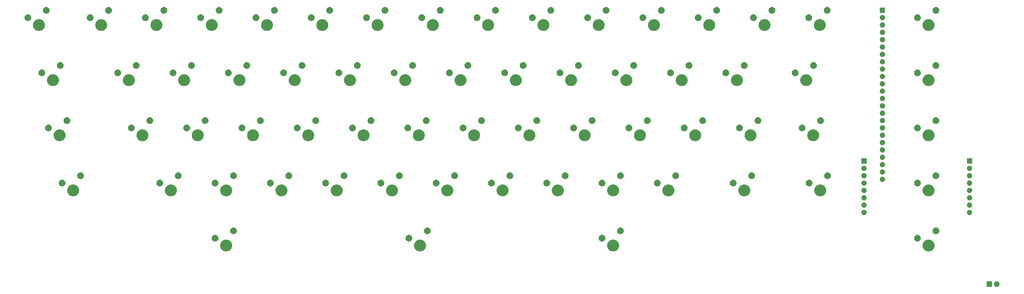
<source format=gbr>
G04 #@! TF.GenerationSoftware,KiCad,Pcbnew,5.0.2+dfsg1-1*
G04 #@! TF.CreationDate,2021-04-26T19:44:06+02:00*
G04 #@! TF.ProjectId,Project Helena,50726f6a-6563-4742-9048-656c656e612e,rev?*
G04 #@! TF.SameCoordinates,Original*
G04 #@! TF.FileFunction,Soldermask,Top*
G04 #@! TF.FilePolarity,Negative*
%FSLAX46Y46*%
G04 Gerber Fmt 4.6, Leading zero omitted, Abs format (unit mm)*
G04 Created by KiCad (PCBNEW 5.0.2+dfsg1-1) date Mon 26 Apr 2021 07:44:06 PM CEST*
%MOMM*%
%LPD*%
G01*
G04 APERTURE LIST*
%ADD10C,0.100000*%
G04 APERTURE END LIST*
D10*
G36*
X373657396Y-173710546D02*
X373830466Y-173782234D01*
X373986230Y-173886312D01*
X374118688Y-174018770D01*
X374222766Y-174174534D01*
X374294454Y-174347604D01*
X374331000Y-174531333D01*
X374331000Y-174718667D01*
X374294454Y-174902396D01*
X374222766Y-175075466D01*
X374118688Y-175231230D01*
X373986230Y-175363688D01*
X373830466Y-175467766D01*
X373657396Y-175539454D01*
X373473667Y-175576000D01*
X373286333Y-175576000D01*
X373102604Y-175539454D01*
X372929534Y-175467766D01*
X372773770Y-175363688D01*
X372641312Y-175231230D01*
X372537234Y-175075466D01*
X372465546Y-174902396D01*
X372429000Y-174718667D01*
X372429000Y-174531333D01*
X372465546Y-174347604D01*
X372537234Y-174174534D01*
X372641312Y-174018770D01*
X372773770Y-173886312D01*
X372929534Y-173782234D01*
X373102604Y-173710546D01*
X373286333Y-173674000D01*
X373473667Y-173674000D01*
X373657396Y-173710546D01*
X373657396Y-173710546D01*
G37*
G36*
X371791000Y-175576000D02*
X369889000Y-175576000D01*
X369889000Y-173674000D01*
X371791000Y-173674000D01*
X371791000Y-175576000D01*
X371791000Y-175576000D01*
G37*
G36*
X108421252Y-159317818D02*
X108421254Y-159317819D01*
X108421255Y-159317819D01*
X108794513Y-159472427D01*
X109125905Y-159693857D01*
X109130439Y-159696886D01*
X109416114Y-159982561D01*
X109416116Y-159982564D01*
X109640573Y-160318487D01*
X109795181Y-160691745D01*
X109874000Y-161087994D01*
X109874000Y-161492006D01*
X109795181Y-161888255D01*
X109640573Y-162261513D01*
X109640572Y-162261514D01*
X109416114Y-162597439D01*
X109130439Y-162883114D01*
X109130436Y-162883116D01*
X108794513Y-163107573D01*
X108421255Y-163262181D01*
X108421254Y-163262181D01*
X108421252Y-163262182D01*
X108025007Y-163341000D01*
X107620993Y-163341000D01*
X107224748Y-163262182D01*
X107224746Y-163262181D01*
X107224745Y-163262181D01*
X106851487Y-163107573D01*
X106515564Y-162883116D01*
X106515561Y-162883114D01*
X106229886Y-162597439D01*
X106005428Y-162261514D01*
X106005427Y-162261513D01*
X105850819Y-161888255D01*
X105772000Y-161492006D01*
X105772000Y-161087994D01*
X105850819Y-160691745D01*
X106005427Y-160318487D01*
X106229884Y-159982564D01*
X106229886Y-159982561D01*
X106515561Y-159696886D01*
X106520095Y-159693857D01*
X106851487Y-159472427D01*
X107224745Y-159317819D01*
X107224746Y-159317819D01*
X107224748Y-159317818D01*
X107620993Y-159239000D01*
X108025007Y-159239000D01*
X108421252Y-159317818D01*
X108421252Y-159317818D01*
G37*
G36*
X241771252Y-159317818D02*
X241771254Y-159317819D01*
X241771255Y-159317819D01*
X242144513Y-159472427D01*
X242475905Y-159693857D01*
X242480439Y-159696886D01*
X242766114Y-159982561D01*
X242766116Y-159982564D01*
X242990573Y-160318487D01*
X243145181Y-160691745D01*
X243224000Y-161087994D01*
X243224000Y-161492006D01*
X243145181Y-161888255D01*
X242990573Y-162261513D01*
X242990572Y-162261514D01*
X242766114Y-162597439D01*
X242480439Y-162883114D01*
X242480436Y-162883116D01*
X242144513Y-163107573D01*
X241771255Y-163262181D01*
X241771254Y-163262181D01*
X241771252Y-163262182D01*
X241375007Y-163341000D01*
X240970993Y-163341000D01*
X240574748Y-163262182D01*
X240574746Y-163262181D01*
X240574745Y-163262181D01*
X240201487Y-163107573D01*
X239865564Y-162883116D01*
X239865561Y-162883114D01*
X239579886Y-162597439D01*
X239355428Y-162261514D01*
X239355427Y-162261513D01*
X239200819Y-161888255D01*
X239122000Y-161492006D01*
X239122000Y-161087994D01*
X239200819Y-160691745D01*
X239355427Y-160318487D01*
X239579884Y-159982564D01*
X239579886Y-159982561D01*
X239865561Y-159696886D01*
X239870095Y-159693857D01*
X240201487Y-159472427D01*
X240574745Y-159317819D01*
X240574746Y-159317819D01*
X240574748Y-159317818D01*
X240970993Y-159239000D01*
X241375007Y-159239000D01*
X241771252Y-159317818D01*
X241771252Y-159317818D01*
G37*
G36*
X175223252Y-159317818D02*
X175223254Y-159317819D01*
X175223255Y-159317819D01*
X175596513Y-159472427D01*
X175927905Y-159693857D01*
X175932439Y-159696886D01*
X176218114Y-159982561D01*
X176218116Y-159982564D01*
X176442573Y-160318487D01*
X176597181Y-160691745D01*
X176676000Y-161087994D01*
X176676000Y-161492006D01*
X176597181Y-161888255D01*
X176442573Y-162261513D01*
X176442572Y-162261514D01*
X176218114Y-162597439D01*
X175932439Y-162883114D01*
X175932436Y-162883116D01*
X175596513Y-163107573D01*
X175223255Y-163262181D01*
X175223254Y-163262181D01*
X175223252Y-163262182D01*
X174827007Y-163341000D01*
X174422993Y-163341000D01*
X174026748Y-163262182D01*
X174026746Y-163262181D01*
X174026745Y-163262181D01*
X173653487Y-163107573D01*
X173317564Y-162883116D01*
X173317561Y-162883114D01*
X173031886Y-162597439D01*
X172807428Y-162261514D01*
X172807427Y-162261513D01*
X172652819Y-161888255D01*
X172574000Y-161492006D01*
X172574000Y-161087994D01*
X172652819Y-160691745D01*
X172807427Y-160318487D01*
X173031884Y-159982564D01*
X173031886Y-159982561D01*
X173317561Y-159696886D01*
X173322095Y-159693857D01*
X173653487Y-159472427D01*
X174026745Y-159317819D01*
X174026746Y-159317819D01*
X174026748Y-159317818D01*
X174422993Y-159239000D01*
X174827007Y-159239000D01*
X175223252Y-159317818D01*
X175223252Y-159317818D01*
G37*
G36*
X350483252Y-159317818D02*
X350483254Y-159317819D01*
X350483255Y-159317819D01*
X350856513Y-159472427D01*
X351187905Y-159693857D01*
X351192439Y-159696886D01*
X351478114Y-159982561D01*
X351478116Y-159982564D01*
X351702573Y-160318487D01*
X351857181Y-160691745D01*
X351936000Y-161087994D01*
X351936000Y-161492006D01*
X351857181Y-161888255D01*
X351702573Y-162261513D01*
X351702572Y-162261514D01*
X351478114Y-162597439D01*
X351192439Y-162883114D01*
X351192436Y-162883116D01*
X350856513Y-163107573D01*
X350483255Y-163262181D01*
X350483254Y-163262181D01*
X350483252Y-163262182D01*
X350087007Y-163341000D01*
X349682993Y-163341000D01*
X349286748Y-163262182D01*
X349286746Y-163262181D01*
X349286745Y-163262181D01*
X348913487Y-163107573D01*
X348577564Y-162883116D01*
X348577561Y-162883114D01*
X348291886Y-162597439D01*
X348067428Y-162261514D01*
X348067427Y-162261513D01*
X347912819Y-161888255D01*
X347834000Y-161492006D01*
X347834000Y-161087994D01*
X347912819Y-160691745D01*
X348067427Y-160318487D01*
X348291884Y-159982564D01*
X348291886Y-159982561D01*
X348577561Y-159696886D01*
X348582095Y-159693857D01*
X348913487Y-159472427D01*
X349286745Y-159317819D01*
X349286746Y-159317819D01*
X349286748Y-159317818D01*
X349682993Y-159239000D01*
X350087007Y-159239000D01*
X350483252Y-159317818D01*
X350483252Y-159317818D01*
G37*
G36*
X104348734Y-157643232D02*
X104558202Y-157729996D01*
X104746723Y-157855962D01*
X104907038Y-158016277D01*
X105033004Y-158204798D01*
X105119768Y-158414266D01*
X105164000Y-158636635D01*
X105164000Y-158863365D01*
X105119768Y-159085734D01*
X105033004Y-159295202D01*
X104907038Y-159483723D01*
X104746723Y-159644038D01*
X104558202Y-159770004D01*
X104348734Y-159856768D01*
X104126365Y-159901000D01*
X103899635Y-159901000D01*
X103677266Y-159856768D01*
X103467798Y-159770004D01*
X103279277Y-159644038D01*
X103118962Y-159483723D01*
X102992996Y-159295202D01*
X102906232Y-159085734D01*
X102862000Y-158863365D01*
X102862000Y-158636635D01*
X102906232Y-158414266D01*
X102992996Y-158204798D01*
X103118962Y-158016277D01*
X103279277Y-157855962D01*
X103467798Y-157729996D01*
X103677266Y-157643232D01*
X103899635Y-157599000D01*
X104126365Y-157599000D01*
X104348734Y-157643232D01*
X104348734Y-157643232D01*
G37*
G36*
X237698734Y-157643232D02*
X237908202Y-157729996D01*
X238096723Y-157855962D01*
X238257038Y-158016277D01*
X238383004Y-158204798D01*
X238469768Y-158414266D01*
X238514000Y-158636635D01*
X238514000Y-158863365D01*
X238469768Y-159085734D01*
X238383004Y-159295202D01*
X238257038Y-159483723D01*
X238096723Y-159644038D01*
X237908202Y-159770004D01*
X237698734Y-159856768D01*
X237476365Y-159901000D01*
X237249635Y-159901000D01*
X237027266Y-159856768D01*
X236817798Y-159770004D01*
X236629277Y-159644038D01*
X236468962Y-159483723D01*
X236342996Y-159295202D01*
X236256232Y-159085734D01*
X236212000Y-158863365D01*
X236212000Y-158636635D01*
X236256232Y-158414266D01*
X236342996Y-158204798D01*
X236468962Y-158016277D01*
X236629277Y-157855962D01*
X236817798Y-157729996D01*
X237027266Y-157643232D01*
X237249635Y-157599000D01*
X237476365Y-157599000D01*
X237698734Y-157643232D01*
X237698734Y-157643232D01*
G37*
G36*
X171150734Y-157643232D02*
X171360202Y-157729996D01*
X171548723Y-157855962D01*
X171709038Y-158016277D01*
X171835004Y-158204798D01*
X171921768Y-158414266D01*
X171966000Y-158636635D01*
X171966000Y-158863365D01*
X171921768Y-159085734D01*
X171835004Y-159295202D01*
X171709038Y-159483723D01*
X171548723Y-159644038D01*
X171360202Y-159770004D01*
X171150734Y-159856768D01*
X170928365Y-159901000D01*
X170701635Y-159901000D01*
X170479266Y-159856768D01*
X170269798Y-159770004D01*
X170081277Y-159644038D01*
X169920962Y-159483723D01*
X169794996Y-159295202D01*
X169708232Y-159085734D01*
X169664000Y-158863365D01*
X169664000Y-158636635D01*
X169708232Y-158414266D01*
X169794996Y-158204798D01*
X169920962Y-158016277D01*
X170081277Y-157855962D01*
X170269798Y-157729996D01*
X170479266Y-157643232D01*
X170701635Y-157599000D01*
X170928365Y-157599000D01*
X171150734Y-157643232D01*
X171150734Y-157643232D01*
G37*
G36*
X346410734Y-157643232D02*
X346620202Y-157729996D01*
X346808723Y-157855962D01*
X346969038Y-158016277D01*
X347095004Y-158204798D01*
X347181768Y-158414266D01*
X347226000Y-158636635D01*
X347226000Y-158863365D01*
X347181768Y-159085734D01*
X347095004Y-159295202D01*
X346969038Y-159483723D01*
X346808723Y-159644038D01*
X346620202Y-159770004D01*
X346410734Y-159856768D01*
X346188365Y-159901000D01*
X345961635Y-159901000D01*
X345739266Y-159856768D01*
X345529798Y-159770004D01*
X345341277Y-159644038D01*
X345180962Y-159483723D01*
X345054996Y-159295202D01*
X344968232Y-159085734D01*
X344924000Y-158863365D01*
X344924000Y-158636635D01*
X344968232Y-158414266D01*
X345054996Y-158204798D01*
X345180962Y-158016277D01*
X345341277Y-157855962D01*
X345529798Y-157729996D01*
X345739266Y-157643232D01*
X345961635Y-157599000D01*
X346188365Y-157599000D01*
X346410734Y-157643232D01*
X346410734Y-157643232D01*
G37*
G36*
X352760734Y-155103232D02*
X352970202Y-155189996D01*
X353158723Y-155315962D01*
X353319038Y-155476277D01*
X353445004Y-155664798D01*
X353531768Y-155874266D01*
X353576000Y-156096635D01*
X353576000Y-156323365D01*
X353531768Y-156545734D01*
X353445004Y-156755202D01*
X353319038Y-156943723D01*
X353158723Y-157104038D01*
X352970202Y-157230004D01*
X352760734Y-157316768D01*
X352538365Y-157361000D01*
X352311635Y-157361000D01*
X352089266Y-157316768D01*
X351879798Y-157230004D01*
X351691277Y-157104038D01*
X351530962Y-156943723D01*
X351404996Y-156755202D01*
X351318232Y-156545734D01*
X351274000Y-156323365D01*
X351274000Y-156096635D01*
X351318232Y-155874266D01*
X351404996Y-155664798D01*
X351530962Y-155476277D01*
X351691277Y-155315962D01*
X351879798Y-155189996D01*
X352089266Y-155103232D01*
X352311635Y-155059000D01*
X352538365Y-155059000D01*
X352760734Y-155103232D01*
X352760734Y-155103232D01*
G37*
G36*
X177500734Y-155103232D02*
X177710202Y-155189996D01*
X177898723Y-155315962D01*
X178059038Y-155476277D01*
X178185004Y-155664798D01*
X178271768Y-155874266D01*
X178316000Y-156096635D01*
X178316000Y-156323365D01*
X178271768Y-156545734D01*
X178185004Y-156755202D01*
X178059038Y-156943723D01*
X177898723Y-157104038D01*
X177710202Y-157230004D01*
X177500734Y-157316768D01*
X177278365Y-157361000D01*
X177051635Y-157361000D01*
X176829266Y-157316768D01*
X176619798Y-157230004D01*
X176431277Y-157104038D01*
X176270962Y-156943723D01*
X176144996Y-156755202D01*
X176058232Y-156545734D01*
X176014000Y-156323365D01*
X176014000Y-156096635D01*
X176058232Y-155874266D01*
X176144996Y-155664798D01*
X176270962Y-155476277D01*
X176431277Y-155315962D01*
X176619798Y-155189996D01*
X176829266Y-155103232D01*
X177051635Y-155059000D01*
X177278365Y-155059000D01*
X177500734Y-155103232D01*
X177500734Y-155103232D01*
G37*
G36*
X110698734Y-155103232D02*
X110908202Y-155189996D01*
X111096723Y-155315962D01*
X111257038Y-155476277D01*
X111383004Y-155664798D01*
X111469768Y-155874266D01*
X111514000Y-156096635D01*
X111514000Y-156323365D01*
X111469768Y-156545734D01*
X111383004Y-156755202D01*
X111257038Y-156943723D01*
X111096723Y-157104038D01*
X110908202Y-157230004D01*
X110698734Y-157316768D01*
X110476365Y-157361000D01*
X110249635Y-157361000D01*
X110027266Y-157316768D01*
X109817798Y-157230004D01*
X109629277Y-157104038D01*
X109468962Y-156943723D01*
X109342996Y-156755202D01*
X109256232Y-156545734D01*
X109212000Y-156323365D01*
X109212000Y-156096635D01*
X109256232Y-155874266D01*
X109342996Y-155664798D01*
X109468962Y-155476277D01*
X109629277Y-155315962D01*
X109817798Y-155189996D01*
X110027266Y-155103232D01*
X110249635Y-155059000D01*
X110476365Y-155059000D01*
X110698734Y-155103232D01*
X110698734Y-155103232D01*
G37*
G36*
X244048734Y-155103232D02*
X244258202Y-155189996D01*
X244446723Y-155315962D01*
X244607038Y-155476277D01*
X244733004Y-155664798D01*
X244819768Y-155874266D01*
X244864000Y-156096635D01*
X244864000Y-156323365D01*
X244819768Y-156545734D01*
X244733004Y-156755202D01*
X244607038Y-156943723D01*
X244446723Y-157104038D01*
X244258202Y-157230004D01*
X244048734Y-157316768D01*
X243826365Y-157361000D01*
X243599635Y-157361000D01*
X243377266Y-157316768D01*
X243167798Y-157230004D01*
X242979277Y-157104038D01*
X242818962Y-156943723D01*
X242692996Y-156755202D01*
X242606232Y-156545734D01*
X242562000Y-156323365D01*
X242562000Y-156096635D01*
X242606232Y-155874266D01*
X242692996Y-155664798D01*
X242818962Y-155476277D01*
X242979277Y-155315962D01*
X243167798Y-155189996D01*
X243377266Y-155103232D01*
X243599635Y-155059000D01*
X243826365Y-155059000D01*
X244048734Y-155103232D01*
X244048734Y-155103232D01*
G37*
G36*
X327770443Y-148965519D02*
X327836627Y-148972037D01*
X327949853Y-149006384D01*
X328006467Y-149023557D01*
X328145087Y-149097652D01*
X328162991Y-149107222D01*
X328198729Y-149136552D01*
X328300186Y-149219814D01*
X328383448Y-149321271D01*
X328412778Y-149357009D01*
X328412779Y-149357011D01*
X328496443Y-149513533D01*
X328496443Y-149513534D01*
X328547963Y-149683373D01*
X328565359Y-149860000D01*
X328547963Y-150036627D01*
X328513616Y-150149853D01*
X328496443Y-150206467D01*
X328422348Y-150345087D01*
X328412778Y-150362991D01*
X328383448Y-150398729D01*
X328300186Y-150500186D01*
X328198729Y-150583448D01*
X328162991Y-150612778D01*
X328162989Y-150612779D01*
X328006467Y-150696443D01*
X327949853Y-150713616D01*
X327836627Y-150747963D01*
X327770443Y-150754481D01*
X327704260Y-150761000D01*
X327615740Y-150761000D01*
X327549557Y-150754481D01*
X327483373Y-150747963D01*
X327370147Y-150713616D01*
X327313533Y-150696443D01*
X327157011Y-150612779D01*
X327157009Y-150612778D01*
X327121271Y-150583448D01*
X327019814Y-150500186D01*
X326936552Y-150398729D01*
X326907222Y-150362991D01*
X326897652Y-150345087D01*
X326823557Y-150206467D01*
X326806384Y-150149853D01*
X326772037Y-150036627D01*
X326754641Y-149860000D01*
X326772037Y-149683373D01*
X326823557Y-149513534D01*
X326823557Y-149513533D01*
X326907221Y-149357011D01*
X326907222Y-149357009D01*
X326936552Y-149321271D01*
X327019814Y-149219814D01*
X327121271Y-149136552D01*
X327157009Y-149107222D01*
X327174913Y-149097652D01*
X327313533Y-149023557D01*
X327370147Y-149006384D01*
X327483373Y-148972037D01*
X327549557Y-148965519D01*
X327615740Y-148959000D01*
X327704260Y-148959000D01*
X327770443Y-148965519D01*
X327770443Y-148965519D01*
G37*
G36*
X364110443Y-148965519D02*
X364176627Y-148972037D01*
X364289853Y-149006384D01*
X364346467Y-149023557D01*
X364485087Y-149097652D01*
X364502991Y-149107222D01*
X364538729Y-149136552D01*
X364640186Y-149219814D01*
X364723448Y-149321271D01*
X364752778Y-149357009D01*
X364752779Y-149357011D01*
X364836443Y-149513533D01*
X364836443Y-149513534D01*
X364887963Y-149683373D01*
X364905359Y-149860000D01*
X364887963Y-150036627D01*
X364853616Y-150149853D01*
X364836443Y-150206467D01*
X364762348Y-150345087D01*
X364752778Y-150362991D01*
X364723448Y-150398729D01*
X364640186Y-150500186D01*
X364538729Y-150583448D01*
X364502991Y-150612778D01*
X364502989Y-150612779D01*
X364346467Y-150696443D01*
X364289853Y-150713616D01*
X364176627Y-150747963D01*
X364110443Y-150754481D01*
X364044260Y-150761000D01*
X363955740Y-150761000D01*
X363889557Y-150754481D01*
X363823373Y-150747963D01*
X363710147Y-150713616D01*
X363653533Y-150696443D01*
X363497011Y-150612779D01*
X363497009Y-150612778D01*
X363461271Y-150583448D01*
X363359814Y-150500186D01*
X363276552Y-150398729D01*
X363247222Y-150362991D01*
X363237652Y-150345087D01*
X363163557Y-150206467D01*
X363146384Y-150149853D01*
X363112037Y-150036627D01*
X363094641Y-149860000D01*
X363112037Y-149683373D01*
X363163557Y-149513534D01*
X363163557Y-149513533D01*
X363247221Y-149357011D01*
X363247222Y-149357009D01*
X363276552Y-149321271D01*
X363359814Y-149219814D01*
X363461271Y-149136552D01*
X363497009Y-149107222D01*
X363514913Y-149097652D01*
X363653533Y-149023557D01*
X363710147Y-149006384D01*
X363823373Y-148972037D01*
X363889557Y-148965519D01*
X363955740Y-148959000D01*
X364044260Y-148959000D01*
X364110443Y-148965519D01*
X364110443Y-148965519D01*
G37*
G36*
X364110442Y-146425518D02*
X364176627Y-146432037D01*
X364289853Y-146466384D01*
X364346467Y-146483557D01*
X364485087Y-146557652D01*
X364502991Y-146567222D01*
X364538729Y-146596552D01*
X364640186Y-146679814D01*
X364723448Y-146781271D01*
X364752778Y-146817009D01*
X364752779Y-146817011D01*
X364836443Y-146973533D01*
X364836443Y-146973534D01*
X364887963Y-147143373D01*
X364905359Y-147320000D01*
X364887963Y-147496627D01*
X364853616Y-147609853D01*
X364836443Y-147666467D01*
X364762348Y-147805087D01*
X364752778Y-147822991D01*
X364723448Y-147858729D01*
X364640186Y-147960186D01*
X364538729Y-148043448D01*
X364502991Y-148072778D01*
X364502989Y-148072779D01*
X364346467Y-148156443D01*
X364289853Y-148173616D01*
X364176627Y-148207963D01*
X364110442Y-148214482D01*
X364044260Y-148221000D01*
X363955740Y-148221000D01*
X363889558Y-148214482D01*
X363823373Y-148207963D01*
X363710147Y-148173616D01*
X363653533Y-148156443D01*
X363497011Y-148072779D01*
X363497009Y-148072778D01*
X363461271Y-148043448D01*
X363359814Y-147960186D01*
X363276552Y-147858729D01*
X363247222Y-147822991D01*
X363237652Y-147805087D01*
X363163557Y-147666467D01*
X363146384Y-147609853D01*
X363112037Y-147496627D01*
X363094641Y-147320000D01*
X363112037Y-147143373D01*
X363163557Y-146973534D01*
X363163557Y-146973533D01*
X363247221Y-146817011D01*
X363247222Y-146817009D01*
X363276552Y-146781271D01*
X363359814Y-146679814D01*
X363461271Y-146596552D01*
X363497009Y-146567222D01*
X363514913Y-146557652D01*
X363653533Y-146483557D01*
X363710147Y-146466384D01*
X363823373Y-146432037D01*
X363889558Y-146425518D01*
X363955740Y-146419000D01*
X364044260Y-146419000D01*
X364110442Y-146425518D01*
X364110442Y-146425518D01*
G37*
G36*
X327770442Y-146425518D02*
X327836627Y-146432037D01*
X327949853Y-146466384D01*
X328006467Y-146483557D01*
X328145087Y-146557652D01*
X328162991Y-146567222D01*
X328198729Y-146596552D01*
X328300186Y-146679814D01*
X328383448Y-146781271D01*
X328412778Y-146817009D01*
X328412779Y-146817011D01*
X328496443Y-146973533D01*
X328496443Y-146973534D01*
X328547963Y-147143373D01*
X328565359Y-147320000D01*
X328547963Y-147496627D01*
X328513616Y-147609853D01*
X328496443Y-147666467D01*
X328422348Y-147805087D01*
X328412778Y-147822991D01*
X328383448Y-147858729D01*
X328300186Y-147960186D01*
X328198729Y-148043448D01*
X328162991Y-148072778D01*
X328162989Y-148072779D01*
X328006467Y-148156443D01*
X327949853Y-148173616D01*
X327836627Y-148207963D01*
X327770442Y-148214482D01*
X327704260Y-148221000D01*
X327615740Y-148221000D01*
X327549558Y-148214482D01*
X327483373Y-148207963D01*
X327370147Y-148173616D01*
X327313533Y-148156443D01*
X327157011Y-148072779D01*
X327157009Y-148072778D01*
X327121271Y-148043448D01*
X327019814Y-147960186D01*
X326936552Y-147858729D01*
X326907222Y-147822991D01*
X326897652Y-147805087D01*
X326823557Y-147666467D01*
X326806384Y-147609853D01*
X326772037Y-147496627D01*
X326754641Y-147320000D01*
X326772037Y-147143373D01*
X326823557Y-146973534D01*
X326823557Y-146973533D01*
X326907221Y-146817011D01*
X326907222Y-146817009D01*
X326936552Y-146781271D01*
X327019814Y-146679814D01*
X327121271Y-146596552D01*
X327157009Y-146567222D01*
X327174913Y-146557652D01*
X327313533Y-146483557D01*
X327370147Y-146466384D01*
X327483373Y-146432037D01*
X327549558Y-146425518D01*
X327615740Y-146419000D01*
X327704260Y-146419000D01*
X327770442Y-146425518D01*
X327770442Y-146425518D01*
G37*
G36*
X327770443Y-143885519D02*
X327836627Y-143892037D01*
X327949853Y-143926384D01*
X328006467Y-143943557D01*
X328145087Y-144017652D01*
X328162991Y-144027222D01*
X328198729Y-144056552D01*
X328300186Y-144139814D01*
X328383448Y-144241271D01*
X328412778Y-144277009D01*
X328412779Y-144277011D01*
X328496443Y-144433533D01*
X328496443Y-144433534D01*
X328547963Y-144603373D01*
X328565359Y-144780000D01*
X328547963Y-144956627D01*
X328513616Y-145069853D01*
X328496443Y-145126467D01*
X328422348Y-145265087D01*
X328412778Y-145282991D01*
X328383448Y-145318729D01*
X328300186Y-145420186D01*
X328198729Y-145503448D01*
X328162991Y-145532778D01*
X328162989Y-145532779D01*
X328006467Y-145616443D01*
X327949853Y-145633616D01*
X327836627Y-145667963D01*
X327770443Y-145674481D01*
X327704260Y-145681000D01*
X327615740Y-145681000D01*
X327549557Y-145674481D01*
X327483373Y-145667963D01*
X327370147Y-145633616D01*
X327313533Y-145616443D01*
X327157011Y-145532779D01*
X327157009Y-145532778D01*
X327121271Y-145503448D01*
X327019814Y-145420186D01*
X326936552Y-145318729D01*
X326907222Y-145282991D01*
X326897652Y-145265087D01*
X326823557Y-145126467D01*
X326806384Y-145069853D01*
X326772037Y-144956627D01*
X326754641Y-144780000D01*
X326772037Y-144603373D01*
X326823557Y-144433534D01*
X326823557Y-144433533D01*
X326907221Y-144277011D01*
X326907222Y-144277009D01*
X326936552Y-144241271D01*
X327019814Y-144139814D01*
X327121271Y-144056552D01*
X327157009Y-144027222D01*
X327174913Y-144017652D01*
X327313533Y-143943557D01*
X327370147Y-143926384D01*
X327483373Y-143892037D01*
X327549557Y-143885519D01*
X327615740Y-143879000D01*
X327704260Y-143879000D01*
X327770443Y-143885519D01*
X327770443Y-143885519D01*
G37*
G36*
X364110443Y-143885519D02*
X364176627Y-143892037D01*
X364289853Y-143926384D01*
X364346467Y-143943557D01*
X364485087Y-144017652D01*
X364502991Y-144027222D01*
X364538729Y-144056552D01*
X364640186Y-144139814D01*
X364723448Y-144241271D01*
X364752778Y-144277009D01*
X364752779Y-144277011D01*
X364836443Y-144433533D01*
X364836443Y-144433534D01*
X364887963Y-144603373D01*
X364905359Y-144780000D01*
X364887963Y-144956627D01*
X364853616Y-145069853D01*
X364836443Y-145126467D01*
X364762348Y-145265087D01*
X364752778Y-145282991D01*
X364723448Y-145318729D01*
X364640186Y-145420186D01*
X364538729Y-145503448D01*
X364502991Y-145532778D01*
X364502989Y-145532779D01*
X364346467Y-145616443D01*
X364289853Y-145633616D01*
X364176627Y-145667963D01*
X364110443Y-145674481D01*
X364044260Y-145681000D01*
X363955740Y-145681000D01*
X363889557Y-145674481D01*
X363823373Y-145667963D01*
X363710147Y-145633616D01*
X363653533Y-145616443D01*
X363497011Y-145532779D01*
X363497009Y-145532778D01*
X363461271Y-145503448D01*
X363359814Y-145420186D01*
X363276552Y-145318729D01*
X363247222Y-145282991D01*
X363237652Y-145265087D01*
X363163557Y-145126467D01*
X363146384Y-145069853D01*
X363112037Y-144956627D01*
X363094641Y-144780000D01*
X363112037Y-144603373D01*
X363163557Y-144433534D01*
X363163557Y-144433533D01*
X363247221Y-144277011D01*
X363247222Y-144277009D01*
X363276552Y-144241271D01*
X363359814Y-144139814D01*
X363461271Y-144056552D01*
X363497009Y-144027222D01*
X363514913Y-144017652D01*
X363653533Y-143943557D01*
X363710147Y-143926384D01*
X363823373Y-143892037D01*
X363889557Y-143885519D01*
X363955740Y-143879000D01*
X364044260Y-143879000D01*
X364110443Y-143885519D01*
X364110443Y-143885519D01*
G37*
G36*
X89371252Y-140267818D02*
X89371254Y-140267819D01*
X89371255Y-140267819D01*
X89744513Y-140422427D01*
X90011766Y-140601000D01*
X90080439Y-140646886D01*
X90366114Y-140932561D01*
X90366116Y-140932564D01*
X90590573Y-141268487D01*
X90727813Y-141599815D01*
X90745182Y-141641748D01*
X90824000Y-142037993D01*
X90824000Y-142442007D01*
X90764131Y-142742991D01*
X90745181Y-142838255D01*
X90590573Y-143211513D01*
X90590572Y-143211514D01*
X90366114Y-143547439D01*
X90080439Y-143833114D01*
X90080436Y-143833116D01*
X89744513Y-144057573D01*
X89371255Y-144212181D01*
X89371254Y-144212181D01*
X89371252Y-144212182D01*
X88975007Y-144291000D01*
X88570993Y-144291000D01*
X88174748Y-144212182D01*
X88174746Y-144212181D01*
X88174745Y-144212181D01*
X87801487Y-144057573D01*
X87465564Y-143833116D01*
X87465561Y-143833114D01*
X87179886Y-143547439D01*
X86955428Y-143211514D01*
X86955427Y-143211513D01*
X86800819Y-142838255D01*
X86781870Y-142742991D01*
X86722000Y-142442007D01*
X86722000Y-142037993D01*
X86800818Y-141641748D01*
X86818187Y-141599815D01*
X86955427Y-141268487D01*
X87179884Y-140932564D01*
X87179886Y-140932561D01*
X87465561Y-140646886D01*
X87534234Y-140601000D01*
X87801487Y-140422427D01*
X88174745Y-140267819D01*
X88174746Y-140267819D01*
X88174748Y-140267818D01*
X88570993Y-140189000D01*
X88975007Y-140189000D01*
X89371252Y-140267818D01*
X89371252Y-140267818D01*
G37*
G36*
X108421252Y-140267818D02*
X108421254Y-140267819D01*
X108421255Y-140267819D01*
X108794513Y-140422427D01*
X109061766Y-140601000D01*
X109130439Y-140646886D01*
X109416114Y-140932561D01*
X109416116Y-140932564D01*
X109640573Y-141268487D01*
X109777813Y-141599815D01*
X109795182Y-141641748D01*
X109874000Y-142037993D01*
X109874000Y-142442007D01*
X109814131Y-142742991D01*
X109795181Y-142838255D01*
X109640573Y-143211513D01*
X109640572Y-143211514D01*
X109416114Y-143547439D01*
X109130439Y-143833114D01*
X109130436Y-143833116D01*
X108794513Y-144057573D01*
X108421255Y-144212181D01*
X108421254Y-144212181D01*
X108421252Y-144212182D01*
X108025007Y-144291000D01*
X107620993Y-144291000D01*
X107224748Y-144212182D01*
X107224746Y-144212181D01*
X107224745Y-144212181D01*
X106851487Y-144057573D01*
X106515564Y-143833116D01*
X106515561Y-143833114D01*
X106229886Y-143547439D01*
X106005428Y-143211514D01*
X106005427Y-143211513D01*
X105850819Y-142838255D01*
X105831870Y-142742991D01*
X105772000Y-142442007D01*
X105772000Y-142037993D01*
X105850818Y-141641748D01*
X105868187Y-141599815D01*
X106005427Y-141268487D01*
X106229884Y-140932564D01*
X106229886Y-140932561D01*
X106515561Y-140646886D01*
X106584234Y-140601000D01*
X106851487Y-140422427D01*
X107224745Y-140267819D01*
X107224746Y-140267819D01*
X107224748Y-140267818D01*
X107620993Y-140189000D01*
X108025007Y-140189000D01*
X108421252Y-140267818D01*
X108421252Y-140267818D01*
G37*
G36*
X55716252Y-140267818D02*
X55716254Y-140267819D01*
X55716255Y-140267819D01*
X56089513Y-140422427D01*
X56356766Y-140601000D01*
X56425439Y-140646886D01*
X56711114Y-140932561D01*
X56711116Y-140932564D01*
X56935573Y-141268487D01*
X57072813Y-141599815D01*
X57090182Y-141641748D01*
X57169000Y-142037993D01*
X57169000Y-142442007D01*
X57109131Y-142742991D01*
X57090181Y-142838255D01*
X56935573Y-143211513D01*
X56935572Y-143211514D01*
X56711114Y-143547439D01*
X56425439Y-143833114D01*
X56425436Y-143833116D01*
X56089513Y-144057573D01*
X55716255Y-144212181D01*
X55716254Y-144212181D01*
X55716252Y-144212182D01*
X55320007Y-144291000D01*
X54915993Y-144291000D01*
X54519748Y-144212182D01*
X54519746Y-144212181D01*
X54519745Y-144212181D01*
X54146487Y-144057573D01*
X53810564Y-143833116D01*
X53810561Y-143833114D01*
X53524886Y-143547439D01*
X53300428Y-143211514D01*
X53300427Y-143211513D01*
X53145819Y-142838255D01*
X53126870Y-142742991D01*
X53067000Y-142442007D01*
X53067000Y-142037993D01*
X53145818Y-141641748D01*
X53163187Y-141599815D01*
X53300427Y-141268487D01*
X53524884Y-140932564D01*
X53524886Y-140932561D01*
X53810561Y-140646886D01*
X53879234Y-140601000D01*
X54146487Y-140422427D01*
X54519745Y-140267819D01*
X54519746Y-140267819D01*
X54519748Y-140267818D01*
X54915993Y-140189000D01*
X55320007Y-140189000D01*
X55716252Y-140267818D01*
X55716252Y-140267818D01*
G37*
G36*
X286983252Y-140267818D02*
X286983254Y-140267819D01*
X286983255Y-140267819D01*
X287356513Y-140422427D01*
X287623766Y-140601000D01*
X287692439Y-140646886D01*
X287978114Y-140932561D01*
X287978116Y-140932564D01*
X288202573Y-141268487D01*
X288339813Y-141599815D01*
X288357182Y-141641748D01*
X288436000Y-142037993D01*
X288436000Y-142442007D01*
X288376131Y-142742991D01*
X288357181Y-142838255D01*
X288202573Y-143211513D01*
X288202572Y-143211514D01*
X287978114Y-143547439D01*
X287692439Y-143833114D01*
X287692436Y-143833116D01*
X287356513Y-144057573D01*
X286983255Y-144212181D01*
X286983254Y-144212181D01*
X286983252Y-144212182D01*
X286587007Y-144291000D01*
X286182993Y-144291000D01*
X285786748Y-144212182D01*
X285786746Y-144212181D01*
X285786745Y-144212181D01*
X285413487Y-144057573D01*
X285077564Y-143833116D01*
X285077561Y-143833114D01*
X284791886Y-143547439D01*
X284567428Y-143211514D01*
X284567427Y-143211513D01*
X284412819Y-142838255D01*
X284393870Y-142742991D01*
X284334000Y-142442007D01*
X284334000Y-142037993D01*
X284412818Y-141641748D01*
X284430187Y-141599815D01*
X284567427Y-141268487D01*
X284791884Y-140932564D01*
X284791886Y-140932561D01*
X285077561Y-140646886D01*
X285146234Y-140601000D01*
X285413487Y-140422427D01*
X285786745Y-140267819D01*
X285786746Y-140267819D01*
X285786748Y-140267818D01*
X286182993Y-140189000D01*
X286587007Y-140189000D01*
X286983252Y-140267818D01*
X286983252Y-140267818D01*
G37*
G36*
X165571252Y-140267818D02*
X165571254Y-140267819D01*
X165571255Y-140267819D01*
X165944513Y-140422427D01*
X166211766Y-140601000D01*
X166280439Y-140646886D01*
X166566114Y-140932561D01*
X166566116Y-140932564D01*
X166790573Y-141268487D01*
X166927813Y-141599815D01*
X166945182Y-141641748D01*
X167024000Y-142037993D01*
X167024000Y-142442007D01*
X166964131Y-142742991D01*
X166945181Y-142838255D01*
X166790573Y-143211513D01*
X166790572Y-143211514D01*
X166566114Y-143547439D01*
X166280439Y-143833114D01*
X166280436Y-143833116D01*
X165944513Y-144057573D01*
X165571255Y-144212181D01*
X165571254Y-144212181D01*
X165571252Y-144212182D01*
X165175007Y-144291000D01*
X164770993Y-144291000D01*
X164374748Y-144212182D01*
X164374746Y-144212181D01*
X164374745Y-144212181D01*
X164001487Y-144057573D01*
X163665564Y-143833116D01*
X163665561Y-143833114D01*
X163379886Y-143547439D01*
X163155428Y-143211514D01*
X163155427Y-143211513D01*
X163000819Y-142838255D01*
X162981870Y-142742991D01*
X162922000Y-142442007D01*
X162922000Y-142037993D01*
X163000818Y-141641748D01*
X163018187Y-141599815D01*
X163155427Y-141268487D01*
X163379884Y-140932564D01*
X163379886Y-140932561D01*
X163665561Y-140646886D01*
X163734234Y-140601000D01*
X164001487Y-140422427D01*
X164374745Y-140267819D01*
X164374746Y-140267819D01*
X164374748Y-140267818D01*
X164770993Y-140189000D01*
X165175007Y-140189000D01*
X165571252Y-140267818D01*
X165571252Y-140267818D01*
G37*
G36*
X350483252Y-140267818D02*
X350483254Y-140267819D01*
X350483255Y-140267819D01*
X350856513Y-140422427D01*
X351123766Y-140601000D01*
X351192439Y-140646886D01*
X351478114Y-140932561D01*
X351478116Y-140932564D01*
X351702573Y-141268487D01*
X351839813Y-141599815D01*
X351857182Y-141641748D01*
X351936000Y-142037993D01*
X351936000Y-142442007D01*
X351876131Y-142742991D01*
X351857181Y-142838255D01*
X351702573Y-143211513D01*
X351702572Y-143211514D01*
X351478114Y-143547439D01*
X351192439Y-143833114D01*
X351192436Y-143833116D01*
X350856513Y-144057573D01*
X350483255Y-144212181D01*
X350483254Y-144212181D01*
X350483252Y-144212182D01*
X350087007Y-144291000D01*
X349682993Y-144291000D01*
X349286748Y-144212182D01*
X349286746Y-144212181D01*
X349286745Y-144212181D01*
X348913487Y-144057573D01*
X348577564Y-143833116D01*
X348577561Y-143833114D01*
X348291886Y-143547439D01*
X348067428Y-143211514D01*
X348067427Y-143211513D01*
X347912819Y-142838255D01*
X347893870Y-142742991D01*
X347834000Y-142442007D01*
X347834000Y-142037993D01*
X347912818Y-141641748D01*
X347930187Y-141599815D01*
X348067427Y-141268487D01*
X348291884Y-140932564D01*
X348291886Y-140932561D01*
X348577561Y-140646886D01*
X348646234Y-140601000D01*
X348913487Y-140422427D01*
X349286745Y-140267819D01*
X349286746Y-140267819D01*
X349286748Y-140267818D01*
X349682993Y-140189000D01*
X350087007Y-140189000D01*
X350483252Y-140267818D01*
X350483252Y-140267818D01*
G37*
G36*
X222721252Y-140267818D02*
X222721254Y-140267819D01*
X222721255Y-140267819D01*
X223094513Y-140422427D01*
X223361766Y-140601000D01*
X223430439Y-140646886D01*
X223716114Y-140932561D01*
X223716116Y-140932564D01*
X223940573Y-141268487D01*
X224077813Y-141599815D01*
X224095182Y-141641748D01*
X224174000Y-142037993D01*
X224174000Y-142442007D01*
X224114131Y-142742991D01*
X224095181Y-142838255D01*
X223940573Y-143211513D01*
X223940572Y-143211514D01*
X223716114Y-143547439D01*
X223430439Y-143833114D01*
X223430436Y-143833116D01*
X223094513Y-144057573D01*
X222721255Y-144212181D01*
X222721254Y-144212181D01*
X222721252Y-144212182D01*
X222325007Y-144291000D01*
X221920993Y-144291000D01*
X221524748Y-144212182D01*
X221524746Y-144212181D01*
X221524745Y-144212181D01*
X221151487Y-144057573D01*
X220815564Y-143833116D01*
X220815561Y-143833114D01*
X220529886Y-143547439D01*
X220305428Y-143211514D01*
X220305427Y-143211513D01*
X220150819Y-142838255D01*
X220131870Y-142742991D01*
X220072000Y-142442007D01*
X220072000Y-142037993D01*
X220150818Y-141641748D01*
X220168187Y-141599815D01*
X220305427Y-141268487D01*
X220529884Y-140932564D01*
X220529886Y-140932561D01*
X220815561Y-140646886D01*
X220884234Y-140601000D01*
X221151487Y-140422427D01*
X221524745Y-140267819D01*
X221524746Y-140267819D01*
X221524748Y-140267818D01*
X221920993Y-140189000D01*
X222325007Y-140189000D01*
X222721252Y-140267818D01*
X222721252Y-140267818D01*
G37*
G36*
X146521252Y-140267818D02*
X146521254Y-140267819D01*
X146521255Y-140267819D01*
X146894513Y-140422427D01*
X147161766Y-140601000D01*
X147230439Y-140646886D01*
X147516114Y-140932561D01*
X147516116Y-140932564D01*
X147740573Y-141268487D01*
X147877813Y-141599815D01*
X147895182Y-141641748D01*
X147974000Y-142037993D01*
X147974000Y-142442007D01*
X147914131Y-142742991D01*
X147895181Y-142838255D01*
X147740573Y-143211513D01*
X147740572Y-143211514D01*
X147516114Y-143547439D01*
X147230439Y-143833114D01*
X147230436Y-143833116D01*
X146894513Y-144057573D01*
X146521255Y-144212181D01*
X146521254Y-144212181D01*
X146521252Y-144212182D01*
X146125007Y-144291000D01*
X145720993Y-144291000D01*
X145324748Y-144212182D01*
X145324746Y-144212181D01*
X145324745Y-144212181D01*
X144951487Y-144057573D01*
X144615564Y-143833116D01*
X144615561Y-143833114D01*
X144329886Y-143547439D01*
X144105428Y-143211514D01*
X144105427Y-143211513D01*
X143950819Y-142838255D01*
X143931870Y-142742991D01*
X143872000Y-142442007D01*
X143872000Y-142037993D01*
X143950818Y-141641748D01*
X143968187Y-141599815D01*
X144105427Y-141268487D01*
X144329884Y-140932564D01*
X144329886Y-140932561D01*
X144615561Y-140646886D01*
X144684234Y-140601000D01*
X144951487Y-140422427D01*
X145324745Y-140267819D01*
X145324746Y-140267819D01*
X145324748Y-140267818D01*
X145720993Y-140189000D01*
X146125007Y-140189000D01*
X146521252Y-140267818D01*
X146521252Y-140267818D01*
G37*
G36*
X203671252Y-140267818D02*
X203671254Y-140267819D01*
X203671255Y-140267819D01*
X204044513Y-140422427D01*
X204311766Y-140601000D01*
X204380439Y-140646886D01*
X204666114Y-140932561D01*
X204666116Y-140932564D01*
X204890573Y-141268487D01*
X205027813Y-141599815D01*
X205045182Y-141641748D01*
X205124000Y-142037993D01*
X205124000Y-142442007D01*
X205064131Y-142742991D01*
X205045181Y-142838255D01*
X204890573Y-143211513D01*
X204890572Y-143211514D01*
X204666114Y-143547439D01*
X204380439Y-143833114D01*
X204380436Y-143833116D01*
X204044513Y-144057573D01*
X203671255Y-144212181D01*
X203671254Y-144212181D01*
X203671252Y-144212182D01*
X203275007Y-144291000D01*
X202870993Y-144291000D01*
X202474748Y-144212182D01*
X202474746Y-144212181D01*
X202474745Y-144212181D01*
X202101487Y-144057573D01*
X201765564Y-143833116D01*
X201765561Y-143833114D01*
X201479886Y-143547439D01*
X201255428Y-143211514D01*
X201255427Y-143211513D01*
X201100819Y-142838255D01*
X201081870Y-142742991D01*
X201022000Y-142442007D01*
X201022000Y-142037993D01*
X201100818Y-141641748D01*
X201118187Y-141599815D01*
X201255427Y-141268487D01*
X201479884Y-140932564D01*
X201479886Y-140932561D01*
X201765561Y-140646886D01*
X201834234Y-140601000D01*
X202101487Y-140422427D01*
X202474745Y-140267819D01*
X202474746Y-140267819D01*
X202474748Y-140267818D01*
X202870993Y-140189000D01*
X203275007Y-140189000D01*
X203671252Y-140267818D01*
X203671252Y-140267818D01*
G37*
G36*
X313145252Y-140267818D02*
X313145254Y-140267819D01*
X313145255Y-140267819D01*
X313518513Y-140422427D01*
X313785766Y-140601000D01*
X313854439Y-140646886D01*
X314140114Y-140932561D01*
X314140116Y-140932564D01*
X314364573Y-141268487D01*
X314501813Y-141599815D01*
X314519182Y-141641748D01*
X314598000Y-142037993D01*
X314598000Y-142442007D01*
X314538131Y-142742991D01*
X314519181Y-142838255D01*
X314364573Y-143211513D01*
X314364572Y-143211514D01*
X314140114Y-143547439D01*
X313854439Y-143833114D01*
X313854436Y-143833116D01*
X313518513Y-144057573D01*
X313145255Y-144212181D01*
X313145254Y-144212181D01*
X313145252Y-144212182D01*
X312749007Y-144291000D01*
X312344993Y-144291000D01*
X311948748Y-144212182D01*
X311948746Y-144212181D01*
X311948745Y-144212181D01*
X311575487Y-144057573D01*
X311239564Y-143833116D01*
X311239561Y-143833114D01*
X310953886Y-143547439D01*
X310729428Y-143211514D01*
X310729427Y-143211513D01*
X310574819Y-142838255D01*
X310555870Y-142742991D01*
X310496000Y-142442007D01*
X310496000Y-142037993D01*
X310574818Y-141641748D01*
X310592187Y-141599815D01*
X310729427Y-141268487D01*
X310953884Y-140932564D01*
X310953886Y-140932561D01*
X311239561Y-140646886D01*
X311308234Y-140601000D01*
X311575487Y-140422427D01*
X311948745Y-140267819D01*
X311948746Y-140267819D01*
X311948748Y-140267818D01*
X312344993Y-140189000D01*
X312749007Y-140189000D01*
X313145252Y-140267818D01*
X313145252Y-140267818D01*
G37*
G36*
X127471252Y-140267818D02*
X127471254Y-140267819D01*
X127471255Y-140267819D01*
X127844513Y-140422427D01*
X128111766Y-140601000D01*
X128180439Y-140646886D01*
X128466114Y-140932561D01*
X128466116Y-140932564D01*
X128690573Y-141268487D01*
X128827813Y-141599815D01*
X128845182Y-141641748D01*
X128924000Y-142037993D01*
X128924000Y-142442007D01*
X128864131Y-142742991D01*
X128845181Y-142838255D01*
X128690573Y-143211513D01*
X128690572Y-143211514D01*
X128466114Y-143547439D01*
X128180439Y-143833114D01*
X128180436Y-143833116D01*
X127844513Y-144057573D01*
X127471255Y-144212181D01*
X127471254Y-144212181D01*
X127471252Y-144212182D01*
X127075007Y-144291000D01*
X126670993Y-144291000D01*
X126274748Y-144212182D01*
X126274746Y-144212181D01*
X126274745Y-144212181D01*
X125901487Y-144057573D01*
X125565564Y-143833116D01*
X125565561Y-143833114D01*
X125279886Y-143547439D01*
X125055428Y-143211514D01*
X125055427Y-143211513D01*
X124900819Y-142838255D01*
X124881870Y-142742991D01*
X124822000Y-142442007D01*
X124822000Y-142037993D01*
X124900818Y-141641748D01*
X124918187Y-141599815D01*
X125055427Y-141268487D01*
X125279884Y-140932564D01*
X125279886Y-140932561D01*
X125565561Y-140646886D01*
X125634234Y-140601000D01*
X125901487Y-140422427D01*
X126274745Y-140267819D01*
X126274746Y-140267819D01*
X126274748Y-140267818D01*
X126670993Y-140189000D01*
X127075007Y-140189000D01*
X127471252Y-140267818D01*
X127471252Y-140267818D01*
G37*
G36*
X260821252Y-140267818D02*
X260821254Y-140267819D01*
X260821255Y-140267819D01*
X261194513Y-140422427D01*
X261461766Y-140601000D01*
X261530439Y-140646886D01*
X261816114Y-140932561D01*
X261816116Y-140932564D01*
X262040573Y-141268487D01*
X262177813Y-141599815D01*
X262195182Y-141641748D01*
X262274000Y-142037993D01*
X262274000Y-142442007D01*
X262214131Y-142742991D01*
X262195181Y-142838255D01*
X262040573Y-143211513D01*
X262040572Y-143211514D01*
X261816114Y-143547439D01*
X261530439Y-143833114D01*
X261530436Y-143833116D01*
X261194513Y-144057573D01*
X260821255Y-144212181D01*
X260821254Y-144212181D01*
X260821252Y-144212182D01*
X260425007Y-144291000D01*
X260020993Y-144291000D01*
X259624748Y-144212182D01*
X259624746Y-144212181D01*
X259624745Y-144212181D01*
X259251487Y-144057573D01*
X258915564Y-143833116D01*
X258915561Y-143833114D01*
X258629886Y-143547439D01*
X258405428Y-143211514D01*
X258405427Y-143211513D01*
X258250819Y-142838255D01*
X258231870Y-142742991D01*
X258172000Y-142442007D01*
X258172000Y-142037993D01*
X258250818Y-141641748D01*
X258268187Y-141599815D01*
X258405427Y-141268487D01*
X258629884Y-140932564D01*
X258629886Y-140932561D01*
X258915561Y-140646886D01*
X258984234Y-140601000D01*
X259251487Y-140422427D01*
X259624745Y-140267819D01*
X259624746Y-140267819D01*
X259624748Y-140267818D01*
X260020993Y-140189000D01*
X260425007Y-140189000D01*
X260821252Y-140267818D01*
X260821252Y-140267818D01*
G37*
G36*
X241771252Y-140267818D02*
X241771254Y-140267819D01*
X241771255Y-140267819D01*
X242144513Y-140422427D01*
X242411766Y-140601000D01*
X242480439Y-140646886D01*
X242766114Y-140932561D01*
X242766116Y-140932564D01*
X242990573Y-141268487D01*
X243127813Y-141599815D01*
X243145182Y-141641748D01*
X243224000Y-142037993D01*
X243224000Y-142442007D01*
X243164131Y-142742991D01*
X243145181Y-142838255D01*
X242990573Y-143211513D01*
X242990572Y-143211514D01*
X242766114Y-143547439D01*
X242480439Y-143833114D01*
X242480436Y-143833116D01*
X242144513Y-144057573D01*
X241771255Y-144212181D01*
X241771254Y-144212181D01*
X241771252Y-144212182D01*
X241375007Y-144291000D01*
X240970993Y-144291000D01*
X240574748Y-144212182D01*
X240574746Y-144212181D01*
X240574745Y-144212181D01*
X240201487Y-144057573D01*
X239865564Y-143833116D01*
X239865561Y-143833114D01*
X239579886Y-143547439D01*
X239355428Y-143211514D01*
X239355427Y-143211513D01*
X239200819Y-142838255D01*
X239181870Y-142742991D01*
X239122000Y-142442007D01*
X239122000Y-142037993D01*
X239200818Y-141641748D01*
X239218187Y-141599815D01*
X239355427Y-141268487D01*
X239579884Y-140932564D01*
X239579886Y-140932561D01*
X239865561Y-140646886D01*
X239934234Y-140601000D01*
X240201487Y-140422427D01*
X240574745Y-140267819D01*
X240574746Y-140267819D01*
X240574748Y-140267818D01*
X240970993Y-140189000D01*
X241375007Y-140189000D01*
X241771252Y-140267818D01*
X241771252Y-140267818D01*
G37*
G36*
X184621252Y-140267818D02*
X184621254Y-140267819D01*
X184621255Y-140267819D01*
X184994513Y-140422427D01*
X185261766Y-140601000D01*
X185330439Y-140646886D01*
X185616114Y-140932561D01*
X185616116Y-140932564D01*
X185840573Y-141268487D01*
X185977813Y-141599815D01*
X185995182Y-141641748D01*
X186074000Y-142037993D01*
X186074000Y-142442007D01*
X186014131Y-142742991D01*
X185995181Y-142838255D01*
X185840573Y-143211513D01*
X185840572Y-143211514D01*
X185616114Y-143547439D01*
X185330439Y-143833114D01*
X185330436Y-143833116D01*
X184994513Y-144057573D01*
X184621255Y-144212181D01*
X184621254Y-144212181D01*
X184621252Y-144212182D01*
X184225007Y-144291000D01*
X183820993Y-144291000D01*
X183424748Y-144212182D01*
X183424746Y-144212181D01*
X183424745Y-144212181D01*
X183051487Y-144057573D01*
X182715564Y-143833116D01*
X182715561Y-143833114D01*
X182429886Y-143547439D01*
X182205428Y-143211514D01*
X182205427Y-143211513D01*
X182050819Y-142838255D01*
X182031870Y-142742991D01*
X181972000Y-142442007D01*
X181972000Y-142037993D01*
X182050818Y-141641748D01*
X182068187Y-141599815D01*
X182205427Y-141268487D01*
X182429884Y-140932564D01*
X182429886Y-140932561D01*
X182715561Y-140646886D01*
X182784234Y-140601000D01*
X183051487Y-140422427D01*
X183424745Y-140267819D01*
X183424746Y-140267819D01*
X183424748Y-140267818D01*
X183820993Y-140189000D01*
X184225007Y-140189000D01*
X184621252Y-140267818D01*
X184621252Y-140267818D01*
G37*
G36*
X327770442Y-141345518D02*
X327836627Y-141352037D01*
X327949853Y-141386384D01*
X328006467Y-141403557D01*
X328145087Y-141477652D01*
X328162991Y-141487222D01*
X328198729Y-141516552D01*
X328300186Y-141599814D01*
X328383448Y-141701271D01*
X328412778Y-141737009D01*
X328412779Y-141737011D01*
X328496443Y-141893533D01*
X328496443Y-141893534D01*
X328547963Y-142063373D01*
X328565359Y-142240000D01*
X328547963Y-142416627D01*
X328540264Y-142442006D01*
X328496443Y-142586467D01*
X328422348Y-142725087D01*
X328412778Y-142742991D01*
X328383448Y-142778729D01*
X328300186Y-142880186D01*
X328198729Y-142963448D01*
X328162991Y-142992778D01*
X328162989Y-142992779D01*
X328006467Y-143076443D01*
X327949853Y-143093616D01*
X327836627Y-143127963D01*
X327770443Y-143134481D01*
X327704260Y-143141000D01*
X327615740Y-143141000D01*
X327549557Y-143134481D01*
X327483373Y-143127963D01*
X327370147Y-143093616D01*
X327313533Y-143076443D01*
X327157011Y-142992779D01*
X327157009Y-142992778D01*
X327121271Y-142963448D01*
X327019814Y-142880186D01*
X326936552Y-142778729D01*
X326907222Y-142742991D01*
X326897652Y-142725087D01*
X326823557Y-142586467D01*
X326779736Y-142442006D01*
X326772037Y-142416627D01*
X326754641Y-142240000D01*
X326772037Y-142063373D01*
X326823557Y-141893534D01*
X326823557Y-141893533D01*
X326907221Y-141737011D01*
X326907222Y-141737009D01*
X326936552Y-141701271D01*
X327019814Y-141599814D01*
X327121271Y-141516552D01*
X327157009Y-141487222D01*
X327174913Y-141477652D01*
X327313533Y-141403557D01*
X327370147Y-141386384D01*
X327483373Y-141352037D01*
X327549558Y-141345518D01*
X327615740Y-141339000D01*
X327704260Y-141339000D01*
X327770442Y-141345518D01*
X327770442Y-141345518D01*
G37*
G36*
X364110442Y-141345518D02*
X364176627Y-141352037D01*
X364289853Y-141386384D01*
X364346467Y-141403557D01*
X364485087Y-141477652D01*
X364502991Y-141487222D01*
X364538729Y-141516552D01*
X364640186Y-141599814D01*
X364723448Y-141701271D01*
X364752778Y-141737009D01*
X364752779Y-141737011D01*
X364836443Y-141893533D01*
X364836443Y-141893534D01*
X364887963Y-142063373D01*
X364905359Y-142240000D01*
X364887963Y-142416627D01*
X364880264Y-142442006D01*
X364836443Y-142586467D01*
X364762348Y-142725087D01*
X364752778Y-142742991D01*
X364723448Y-142778729D01*
X364640186Y-142880186D01*
X364538729Y-142963448D01*
X364502991Y-142992778D01*
X364502989Y-142992779D01*
X364346467Y-143076443D01*
X364289853Y-143093616D01*
X364176627Y-143127963D01*
X364110443Y-143134481D01*
X364044260Y-143141000D01*
X363955740Y-143141000D01*
X363889557Y-143134481D01*
X363823373Y-143127963D01*
X363710147Y-143093616D01*
X363653533Y-143076443D01*
X363497011Y-142992779D01*
X363497009Y-142992778D01*
X363461271Y-142963448D01*
X363359814Y-142880186D01*
X363276552Y-142778729D01*
X363247222Y-142742991D01*
X363237652Y-142725087D01*
X363163557Y-142586467D01*
X363119736Y-142442006D01*
X363112037Y-142416627D01*
X363094641Y-142240000D01*
X363112037Y-142063373D01*
X363163557Y-141893534D01*
X363163557Y-141893533D01*
X363247221Y-141737011D01*
X363247222Y-141737009D01*
X363276552Y-141701271D01*
X363359814Y-141599814D01*
X363461271Y-141516552D01*
X363497009Y-141487222D01*
X363514913Y-141477652D01*
X363653533Y-141403557D01*
X363710147Y-141386384D01*
X363823373Y-141352037D01*
X363889558Y-141345518D01*
X363955740Y-141339000D01*
X364044260Y-141339000D01*
X364110442Y-141345518D01*
X364110442Y-141345518D01*
G37*
G36*
X237698734Y-138593232D02*
X237908202Y-138679996D01*
X238096723Y-138805962D01*
X238257038Y-138966277D01*
X238383004Y-139154798D01*
X238469768Y-139364266D01*
X238514000Y-139586635D01*
X238514000Y-139813365D01*
X238469768Y-140035734D01*
X238383004Y-140245202D01*
X238257038Y-140433723D01*
X238096723Y-140594038D01*
X237908202Y-140720004D01*
X237698734Y-140806768D01*
X237476365Y-140851000D01*
X237249635Y-140851000D01*
X237027266Y-140806768D01*
X236817798Y-140720004D01*
X236629277Y-140594038D01*
X236468962Y-140433723D01*
X236342996Y-140245202D01*
X236256232Y-140035734D01*
X236212000Y-139813365D01*
X236212000Y-139586635D01*
X236256232Y-139364266D01*
X236342996Y-139154798D01*
X236468962Y-138966277D01*
X236629277Y-138805962D01*
X236817798Y-138679996D01*
X237027266Y-138593232D01*
X237249635Y-138549000D01*
X237476365Y-138549000D01*
X237698734Y-138593232D01*
X237698734Y-138593232D01*
G37*
G36*
X51643734Y-138593232D02*
X51853202Y-138679996D01*
X52041723Y-138805962D01*
X52202038Y-138966277D01*
X52328004Y-139154798D01*
X52414768Y-139364266D01*
X52459000Y-139586635D01*
X52459000Y-139813365D01*
X52414768Y-140035734D01*
X52328004Y-140245202D01*
X52202038Y-140433723D01*
X52041723Y-140594038D01*
X51853202Y-140720004D01*
X51643734Y-140806768D01*
X51421365Y-140851000D01*
X51194635Y-140851000D01*
X50972266Y-140806768D01*
X50762798Y-140720004D01*
X50574277Y-140594038D01*
X50413962Y-140433723D01*
X50287996Y-140245202D01*
X50201232Y-140035734D01*
X50157000Y-139813365D01*
X50157000Y-139586635D01*
X50201232Y-139364266D01*
X50287996Y-139154798D01*
X50413962Y-138966277D01*
X50574277Y-138805962D01*
X50762798Y-138679996D01*
X50972266Y-138593232D01*
X51194635Y-138549000D01*
X51421365Y-138549000D01*
X51643734Y-138593232D01*
X51643734Y-138593232D01*
G37*
G36*
X282910734Y-138593232D02*
X283120202Y-138679996D01*
X283308723Y-138805962D01*
X283469038Y-138966277D01*
X283595004Y-139154798D01*
X283681768Y-139364266D01*
X283726000Y-139586635D01*
X283726000Y-139813365D01*
X283681768Y-140035734D01*
X283595004Y-140245202D01*
X283469038Y-140433723D01*
X283308723Y-140594038D01*
X283120202Y-140720004D01*
X282910734Y-140806768D01*
X282688365Y-140851000D01*
X282461635Y-140851000D01*
X282239266Y-140806768D01*
X282029798Y-140720004D01*
X281841277Y-140594038D01*
X281680962Y-140433723D01*
X281554996Y-140245202D01*
X281468232Y-140035734D01*
X281424000Y-139813365D01*
X281424000Y-139586635D01*
X281468232Y-139364266D01*
X281554996Y-139154798D01*
X281680962Y-138966277D01*
X281841277Y-138805962D01*
X282029798Y-138679996D01*
X282239266Y-138593232D01*
X282461635Y-138549000D01*
X282688365Y-138549000D01*
X282910734Y-138593232D01*
X282910734Y-138593232D01*
G37*
G36*
X85298734Y-138593232D02*
X85508202Y-138679996D01*
X85696723Y-138805962D01*
X85857038Y-138966277D01*
X85983004Y-139154798D01*
X86069768Y-139364266D01*
X86114000Y-139586635D01*
X86114000Y-139813365D01*
X86069768Y-140035734D01*
X85983004Y-140245202D01*
X85857038Y-140433723D01*
X85696723Y-140594038D01*
X85508202Y-140720004D01*
X85298734Y-140806768D01*
X85076365Y-140851000D01*
X84849635Y-140851000D01*
X84627266Y-140806768D01*
X84417798Y-140720004D01*
X84229277Y-140594038D01*
X84068962Y-140433723D01*
X83942996Y-140245202D01*
X83856232Y-140035734D01*
X83812000Y-139813365D01*
X83812000Y-139586635D01*
X83856232Y-139364266D01*
X83942996Y-139154798D01*
X84068962Y-138966277D01*
X84229277Y-138805962D01*
X84417798Y-138679996D01*
X84627266Y-138593232D01*
X84849635Y-138549000D01*
X85076365Y-138549000D01*
X85298734Y-138593232D01*
X85298734Y-138593232D01*
G37*
G36*
X104348734Y-138593232D02*
X104558202Y-138679996D01*
X104746723Y-138805962D01*
X104907038Y-138966277D01*
X105033004Y-139154798D01*
X105119768Y-139364266D01*
X105164000Y-139586635D01*
X105164000Y-139813365D01*
X105119768Y-140035734D01*
X105033004Y-140245202D01*
X104907038Y-140433723D01*
X104746723Y-140594038D01*
X104558202Y-140720004D01*
X104348734Y-140806768D01*
X104126365Y-140851000D01*
X103899635Y-140851000D01*
X103677266Y-140806768D01*
X103467798Y-140720004D01*
X103279277Y-140594038D01*
X103118962Y-140433723D01*
X102992996Y-140245202D01*
X102906232Y-140035734D01*
X102862000Y-139813365D01*
X102862000Y-139586635D01*
X102906232Y-139364266D01*
X102992996Y-139154798D01*
X103118962Y-138966277D01*
X103279277Y-138805962D01*
X103467798Y-138679996D01*
X103677266Y-138593232D01*
X103899635Y-138549000D01*
X104126365Y-138549000D01*
X104348734Y-138593232D01*
X104348734Y-138593232D01*
G37*
G36*
X256748734Y-138593232D02*
X256958202Y-138679996D01*
X257146723Y-138805962D01*
X257307038Y-138966277D01*
X257433004Y-139154798D01*
X257519768Y-139364266D01*
X257564000Y-139586635D01*
X257564000Y-139813365D01*
X257519768Y-140035734D01*
X257433004Y-140245202D01*
X257307038Y-140433723D01*
X257146723Y-140594038D01*
X256958202Y-140720004D01*
X256748734Y-140806768D01*
X256526365Y-140851000D01*
X256299635Y-140851000D01*
X256077266Y-140806768D01*
X255867798Y-140720004D01*
X255679277Y-140594038D01*
X255518962Y-140433723D01*
X255392996Y-140245202D01*
X255306232Y-140035734D01*
X255262000Y-139813365D01*
X255262000Y-139586635D01*
X255306232Y-139364266D01*
X255392996Y-139154798D01*
X255518962Y-138966277D01*
X255679277Y-138805962D01*
X255867798Y-138679996D01*
X256077266Y-138593232D01*
X256299635Y-138549000D01*
X256526365Y-138549000D01*
X256748734Y-138593232D01*
X256748734Y-138593232D01*
G37*
G36*
X123398734Y-138593232D02*
X123608202Y-138679996D01*
X123796723Y-138805962D01*
X123957038Y-138966277D01*
X124083004Y-139154798D01*
X124169768Y-139364266D01*
X124214000Y-139586635D01*
X124214000Y-139813365D01*
X124169768Y-140035734D01*
X124083004Y-140245202D01*
X123957038Y-140433723D01*
X123796723Y-140594038D01*
X123608202Y-140720004D01*
X123398734Y-140806768D01*
X123176365Y-140851000D01*
X122949635Y-140851000D01*
X122727266Y-140806768D01*
X122517798Y-140720004D01*
X122329277Y-140594038D01*
X122168962Y-140433723D01*
X122042996Y-140245202D01*
X121956232Y-140035734D01*
X121912000Y-139813365D01*
X121912000Y-139586635D01*
X121956232Y-139364266D01*
X122042996Y-139154798D01*
X122168962Y-138966277D01*
X122329277Y-138805962D01*
X122517798Y-138679996D01*
X122727266Y-138593232D01*
X122949635Y-138549000D01*
X123176365Y-138549000D01*
X123398734Y-138593232D01*
X123398734Y-138593232D01*
G37*
G36*
X218648734Y-138593232D02*
X218858202Y-138679996D01*
X219046723Y-138805962D01*
X219207038Y-138966277D01*
X219333004Y-139154798D01*
X219419768Y-139364266D01*
X219464000Y-139586635D01*
X219464000Y-139813365D01*
X219419768Y-140035734D01*
X219333004Y-140245202D01*
X219207038Y-140433723D01*
X219046723Y-140594038D01*
X218858202Y-140720004D01*
X218648734Y-140806768D01*
X218426365Y-140851000D01*
X218199635Y-140851000D01*
X217977266Y-140806768D01*
X217767798Y-140720004D01*
X217579277Y-140594038D01*
X217418962Y-140433723D01*
X217292996Y-140245202D01*
X217206232Y-140035734D01*
X217162000Y-139813365D01*
X217162000Y-139586635D01*
X217206232Y-139364266D01*
X217292996Y-139154798D01*
X217418962Y-138966277D01*
X217579277Y-138805962D01*
X217767798Y-138679996D01*
X217977266Y-138593232D01*
X218199635Y-138549000D01*
X218426365Y-138549000D01*
X218648734Y-138593232D01*
X218648734Y-138593232D01*
G37*
G36*
X346410734Y-138593232D02*
X346620202Y-138679996D01*
X346808723Y-138805962D01*
X346969038Y-138966277D01*
X347095004Y-139154798D01*
X347181768Y-139364266D01*
X347226000Y-139586635D01*
X347226000Y-139813365D01*
X347181768Y-140035734D01*
X347095004Y-140245202D01*
X346969038Y-140433723D01*
X346808723Y-140594038D01*
X346620202Y-140720004D01*
X346410734Y-140806768D01*
X346188365Y-140851000D01*
X345961635Y-140851000D01*
X345739266Y-140806768D01*
X345529798Y-140720004D01*
X345341277Y-140594038D01*
X345180962Y-140433723D01*
X345054996Y-140245202D01*
X344968232Y-140035734D01*
X344924000Y-139813365D01*
X344924000Y-139586635D01*
X344968232Y-139364266D01*
X345054996Y-139154798D01*
X345180962Y-138966277D01*
X345341277Y-138805962D01*
X345529798Y-138679996D01*
X345739266Y-138593232D01*
X345961635Y-138549000D01*
X346188365Y-138549000D01*
X346410734Y-138593232D01*
X346410734Y-138593232D01*
G37*
G36*
X161498734Y-138593232D02*
X161708202Y-138679996D01*
X161896723Y-138805962D01*
X162057038Y-138966277D01*
X162183004Y-139154798D01*
X162269768Y-139364266D01*
X162314000Y-139586635D01*
X162314000Y-139813365D01*
X162269768Y-140035734D01*
X162183004Y-140245202D01*
X162057038Y-140433723D01*
X161896723Y-140594038D01*
X161708202Y-140720004D01*
X161498734Y-140806768D01*
X161276365Y-140851000D01*
X161049635Y-140851000D01*
X160827266Y-140806768D01*
X160617798Y-140720004D01*
X160429277Y-140594038D01*
X160268962Y-140433723D01*
X160142996Y-140245202D01*
X160056232Y-140035734D01*
X160012000Y-139813365D01*
X160012000Y-139586635D01*
X160056232Y-139364266D01*
X160142996Y-139154798D01*
X160268962Y-138966277D01*
X160429277Y-138805962D01*
X160617798Y-138679996D01*
X160827266Y-138593232D01*
X161049635Y-138549000D01*
X161276365Y-138549000D01*
X161498734Y-138593232D01*
X161498734Y-138593232D01*
G37*
G36*
X199598734Y-138593232D02*
X199808202Y-138679996D01*
X199996723Y-138805962D01*
X200157038Y-138966277D01*
X200283004Y-139154798D01*
X200369768Y-139364266D01*
X200414000Y-139586635D01*
X200414000Y-139813365D01*
X200369768Y-140035734D01*
X200283004Y-140245202D01*
X200157038Y-140433723D01*
X199996723Y-140594038D01*
X199808202Y-140720004D01*
X199598734Y-140806768D01*
X199376365Y-140851000D01*
X199149635Y-140851000D01*
X198927266Y-140806768D01*
X198717798Y-140720004D01*
X198529277Y-140594038D01*
X198368962Y-140433723D01*
X198242996Y-140245202D01*
X198156232Y-140035734D01*
X198112000Y-139813365D01*
X198112000Y-139586635D01*
X198156232Y-139364266D01*
X198242996Y-139154798D01*
X198368962Y-138966277D01*
X198529277Y-138805962D01*
X198717798Y-138679996D01*
X198927266Y-138593232D01*
X199149635Y-138549000D01*
X199376365Y-138549000D01*
X199598734Y-138593232D01*
X199598734Y-138593232D01*
G37*
G36*
X309072734Y-138593232D02*
X309282202Y-138679996D01*
X309470723Y-138805962D01*
X309631038Y-138966277D01*
X309757004Y-139154798D01*
X309843768Y-139364266D01*
X309888000Y-139586635D01*
X309888000Y-139813365D01*
X309843768Y-140035734D01*
X309757004Y-140245202D01*
X309631038Y-140433723D01*
X309470723Y-140594038D01*
X309282202Y-140720004D01*
X309072734Y-140806768D01*
X308850365Y-140851000D01*
X308623635Y-140851000D01*
X308401266Y-140806768D01*
X308191798Y-140720004D01*
X308003277Y-140594038D01*
X307842962Y-140433723D01*
X307716996Y-140245202D01*
X307630232Y-140035734D01*
X307586000Y-139813365D01*
X307586000Y-139586635D01*
X307630232Y-139364266D01*
X307716996Y-139154798D01*
X307842962Y-138966277D01*
X308003277Y-138805962D01*
X308191798Y-138679996D01*
X308401266Y-138593232D01*
X308623635Y-138549000D01*
X308850365Y-138549000D01*
X309072734Y-138593232D01*
X309072734Y-138593232D01*
G37*
G36*
X180548734Y-138593232D02*
X180758202Y-138679996D01*
X180946723Y-138805962D01*
X181107038Y-138966277D01*
X181233004Y-139154798D01*
X181319768Y-139364266D01*
X181364000Y-139586635D01*
X181364000Y-139813365D01*
X181319768Y-140035734D01*
X181233004Y-140245202D01*
X181107038Y-140433723D01*
X180946723Y-140594038D01*
X180758202Y-140720004D01*
X180548734Y-140806768D01*
X180326365Y-140851000D01*
X180099635Y-140851000D01*
X179877266Y-140806768D01*
X179667798Y-140720004D01*
X179479277Y-140594038D01*
X179318962Y-140433723D01*
X179192996Y-140245202D01*
X179106232Y-140035734D01*
X179062000Y-139813365D01*
X179062000Y-139586635D01*
X179106232Y-139364266D01*
X179192996Y-139154798D01*
X179318962Y-138966277D01*
X179479277Y-138805962D01*
X179667798Y-138679996D01*
X179877266Y-138593232D01*
X180099635Y-138549000D01*
X180326365Y-138549000D01*
X180548734Y-138593232D01*
X180548734Y-138593232D01*
G37*
G36*
X142448734Y-138593232D02*
X142658202Y-138679996D01*
X142846723Y-138805962D01*
X143007038Y-138966277D01*
X143133004Y-139154798D01*
X143219768Y-139364266D01*
X143264000Y-139586635D01*
X143264000Y-139813365D01*
X143219768Y-140035734D01*
X143133004Y-140245202D01*
X143007038Y-140433723D01*
X142846723Y-140594038D01*
X142658202Y-140720004D01*
X142448734Y-140806768D01*
X142226365Y-140851000D01*
X141999635Y-140851000D01*
X141777266Y-140806768D01*
X141567798Y-140720004D01*
X141379277Y-140594038D01*
X141218962Y-140433723D01*
X141092996Y-140245202D01*
X141006232Y-140035734D01*
X140962000Y-139813365D01*
X140962000Y-139586635D01*
X141006232Y-139364266D01*
X141092996Y-139154798D01*
X141218962Y-138966277D01*
X141379277Y-138805962D01*
X141567798Y-138679996D01*
X141777266Y-138593232D01*
X141999635Y-138549000D01*
X142226365Y-138549000D01*
X142448734Y-138593232D01*
X142448734Y-138593232D01*
G37*
G36*
X327770442Y-138805518D02*
X327836627Y-138812037D01*
X327949853Y-138846384D01*
X328006467Y-138863557D01*
X328145087Y-138937652D01*
X328162991Y-138947222D01*
X328186209Y-138966277D01*
X328300186Y-139059814D01*
X328378135Y-139154797D01*
X328412778Y-139197009D01*
X328412779Y-139197011D01*
X328496443Y-139353533D01*
X328496443Y-139353534D01*
X328547963Y-139523373D01*
X328565359Y-139700000D01*
X328547963Y-139876627D01*
X328513616Y-139989853D01*
X328496443Y-140046467D01*
X328422348Y-140185087D01*
X328412778Y-140202991D01*
X328383448Y-140238729D01*
X328300186Y-140340186D01*
X328199974Y-140422427D01*
X328162991Y-140452778D01*
X328162989Y-140452779D01*
X328006467Y-140536443D01*
X327949853Y-140553616D01*
X327836627Y-140587963D01*
X327774925Y-140594040D01*
X327704260Y-140601000D01*
X327615740Y-140601000D01*
X327545075Y-140594040D01*
X327483373Y-140587963D01*
X327370147Y-140553616D01*
X327313533Y-140536443D01*
X327157011Y-140452779D01*
X327157009Y-140452778D01*
X327120026Y-140422427D01*
X327019814Y-140340186D01*
X326936552Y-140238729D01*
X326907222Y-140202991D01*
X326897652Y-140185087D01*
X326823557Y-140046467D01*
X326806384Y-139989853D01*
X326772037Y-139876627D01*
X326754641Y-139700000D01*
X326772037Y-139523373D01*
X326823557Y-139353534D01*
X326823557Y-139353533D01*
X326907221Y-139197011D01*
X326907222Y-139197009D01*
X326941865Y-139154797D01*
X327019814Y-139059814D01*
X327133791Y-138966277D01*
X327157009Y-138947222D01*
X327174913Y-138937652D01*
X327313533Y-138863557D01*
X327370147Y-138846384D01*
X327483373Y-138812037D01*
X327549558Y-138805518D01*
X327615740Y-138799000D01*
X327704260Y-138799000D01*
X327770442Y-138805518D01*
X327770442Y-138805518D01*
G37*
G36*
X364110442Y-138805518D02*
X364176627Y-138812037D01*
X364289853Y-138846384D01*
X364346467Y-138863557D01*
X364485087Y-138937652D01*
X364502991Y-138947222D01*
X364526209Y-138966277D01*
X364640186Y-139059814D01*
X364718135Y-139154797D01*
X364752778Y-139197009D01*
X364752779Y-139197011D01*
X364836443Y-139353533D01*
X364836443Y-139353534D01*
X364887963Y-139523373D01*
X364905359Y-139700000D01*
X364887963Y-139876627D01*
X364853616Y-139989853D01*
X364836443Y-140046467D01*
X364762348Y-140185087D01*
X364752778Y-140202991D01*
X364723448Y-140238729D01*
X364640186Y-140340186D01*
X364539974Y-140422427D01*
X364502991Y-140452778D01*
X364502989Y-140452779D01*
X364346467Y-140536443D01*
X364289853Y-140553616D01*
X364176627Y-140587963D01*
X364114925Y-140594040D01*
X364044260Y-140601000D01*
X363955740Y-140601000D01*
X363885075Y-140594040D01*
X363823373Y-140587963D01*
X363710147Y-140553616D01*
X363653533Y-140536443D01*
X363497011Y-140452779D01*
X363497009Y-140452778D01*
X363460026Y-140422427D01*
X363359814Y-140340186D01*
X363276552Y-140238729D01*
X363247222Y-140202991D01*
X363237652Y-140185087D01*
X363163557Y-140046467D01*
X363146384Y-139989853D01*
X363112037Y-139876627D01*
X363094641Y-139700000D01*
X363112037Y-139523373D01*
X363163557Y-139353534D01*
X363163557Y-139353533D01*
X363247221Y-139197011D01*
X363247222Y-139197009D01*
X363281865Y-139154797D01*
X363359814Y-139059814D01*
X363473791Y-138966277D01*
X363497009Y-138947222D01*
X363514913Y-138937652D01*
X363653533Y-138863557D01*
X363710147Y-138846384D01*
X363823373Y-138812037D01*
X363889558Y-138805518D01*
X363955740Y-138799000D01*
X364044260Y-138799000D01*
X364110442Y-138805518D01*
X364110442Y-138805518D01*
G37*
G36*
X334110443Y-137525519D02*
X334176627Y-137532037D01*
X334289853Y-137566384D01*
X334346467Y-137583557D01*
X334485087Y-137657652D01*
X334502991Y-137667222D01*
X334538729Y-137696552D01*
X334640186Y-137779814D01*
X334723448Y-137881271D01*
X334752778Y-137917009D01*
X334752779Y-137917011D01*
X334836443Y-138073533D01*
X334836443Y-138073534D01*
X334887963Y-138243373D01*
X334905359Y-138420000D01*
X334887963Y-138596627D01*
X334862673Y-138679996D01*
X334836443Y-138766467D01*
X334762348Y-138905087D01*
X334752778Y-138922991D01*
X334732893Y-138947221D01*
X334640186Y-139060186D01*
X334538729Y-139143448D01*
X334502991Y-139172778D01*
X334502989Y-139172779D01*
X334346467Y-139256443D01*
X334289853Y-139273616D01*
X334176627Y-139307963D01*
X334110442Y-139314482D01*
X334044260Y-139321000D01*
X333955740Y-139321000D01*
X333889558Y-139314482D01*
X333823373Y-139307963D01*
X333710147Y-139273616D01*
X333653533Y-139256443D01*
X333497011Y-139172779D01*
X333497009Y-139172778D01*
X333461271Y-139143448D01*
X333359814Y-139060186D01*
X333267107Y-138947221D01*
X333247222Y-138922991D01*
X333237652Y-138905087D01*
X333163557Y-138766467D01*
X333137327Y-138679996D01*
X333112037Y-138596627D01*
X333094641Y-138420000D01*
X333112037Y-138243373D01*
X333163557Y-138073534D01*
X333163557Y-138073533D01*
X333247221Y-137917011D01*
X333247222Y-137917009D01*
X333276552Y-137881271D01*
X333359814Y-137779814D01*
X333461271Y-137696552D01*
X333497009Y-137667222D01*
X333514913Y-137657652D01*
X333653533Y-137583557D01*
X333710147Y-137566384D01*
X333823373Y-137532037D01*
X333889557Y-137525519D01*
X333955740Y-137519000D01*
X334044260Y-137519000D01*
X334110443Y-137525519D01*
X334110443Y-137525519D01*
G37*
G36*
X289260734Y-136053232D02*
X289470202Y-136139996D01*
X289658723Y-136265962D01*
X289819038Y-136426277D01*
X289945004Y-136614798D01*
X290031768Y-136824266D01*
X290076000Y-137046635D01*
X290076000Y-137273365D01*
X290031768Y-137495734D01*
X289945004Y-137705202D01*
X289819038Y-137893723D01*
X289658723Y-138054038D01*
X289470202Y-138180004D01*
X289260734Y-138266768D01*
X289038365Y-138311000D01*
X288811635Y-138311000D01*
X288589266Y-138266768D01*
X288379798Y-138180004D01*
X288191277Y-138054038D01*
X288030962Y-137893723D01*
X287904996Y-137705202D01*
X287818232Y-137495734D01*
X287774000Y-137273365D01*
X287774000Y-137046635D01*
X287818232Y-136824266D01*
X287904996Y-136614798D01*
X288030962Y-136426277D01*
X288191277Y-136265962D01*
X288379798Y-136139996D01*
X288589266Y-136053232D01*
X288811635Y-136009000D01*
X289038365Y-136009000D01*
X289260734Y-136053232D01*
X289260734Y-136053232D01*
G37*
G36*
X110698734Y-136053232D02*
X110908202Y-136139996D01*
X111096723Y-136265962D01*
X111257038Y-136426277D01*
X111383004Y-136614798D01*
X111469768Y-136824266D01*
X111514000Y-137046635D01*
X111514000Y-137273365D01*
X111469768Y-137495734D01*
X111383004Y-137705202D01*
X111257038Y-137893723D01*
X111096723Y-138054038D01*
X110908202Y-138180004D01*
X110698734Y-138266768D01*
X110476365Y-138311000D01*
X110249635Y-138311000D01*
X110027266Y-138266768D01*
X109817798Y-138180004D01*
X109629277Y-138054038D01*
X109468962Y-137893723D01*
X109342996Y-137705202D01*
X109256232Y-137495734D01*
X109212000Y-137273365D01*
X109212000Y-137046635D01*
X109256232Y-136824266D01*
X109342996Y-136614798D01*
X109468962Y-136426277D01*
X109629277Y-136265962D01*
X109817798Y-136139996D01*
X110027266Y-136053232D01*
X110249635Y-136009000D01*
X110476365Y-136009000D01*
X110698734Y-136053232D01*
X110698734Y-136053232D01*
G37*
G36*
X352760734Y-136053232D02*
X352970202Y-136139996D01*
X353158723Y-136265962D01*
X353319038Y-136426277D01*
X353445004Y-136614798D01*
X353531768Y-136824266D01*
X353576000Y-137046635D01*
X353576000Y-137273365D01*
X353531768Y-137495734D01*
X353445004Y-137705202D01*
X353319038Y-137893723D01*
X353158723Y-138054038D01*
X352970202Y-138180004D01*
X352760734Y-138266768D01*
X352538365Y-138311000D01*
X352311635Y-138311000D01*
X352089266Y-138266768D01*
X351879798Y-138180004D01*
X351691277Y-138054038D01*
X351530962Y-137893723D01*
X351404996Y-137705202D01*
X351318232Y-137495734D01*
X351274000Y-137273365D01*
X351274000Y-137046635D01*
X351318232Y-136824266D01*
X351404996Y-136614798D01*
X351530962Y-136426277D01*
X351691277Y-136265962D01*
X351879798Y-136139996D01*
X352089266Y-136053232D01*
X352311635Y-136009000D01*
X352538365Y-136009000D01*
X352760734Y-136053232D01*
X352760734Y-136053232D01*
G37*
G36*
X91648734Y-136053232D02*
X91858202Y-136139996D01*
X92046723Y-136265962D01*
X92207038Y-136426277D01*
X92333004Y-136614798D01*
X92419768Y-136824266D01*
X92464000Y-137046635D01*
X92464000Y-137273365D01*
X92419768Y-137495734D01*
X92333004Y-137705202D01*
X92207038Y-137893723D01*
X92046723Y-138054038D01*
X91858202Y-138180004D01*
X91648734Y-138266768D01*
X91426365Y-138311000D01*
X91199635Y-138311000D01*
X90977266Y-138266768D01*
X90767798Y-138180004D01*
X90579277Y-138054038D01*
X90418962Y-137893723D01*
X90292996Y-137705202D01*
X90206232Y-137495734D01*
X90162000Y-137273365D01*
X90162000Y-137046635D01*
X90206232Y-136824266D01*
X90292996Y-136614798D01*
X90418962Y-136426277D01*
X90579277Y-136265962D01*
X90767798Y-136139996D01*
X90977266Y-136053232D01*
X91199635Y-136009000D01*
X91426365Y-136009000D01*
X91648734Y-136053232D01*
X91648734Y-136053232D01*
G37*
G36*
X57993734Y-136053232D02*
X58203202Y-136139996D01*
X58391723Y-136265962D01*
X58552038Y-136426277D01*
X58678004Y-136614798D01*
X58764768Y-136824266D01*
X58809000Y-137046635D01*
X58809000Y-137273365D01*
X58764768Y-137495734D01*
X58678004Y-137705202D01*
X58552038Y-137893723D01*
X58391723Y-138054038D01*
X58203202Y-138180004D01*
X57993734Y-138266768D01*
X57771365Y-138311000D01*
X57544635Y-138311000D01*
X57322266Y-138266768D01*
X57112798Y-138180004D01*
X56924277Y-138054038D01*
X56763962Y-137893723D01*
X56637996Y-137705202D01*
X56551232Y-137495734D01*
X56507000Y-137273365D01*
X56507000Y-137046635D01*
X56551232Y-136824266D01*
X56637996Y-136614798D01*
X56763962Y-136426277D01*
X56924277Y-136265962D01*
X57112798Y-136139996D01*
X57322266Y-136053232D01*
X57544635Y-136009000D01*
X57771365Y-136009000D01*
X57993734Y-136053232D01*
X57993734Y-136053232D01*
G37*
G36*
X167848734Y-136053232D02*
X168058202Y-136139996D01*
X168246723Y-136265962D01*
X168407038Y-136426277D01*
X168533004Y-136614798D01*
X168619768Y-136824266D01*
X168664000Y-137046635D01*
X168664000Y-137273365D01*
X168619768Y-137495734D01*
X168533004Y-137705202D01*
X168407038Y-137893723D01*
X168246723Y-138054038D01*
X168058202Y-138180004D01*
X167848734Y-138266768D01*
X167626365Y-138311000D01*
X167399635Y-138311000D01*
X167177266Y-138266768D01*
X166967798Y-138180004D01*
X166779277Y-138054038D01*
X166618962Y-137893723D01*
X166492996Y-137705202D01*
X166406232Y-137495734D01*
X166362000Y-137273365D01*
X166362000Y-137046635D01*
X166406232Y-136824266D01*
X166492996Y-136614798D01*
X166618962Y-136426277D01*
X166779277Y-136265962D01*
X166967798Y-136139996D01*
X167177266Y-136053232D01*
X167399635Y-136009000D01*
X167626365Y-136009000D01*
X167848734Y-136053232D01*
X167848734Y-136053232D01*
G37*
G36*
X148798734Y-136053232D02*
X149008202Y-136139996D01*
X149196723Y-136265962D01*
X149357038Y-136426277D01*
X149483004Y-136614798D01*
X149569768Y-136824266D01*
X149614000Y-137046635D01*
X149614000Y-137273365D01*
X149569768Y-137495734D01*
X149483004Y-137705202D01*
X149357038Y-137893723D01*
X149196723Y-138054038D01*
X149008202Y-138180004D01*
X148798734Y-138266768D01*
X148576365Y-138311000D01*
X148349635Y-138311000D01*
X148127266Y-138266768D01*
X147917798Y-138180004D01*
X147729277Y-138054038D01*
X147568962Y-137893723D01*
X147442996Y-137705202D01*
X147356232Y-137495734D01*
X147312000Y-137273365D01*
X147312000Y-137046635D01*
X147356232Y-136824266D01*
X147442996Y-136614798D01*
X147568962Y-136426277D01*
X147729277Y-136265962D01*
X147917798Y-136139996D01*
X148127266Y-136053232D01*
X148349635Y-136009000D01*
X148576365Y-136009000D01*
X148798734Y-136053232D01*
X148798734Y-136053232D01*
G37*
G36*
X315422734Y-136053232D02*
X315632202Y-136139996D01*
X315820723Y-136265962D01*
X315981038Y-136426277D01*
X316107004Y-136614798D01*
X316193768Y-136824266D01*
X316238000Y-137046635D01*
X316238000Y-137273365D01*
X316193768Y-137495734D01*
X316107004Y-137705202D01*
X315981038Y-137893723D01*
X315820723Y-138054038D01*
X315632202Y-138180004D01*
X315422734Y-138266768D01*
X315200365Y-138311000D01*
X314973635Y-138311000D01*
X314751266Y-138266768D01*
X314541798Y-138180004D01*
X314353277Y-138054038D01*
X314192962Y-137893723D01*
X314066996Y-137705202D01*
X313980232Y-137495734D01*
X313936000Y-137273365D01*
X313936000Y-137046635D01*
X313980232Y-136824266D01*
X314066996Y-136614798D01*
X314192962Y-136426277D01*
X314353277Y-136265962D01*
X314541798Y-136139996D01*
X314751266Y-136053232D01*
X314973635Y-136009000D01*
X315200365Y-136009000D01*
X315422734Y-136053232D01*
X315422734Y-136053232D01*
G37*
G36*
X244048734Y-136053232D02*
X244258202Y-136139996D01*
X244446723Y-136265962D01*
X244607038Y-136426277D01*
X244733004Y-136614798D01*
X244819768Y-136824266D01*
X244864000Y-137046635D01*
X244864000Y-137273365D01*
X244819768Y-137495734D01*
X244733004Y-137705202D01*
X244607038Y-137893723D01*
X244446723Y-138054038D01*
X244258202Y-138180004D01*
X244048734Y-138266768D01*
X243826365Y-138311000D01*
X243599635Y-138311000D01*
X243377266Y-138266768D01*
X243167798Y-138180004D01*
X242979277Y-138054038D01*
X242818962Y-137893723D01*
X242692996Y-137705202D01*
X242606232Y-137495734D01*
X242562000Y-137273365D01*
X242562000Y-137046635D01*
X242606232Y-136824266D01*
X242692996Y-136614798D01*
X242818962Y-136426277D01*
X242979277Y-136265962D01*
X243167798Y-136139996D01*
X243377266Y-136053232D01*
X243599635Y-136009000D01*
X243826365Y-136009000D01*
X244048734Y-136053232D01*
X244048734Y-136053232D01*
G37*
G36*
X224998734Y-136053232D02*
X225208202Y-136139996D01*
X225396723Y-136265962D01*
X225557038Y-136426277D01*
X225683004Y-136614798D01*
X225769768Y-136824266D01*
X225814000Y-137046635D01*
X225814000Y-137273365D01*
X225769768Y-137495734D01*
X225683004Y-137705202D01*
X225557038Y-137893723D01*
X225396723Y-138054038D01*
X225208202Y-138180004D01*
X224998734Y-138266768D01*
X224776365Y-138311000D01*
X224549635Y-138311000D01*
X224327266Y-138266768D01*
X224117798Y-138180004D01*
X223929277Y-138054038D01*
X223768962Y-137893723D01*
X223642996Y-137705202D01*
X223556232Y-137495734D01*
X223512000Y-137273365D01*
X223512000Y-137046635D01*
X223556232Y-136824266D01*
X223642996Y-136614798D01*
X223768962Y-136426277D01*
X223929277Y-136265962D01*
X224117798Y-136139996D01*
X224327266Y-136053232D01*
X224549635Y-136009000D01*
X224776365Y-136009000D01*
X224998734Y-136053232D01*
X224998734Y-136053232D01*
G37*
G36*
X129748734Y-136053232D02*
X129958202Y-136139996D01*
X130146723Y-136265962D01*
X130307038Y-136426277D01*
X130433004Y-136614798D01*
X130519768Y-136824266D01*
X130564000Y-137046635D01*
X130564000Y-137273365D01*
X130519768Y-137495734D01*
X130433004Y-137705202D01*
X130307038Y-137893723D01*
X130146723Y-138054038D01*
X129958202Y-138180004D01*
X129748734Y-138266768D01*
X129526365Y-138311000D01*
X129299635Y-138311000D01*
X129077266Y-138266768D01*
X128867798Y-138180004D01*
X128679277Y-138054038D01*
X128518962Y-137893723D01*
X128392996Y-137705202D01*
X128306232Y-137495734D01*
X128262000Y-137273365D01*
X128262000Y-137046635D01*
X128306232Y-136824266D01*
X128392996Y-136614798D01*
X128518962Y-136426277D01*
X128679277Y-136265962D01*
X128867798Y-136139996D01*
X129077266Y-136053232D01*
X129299635Y-136009000D01*
X129526365Y-136009000D01*
X129748734Y-136053232D01*
X129748734Y-136053232D01*
G37*
G36*
X263098734Y-136053232D02*
X263308202Y-136139996D01*
X263496723Y-136265962D01*
X263657038Y-136426277D01*
X263783004Y-136614798D01*
X263869768Y-136824266D01*
X263914000Y-137046635D01*
X263914000Y-137273365D01*
X263869768Y-137495734D01*
X263783004Y-137705202D01*
X263657038Y-137893723D01*
X263496723Y-138054038D01*
X263308202Y-138180004D01*
X263098734Y-138266768D01*
X262876365Y-138311000D01*
X262649635Y-138311000D01*
X262427266Y-138266768D01*
X262217798Y-138180004D01*
X262029277Y-138054038D01*
X261868962Y-137893723D01*
X261742996Y-137705202D01*
X261656232Y-137495734D01*
X261612000Y-137273365D01*
X261612000Y-137046635D01*
X261656232Y-136824266D01*
X261742996Y-136614798D01*
X261868962Y-136426277D01*
X262029277Y-136265962D01*
X262217798Y-136139996D01*
X262427266Y-136053232D01*
X262649635Y-136009000D01*
X262876365Y-136009000D01*
X263098734Y-136053232D01*
X263098734Y-136053232D01*
G37*
G36*
X205948734Y-136053232D02*
X206158202Y-136139996D01*
X206346723Y-136265962D01*
X206507038Y-136426277D01*
X206633004Y-136614798D01*
X206719768Y-136824266D01*
X206764000Y-137046635D01*
X206764000Y-137273365D01*
X206719768Y-137495734D01*
X206633004Y-137705202D01*
X206507038Y-137893723D01*
X206346723Y-138054038D01*
X206158202Y-138180004D01*
X205948734Y-138266768D01*
X205726365Y-138311000D01*
X205499635Y-138311000D01*
X205277266Y-138266768D01*
X205067798Y-138180004D01*
X204879277Y-138054038D01*
X204718962Y-137893723D01*
X204592996Y-137705202D01*
X204506232Y-137495734D01*
X204462000Y-137273365D01*
X204462000Y-137046635D01*
X204506232Y-136824266D01*
X204592996Y-136614798D01*
X204718962Y-136426277D01*
X204879277Y-136265962D01*
X205067798Y-136139996D01*
X205277266Y-136053232D01*
X205499635Y-136009000D01*
X205726365Y-136009000D01*
X205948734Y-136053232D01*
X205948734Y-136053232D01*
G37*
G36*
X186898734Y-136053232D02*
X187108202Y-136139996D01*
X187296723Y-136265962D01*
X187457038Y-136426277D01*
X187583004Y-136614798D01*
X187669768Y-136824266D01*
X187714000Y-137046635D01*
X187714000Y-137273365D01*
X187669768Y-137495734D01*
X187583004Y-137705202D01*
X187457038Y-137893723D01*
X187296723Y-138054038D01*
X187108202Y-138180004D01*
X186898734Y-138266768D01*
X186676365Y-138311000D01*
X186449635Y-138311000D01*
X186227266Y-138266768D01*
X186017798Y-138180004D01*
X185829277Y-138054038D01*
X185668962Y-137893723D01*
X185542996Y-137705202D01*
X185456232Y-137495734D01*
X185412000Y-137273365D01*
X185412000Y-137046635D01*
X185456232Y-136824266D01*
X185542996Y-136614798D01*
X185668962Y-136426277D01*
X185829277Y-136265962D01*
X186017798Y-136139996D01*
X186227266Y-136053232D01*
X186449635Y-136009000D01*
X186676365Y-136009000D01*
X186898734Y-136053232D01*
X186898734Y-136053232D01*
G37*
G36*
X327770443Y-136265519D02*
X327836627Y-136272037D01*
X327949853Y-136306384D01*
X328006467Y-136323557D01*
X328145087Y-136397652D01*
X328162991Y-136407222D01*
X328186209Y-136426277D01*
X328300186Y-136519814D01*
X328378135Y-136614797D01*
X328412778Y-136657009D01*
X328412779Y-136657011D01*
X328496443Y-136813533D01*
X328496443Y-136813534D01*
X328547963Y-136983373D01*
X328565359Y-137160000D01*
X328547963Y-137336627D01*
X328513616Y-137449853D01*
X328496443Y-137506467D01*
X328482775Y-137532037D01*
X328412778Y-137662991D01*
X328383448Y-137698729D01*
X328300186Y-137800186D01*
X328198729Y-137883448D01*
X328162991Y-137912778D01*
X328162989Y-137912779D01*
X328006467Y-137996443D01*
X327949853Y-138013616D01*
X327836627Y-138047963D01*
X327774925Y-138054040D01*
X327704260Y-138061000D01*
X327615740Y-138061000D01*
X327545075Y-138054040D01*
X327483373Y-138047963D01*
X327370147Y-138013616D01*
X327313533Y-137996443D01*
X327157011Y-137912779D01*
X327157009Y-137912778D01*
X327121271Y-137883448D01*
X327019814Y-137800186D01*
X326936552Y-137698729D01*
X326907222Y-137662991D01*
X326837225Y-137532037D01*
X326823557Y-137506467D01*
X326806384Y-137449853D01*
X326772037Y-137336627D01*
X326754641Y-137160000D01*
X326772037Y-136983373D01*
X326823557Y-136813534D01*
X326823557Y-136813533D01*
X326907221Y-136657011D01*
X326907222Y-136657009D01*
X326941865Y-136614797D01*
X327019814Y-136519814D01*
X327133791Y-136426277D01*
X327157009Y-136407222D01*
X327174913Y-136397652D01*
X327313533Y-136323557D01*
X327370147Y-136306384D01*
X327483373Y-136272037D01*
X327549557Y-136265519D01*
X327615740Y-136259000D01*
X327704260Y-136259000D01*
X327770443Y-136265519D01*
X327770443Y-136265519D01*
G37*
G36*
X364110443Y-136265519D02*
X364176627Y-136272037D01*
X364289853Y-136306384D01*
X364346467Y-136323557D01*
X364485087Y-136397652D01*
X364502991Y-136407222D01*
X364526209Y-136426277D01*
X364640186Y-136519814D01*
X364718135Y-136614797D01*
X364752778Y-136657009D01*
X364752779Y-136657011D01*
X364836443Y-136813533D01*
X364836443Y-136813534D01*
X364887963Y-136983373D01*
X364905359Y-137160000D01*
X364887963Y-137336627D01*
X364853616Y-137449853D01*
X364836443Y-137506467D01*
X364822775Y-137532037D01*
X364752778Y-137662991D01*
X364723448Y-137698729D01*
X364640186Y-137800186D01*
X364538729Y-137883448D01*
X364502991Y-137912778D01*
X364502989Y-137912779D01*
X364346467Y-137996443D01*
X364289853Y-138013616D01*
X364176627Y-138047963D01*
X364114925Y-138054040D01*
X364044260Y-138061000D01*
X363955740Y-138061000D01*
X363885075Y-138054040D01*
X363823373Y-138047963D01*
X363710147Y-138013616D01*
X363653533Y-137996443D01*
X363497011Y-137912779D01*
X363497009Y-137912778D01*
X363461271Y-137883448D01*
X363359814Y-137800186D01*
X363276552Y-137698729D01*
X363247222Y-137662991D01*
X363177225Y-137532037D01*
X363163557Y-137506467D01*
X363146384Y-137449853D01*
X363112037Y-137336627D01*
X363094641Y-137160000D01*
X363112037Y-136983373D01*
X363163557Y-136813534D01*
X363163557Y-136813533D01*
X363247221Y-136657011D01*
X363247222Y-136657009D01*
X363281865Y-136614797D01*
X363359814Y-136519814D01*
X363473791Y-136426277D01*
X363497009Y-136407222D01*
X363514913Y-136397652D01*
X363653533Y-136323557D01*
X363710147Y-136306384D01*
X363823373Y-136272037D01*
X363889557Y-136265519D01*
X363955740Y-136259000D01*
X364044260Y-136259000D01*
X364110443Y-136265519D01*
X364110443Y-136265519D01*
G37*
G36*
X334110443Y-134985519D02*
X334176627Y-134992037D01*
X334289853Y-135026384D01*
X334346467Y-135043557D01*
X334485087Y-135117652D01*
X334502991Y-135127222D01*
X334538729Y-135156552D01*
X334640186Y-135239814D01*
X334723448Y-135341271D01*
X334752778Y-135377009D01*
X334752779Y-135377011D01*
X334836443Y-135533533D01*
X334836443Y-135533534D01*
X334887963Y-135703373D01*
X334905359Y-135880000D01*
X334887963Y-136056627D01*
X334862673Y-136139996D01*
X334836443Y-136226467D01*
X334762348Y-136365087D01*
X334752778Y-136382991D01*
X334732893Y-136407221D01*
X334640186Y-136520186D01*
X334538729Y-136603448D01*
X334502991Y-136632778D01*
X334502989Y-136632779D01*
X334346467Y-136716443D01*
X334289853Y-136733616D01*
X334176627Y-136767963D01*
X334110443Y-136774481D01*
X334044260Y-136781000D01*
X333955740Y-136781000D01*
X333889557Y-136774481D01*
X333823373Y-136767963D01*
X333710147Y-136733616D01*
X333653533Y-136716443D01*
X333497011Y-136632779D01*
X333497009Y-136632778D01*
X333461271Y-136603448D01*
X333359814Y-136520186D01*
X333267107Y-136407221D01*
X333247222Y-136382991D01*
X333237652Y-136365087D01*
X333163557Y-136226467D01*
X333137327Y-136139996D01*
X333112037Y-136056627D01*
X333094641Y-135880000D01*
X333112037Y-135703373D01*
X333163557Y-135533534D01*
X333163557Y-135533533D01*
X333247221Y-135377011D01*
X333247222Y-135377009D01*
X333276552Y-135341271D01*
X333359814Y-135239814D01*
X333461271Y-135156552D01*
X333497009Y-135127222D01*
X333514913Y-135117652D01*
X333653533Y-135043557D01*
X333710147Y-135026384D01*
X333823373Y-134992037D01*
X333889557Y-134985519D01*
X333955740Y-134979000D01*
X334044260Y-134979000D01*
X334110443Y-134985519D01*
X334110443Y-134985519D01*
G37*
G36*
X364110443Y-133725519D02*
X364176627Y-133732037D01*
X364289853Y-133766384D01*
X364346467Y-133783557D01*
X364485087Y-133857652D01*
X364502991Y-133867222D01*
X364538729Y-133896552D01*
X364640186Y-133979814D01*
X364723448Y-134081271D01*
X364752778Y-134117009D01*
X364752779Y-134117011D01*
X364836443Y-134273533D01*
X364836443Y-134273534D01*
X364887963Y-134443373D01*
X364905359Y-134620000D01*
X364887963Y-134796627D01*
X364853616Y-134909853D01*
X364836443Y-134966467D01*
X364822775Y-134992037D01*
X364752778Y-135122991D01*
X364723448Y-135158729D01*
X364640186Y-135260186D01*
X364538729Y-135343448D01*
X364502991Y-135372778D01*
X364502989Y-135372779D01*
X364346467Y-135456443D01*
X364289853Y-135473616D01*
X364176627Y-135507963D01*
X364110443Y-135514481D01*
X364044260Y-135521000D01*
X363955740Y-135521000D01*
X363889557Y-135514481D01*
X363823373Y-135507963D01*
X363710147Y-135473616D01*
X363653533Y-135456443D01*
X363497011Y-135372779D01*
X363497009Y-135372778D01*
X363461271Y-135343448D01*
X363359814Y-135260186D01*
X363276552Y-135158729D01*
X363247222Y-135122991D01*
X363177225Y-134992037D01*
X363163557Y-134966467D01*
X363146384Y-134909853D01*
X363112037Y-134796627D01*
X363094641Y-134620000D01*
X363112037Y-134443373D01*
X363163557Y-134273534D01*
X363163557Y-134273533D01*
X363247221Y-134117011D01*
X363247222Y-134117009D01*
X363276552Y-134081271D01*
X363359814Y-133979814D01*
X363461271Y-133896552D01*
X363497009Y-133867222D01*
X363514913Y-133857652D01*
X363653533Y-133783557D01*
X363710147Y-133766384D01*
X363823373Y-133732037D01*
X363889557Y-133725519D01*
X363955740Y-133719000D01*
X364044260Y-133719000D01*
X364110443Y-133725519D01*
X364110443Y-133725519D01*
G37*
G36*
X327770443Y-133725519D02*
X327836627Y-133732037D01*
X327949853Y-133766384D01*
X328006467Y-133783557D01*
X328145087Y-133857652D01*
X328162991Y-133867222D01*
X328198729Y-133896552D01*
X328300186Y-133979814D01*
X328383448Y-134081271D01*
X328412778Y-134117009D01*
X328412779Y-134117011D01*
X328496443Y-134273533D01*
X328496443Y-134273534D01*
X328547963Y-134443373D01*
X328565359Y-134620000D01*
X328547963Y-134796627D01*
X328513616Y-134909853D01*
X328496443Y-134966467D01*
X328482775Y-134992037D01*
X328412778Y-135122991D01*
X328383448Y-135158729D01*
X328300186Y-135260186D01*
X328198729Y-135343448D01*
X328162991Y-135372778D01*
X328162989Y-135372779D01*
X328006467Y-135456443D01*
X327949853Y-135473616D01*
X327836627Y-135507963D01*
X327770443Y-135514481D01*
X327704260Y-135521000D01*
X327615740Y-135521000D01*
X327549557Y-135514481D01*
X327483373Y-135507963D01*
X327370147Y-135473616D01*
X327313533Y-135456443D01*
X327157011Y-135372779D01*
X327157009Y-135372778D01*
X327121271Y-135343448D01*
X327019814Y-135260186D01*
X326936552Y-135158729D01*
X326907222Y-135122991D01*
X326837225Y-134992037D01*
X326823557Y-134966467D01*
X326806384Y-134909853D01*
X326772037Y-134796627D01*
X326754641Y-134620000D01*
X326772037Y-134443373D01*
X326823557Y-134273534D01*
X326823557Y-134273533D01*
X326907221Y-134117011D01*
X326907222Y-134117009D01*
X326936552Y-134081271D01*
X327019814Y-133979814D01*
X327121271Y-133896552D01*
X327157009Y-133867222D01*
X327174913Y-133857652D01*
X327313533Y-133783557D01*
X327370147Y-133766384D01*
X327483373Y-133732037D01*
X327549557Y-133725519D01*
X327615740Y-133719000D01*
X327704260Y-133719000D01*
X327770443Y-133725519D01*
X327770443Y-133725519D01*
G37*
G36*
X334110443Y-132445519D02*
X334176627Y-132452037D01*
X334289853Y-132486384D01*
X334346467Y-132503557D01*
X334485087Y-132577652D01*
X334502991Y-132587222D01*
X334538729Y-132616552D01*
X334640186Y-132699814D01*
X334723448Y-132801271D01*
X334752778Y-132837009D01*
X334752779Y-132837011D01*
X334836443Y-132993533D01*
X334836443Y-132993534D01*
X334887963Y-133163373D01*
X334905359Y-133340000D01*
X334887963Y-133516627D01*
X334853616Y-133629853D01*
X334836443Y-133686467D01*
X334762348Y-133825087D01*
X334752778Y-133842991D01*
X334732893Y-133867221D01*
X334640186Y-133980186D01*
X334538729Y-134063448D01*
X334502991Y-134092778D01*
X334502989Y-134092779D01*
X334346467Y-134176443D01*
X334289853Y-134193616D01*
X334176627Y-134227963D01*
X334110443Y-134234481D01*
X334044260Y-134241000D01*
X333955740Y-134241000D01*
X333889557Y-134234481D01*
X333823373Y-134227963D01*
X333710147Y-134193616D01*
X333653533Y-134176443D01*
X333497011Y-134092779D01*
X333497009Y-134092778D01*
X333461271Y-134063448D01*
X333359814Y-133980186D01*
X333267107Y-133867221D01*
X333247222Y-133842991D01*
X333237652Y-133825087D01*
X333163557Y-133686467D01*
X333146384Y-133629853D01*
X333112037Y-133516627D01*
X333094641Y-133340000D01*
X333112037Y-133163373D01*
X333163557Y-132993534D01*
X333163557Y-132993533D01*
X333247221Y-132837011D01*
X333247222Y-132837009D01*
X333276552Y-132801271D01*
X333359814Y-132699814D01*
X333461271Y-132616552D01*
X333497009Y-132587222D01*
X333514913Y-132577652D01*
X333653533Y-132503557D01*
X333710147Y-132486384D01*
X333823373Y-132452037D01*
X333889557Y-132445519D01*
X333955740Y-132439000D01*
X334044260Y-132439000D01*
X334110443Y-132445519D01*
X334110443Y-132445519D01*
G37*
G36*
X364901000Y-132981000D02*
X363099000Y-132981000D01*
X363099000Y-131179000D01*
X364901000Y-131179000D01*
X364901000Y-132981000D01*
X364901000Y-132981000D01*
G37*
G36*
X328561000Y-132981000D02*
X326759000Y-132981000D01*
X326759000Y-131179000D01*
X328561000Y-131179000D01*
X328561000Y-132981000D01*
X328561000Y-132981000D01*
G37*
G36*
X334110443Y-129905519D02*
X334176627Y-129912037D01*
X334289853Y-129946384D01*
X334346467Y-129963557D01*
X334485087Y-130037652D01*
X334502991Y-130047222D01*
X334538729Y-130076552D01*
X334640186Y-130159814D01*
X334723448Y-130261271D01*
X334752778Y-130297009D01*
X334752779Y-130297011D01*
X334836443Y-130453533D01*
X334836443Y-130453534D01*
X334887963Y-130623373D01*
X334905359Y-130800000D01*
X334887963Y-130976627D01*
X334853616Y-131089853D01*
X334836443Y-131146467D01*
X334819053Y-131179000D01*
X334752778Y-131302991D01*
X334723448Y-131338729D01*
X334640186Y-131440186D01*
X334538729Y-131523448D01*
X334502991Y-131552778D01*
X334502989Y-131552779D01*
X334346467Y-131636443D01*
X334289853Y-131653616D01*
X334176627Y-131687963D01*
X334110443Y-131694481D01*
X334044260Y-131701000D01*
X333955740Y-131701000D01*
X333889557Y-131694481D01*
X333823373Y-131687963D01*
X333710147Y-131653616D01*
X333653533Y-131636443D01*
X333497011Y-131552779D01*
X333497009Y-131552778D01*
X333461271Y-131523448D01*
X333359814Y-131440186D01*
X333276552Y-131338729D01*
X333247222Y-131302991D01*
X333180947Y-131179000D01*
X333163557Y-131146467D01*
X333146384Y-131089853D01*
X333112037Y-130976627D01*
X333094641Y-130800000D01*
X333112037Y-130623373D01*
X333163557Y-130453534D01*
X333163557Y-130453533D01*
X333247221Y-130297011D01*
X333247222Y-130297009D01*
X333276552Y-130261271D01*
X333359814Y-130159814D01*
X333461271Y-130076552D01*
X333497009Y-130047222D01*
X333514913Y-130037652D01*
X333653533Y-129963557D01*
X333710147Y-129946384D01*
X333823373Y-129912037D01*
X333889557Y-129905519D01*
X333955740Y-129899000D01*
X334044260Y-129899000D01*
X334110443Y-129905519D01*
X334110443Y-129905519D01*
G37*
G36*
X334110442Y-127365518D02*
X334176627Y-127372037D01*
X334289853Y-127406384D01*
X334346467Y-127423557D01*
X334485087Y-127497652D01*
X334502991Y-127507222D01*
X334538729Y-127536552D01*
X334640186Y-127619814D01*
X334723448Y-127721271D01*
X334752778Y-127757009D01*
X334752779Y-127757011D01*
X334836443Y-127913533D01*
X334836443Y-127913534D01*
X334887963Y-128083373D01*
X334905359Y-128260000D01*
X334887963Y-128436627D01*
X334853616Y-128549853D01*
X334836443Y-128606467D01*
X334762348Y-128745087D01*
X334752778Y-128762991D01*
X334723448Y-128798729D01*
X334640186Y-128900186D01*
X334538729Y-128983448D01*
X334502991Y-129012778D01*
X334502989Y-129012779D01*
X334346467Y-129096443D01*
X334289853Y-129113616D01*
X334176627Y-129147963D01*
X334110442Y-129154482D01*
X334044260Y-129161000D01*
X333955740Y-129161000D01*
X333889558Y-129154482D01*
X333823373Y-129147963D01*
X333710147Y-129113616D01*
X333653533Y-129096443D01*
X333497011Y-129012779D01*
X333497009Y-129012778D01*
X333461271Y-128983448D01*
X333359814Y-128900186D01*
X333276552Y-128798729D01*
X333247222Y-128762991D01*
X333237652Y-128745087D01*
X333163557Y-128606467D01*
X333146384Y-128549853D01*
X333112037Y-128436627D01*
X333094641Y-128260000D01*
X333112037Y-128083373D01*
X333163557Y-127913534D01*
X333163557Y-127913533D01*
X333247221Y-127757011D01*
X333247222Y-127757009D01*
X333276552Y-127721271D01*
X333359814Y-127619814D01*
X333461271Y-127536552D01*
X333497009Y-127507222D01*
X333514913Y-127497652D01*
X333653533Y-127423557D01*
X333710147Y-127406384D01*
X333823373Y-127372037D01*
X333889558Y-127365518D01*
X333955740Y-127359000D01*
X334044260Y-127359000D01*
X334110442Y-127365518D01*
X334110442Y-127365518D01*
G37*
G36*
X334110443Y-124825519D02*
X334176627Y-124832037D01*
X334289853Y-124866384D01*
X334346467Y-124883557D01*
X334485087Y-124957652D01*
X334502991Y-124967222D01*
X334538729Y-124996552D01*
X334640186Y-125079814D01*
X334723448Y-125181271D01*
X334752778Y-125217009D01*
X334752779Y-125217011D01*
X334836443Y-125373533D01*
X334836443Y-125373534D01*
X334887963Y-125543373D01*
X334905359Y-125720000D01*
X334887963Y-125896627D01*
X334853616Y-126009853D01*
X334836443Y-126066467D01*
X334762348Y-126205087D01*
X334752778Y-126222991D01*
X334723448Y-126258729D01*
X334640186Y-126360186D01*
X334538729Y-126443448D01*
X334502991Y-126472778D01*
X334502989Y-126472779D01*
X334346467Y-126556443D01*
X334289853Y-126573616D01*
X334176627Y-126607963D01*
X334110442Y-126614482D01*
X334044260Y-126621000D01*
X333955740Y-126621000D01*
X333889558Y-126614482D01*
X333823373Y-126607963D01*
X333710147Y-126573616D01*
X333653533Y-126556443D01*
X333497011Y-126472779D01*
X333497009Y-126472778D01*
X333461271Y-126443448D01*
X333359814Y-126360186D01*
X333276552Y-126258729D01*
X333247222Y-126222991D01*
X333237652Y-126205087D01*
X333163557Y-126066467D01*
X333146384Y-126009853D01*
X333112037Y-125896627D01*
X333094641Y-125720000D01*
X333112037Y-125543373D01*
X333163557Y-125373534D01*
X333163557Y-125373533D01*
X333247221Y-125217011D01*
X333247222Y-125217009D01*
X333276552Y-125181271D01*
X333359814Y-125079814D01*
X333461271Y-124996552D01*
X333497009Y-124967222D01*
X333514913Y-124957652D01*
X333653533Y-124883557D01*
X333710147Y-124866384D01*
X333823373Y-124832037D01*
X333889557Y-124825519D01*
X333955740Y-124819000D01*
X334044260Y-124819000D01*
X334110443Y-124825519D01*
X334110443Y-124825519D01*
G37*
G36*
X79592252Y-121217818D02*
X79592254Y-121217819D01*
X79592255Y-121217819D01*
X79965513Y-121372427D01*
X80296905Y-121593857D01*
X80301439Y-121596886D01*
X80587114Y-121882561D01*
X80587116Y-121882564D01*
X80811573Y-122218487D01*
X80944671Y-122539815D01*
X80966182Y-122591748D01*
X81045000Y-122987993D01*
X81045000Y-123392007D01*
X80987120Y-123682991D01*
X80966181Y-123788255D01*
X80811573Y-124161513D01*
X80811572Y-124161514D01*
X80587114Y-124497439D01*
X80301439Y-124783114D01*
X80301436Y-124783116D01*
X79965513Y-125007573D01*
X79592255Y-125162181D01*
X79592254Y-125162181D01*
X79592252Y-125162182D01*
X79196007Y-125241000D01*
X78791993Y-125241000D01*
X78395748Y-125162182D01*
X78395746Y-125162181D01*
X78395745Y-125162181D01*
X78022487Y-125007573D01*
X77686564Y-124783116D01*
X77686561Y-124783114D01*
X77400886Y-124497439D01*
X77176428Y-124161514D01*
X77176427Y-124161513D01*
X77021819Y-123788255D01*
X77000881Y-123682991D01*
X76943000Y-123392007D01*
X76943000Y-122987993D01*
X77021818Y-122591748D01*
X77043329Y-122539815D01*
X77176427Y-122218487D01*
X77400884Y-121882564D01*
X77400886Y-121882561D01*
X77686561Y-121596886D01*
X77691095Y-121593857D01*
X78022487Y-121372427D01*
X78395745Y-121217819D01*
X78395746Y-121217819D01*
X78395748Y-121217818D01*
X78791993Y-121139000D01*
X79196007Y-121139000D01*
X79592252Y-121217818D01*
X79592252Y-121217818D01*
G37*
G36*
X136742252Y-121217818D02*
X136742254Y-121217819D01*
X136742255Y-121217819D01*
X137115513Y-121372427D01*
X137446905Y-121593857D01*
X137451439Y-121596886D01*
X137737114Y-121882561D01*
X137737116Y-121882564D01*
X137961573Y-122218487D01*
X138094671Y-122539815D01*
X138116182Y-122591748D01*
X138195000Y-122987993D01*
X138195000Y-123392007D01*
X138137120Y-123682991D01*
X138116181Y-123788255D01*
X137961573Y-124161513D01*
X137961572Y-124161514D01*
X137737114Y-124497439D01*
X137451439Y-124783114D01*
X137451436Y-124783116D01*
X137115513Y-125007573D01*
X136742255Y-125162181D01*
X136742254Y-125162181D01*
X136742252Y-125162182D01*
X136346007Y-125241000D01*
X135941993Y-125241000D01*
X135545748Y-125162182D01*
X135545746Y-125162181D01*
X135545745Y-125162181D01*
X135172487Y-125007573D01*
X134836564Y-124783116D01*
X134836561Y-124783114D01*
X134550886Y-124497439D01*
X134326428Y-124161514D01*
X134326427Y-124161513D01*
X134171819Y-123788255D01*
X134150881Y-123682991D01*
X134093000Y-123392007D01*
X134093000Y-122987993D01*
X134171818Y-122591748D01*
X134193329Y-122539815D01*
X134326427Y-122218487D01*
X134550884Y-121882564D01*
X134550886Y-121882561D01*
X134836561Y-121596886D01*
X134841095Y-121593857D01*
X135172487Y-121372427D01*
X135545745Y-121217819D01*
X135545746Y-121217819D01*
X135545748Y-121217818D01*
X135941993Y-121139000D01*
X136346007Y-121139000D01*
X136742252Y-121217818D01*
X136742252Y-121217818D01*
G37*
G36*
X98642252Y-121217818D02*
X98642254Y-121217819D01*
X98642255Y-121217819D01*
X99015513Y-121372427D01*
X99346905Y-121593857D01*
X99351439Y-121596886D01*
X99637114Y-121882561D01*
X99637116Y-121882564D01*
X99861573Y-122218487D01*
X99994671Y-122539815D01*
X100016182Y-122591748D01*
X100095000Y-122987993D01*
X100095000Y-123392007D01*
X100037120Y-123682991D01*
X100016181Y-123788255D01*
X99861573Y-124161513D01*
X99861572Y-124161514D01*
X99637114Y-124497439D01*
X99351439Y-124783114D01*
X99351436Y-124783116D01*
X99015513Y-125007573D01*
X98642255Y-125162181D01*
X98642254Y-125162181D01*
X98642252Y-125162182D01*
X98246007Y-125241000D01*
X97841993Y-125241000D01*
X97445748Y-125162182D01*
X97445746Y-125162181D01*
X97445745Y-125162181D01*
X97072487Y-125007573D01*
X96736564Y-124783116D01*
X96736561Y-124783114D01*
X96450886Y-124497439D01*
X96226428Y-124161514D01*
X96226427Y-124161513D01*
X96071819Y-123788255D01*
X96050881Y-123682991D01*
X95993000Y-123392007D01*
X95993000Y-122987993D01*
X96071818Y-122591748D01*
X96093329Y-122539815D01*
X96226427Y-122218487D01*
X96450884Y-121882564D01*
X96450886Y-121882561D01*
X96736561Y-121596886D01*
X96741095Y-121593857D01*
X97072487Y-121372427D01*
X97445745Y-121217819D01*
X97445746Y-121217819D01*
X97445748Y-121217818D01*
X97841993Y-121139000D01*
X98246007Y-121139000D01*
X98642252Y-121217818D01*
X98642252Y-121217818D01*
G37*
G36*
X155792252Y-121217818D02*
X155792254Y-121217819D01*
X155792255Y-121217819D01*
X156165513Y-121372427D01*
X156496905Y-121593857D01*
X156501439Y-121596886D01*
X156787114Y-121882561D01*
X156787116Y-121882564D01*
X157011573Y-122218487D01*
X157144671Y-122539815D01*
X157166182Y-122591748D01*
X157245000Y-122987993D01*
X157245000Y-123392007D01*
X157187120Y-123682991D01*
X157166181Y-123788255D01*
X157011573Y-124161513D01*
X157011572Y-124161514D01*
X156787114Y-124497439D01*
X156501439Y-124783114D01*
X156501436Y-124783116D01*
X156165513Y-125007573D01*
X155792255Y-125162181D01*
X155792254Y-125162181D01*
X155792252Y-125162182D01*
X155396007Y-125241000D01*
X154991993Y-125241000D01*
X154595748Y-125162182D01*
X154595746Y-125162181D01*
X154595745Y-125162181D01*
X154222487Y-125007573D01*
X153886564Y-124783116D01*
X153886561Y-124783114D01*
X153600886Y-124497439D01*
X153376428Y-124161514D01*
X153376427Y-124161513D01*
X153221819Y-123788255D01*
X153200881Y-123682991D01*
X153143000Y-123392007D01*
X153143000Y-122987993D01*
X153221818Y-122591748D01*
X153243329Y-122539815D01*
X153376427Y-122218487D01*
X153600884Y-121882564D01*
X153600886Y-121882561D01*
X153886561Y-121596886D01*
X153891095Y-121593857D01*
X154222487Y-121372427D01*
X154595745Y-121217819D01*
X154595746Y-121217819D01*
X154595748Y-121217818D01*
X154991993Y-121139000D01*
X155396007Y-121139000D01*
X155792252Y-121217818D01*
X155792252Y-121217818D01*
G37*
G36*
X117692252Y-121217818D02*
X117692254Y-121217819D01*
X117692255Y-121217819D01*
X118065513Y-121372427D01*
X118396905Y-121593857D01*
X118401439Y-121596886D01*
X118687114Y-121882561D01*
X118687116Y-121882564D01*
X118911573Y-122218487D01*
X119044671Y-122539815D01*
X119066182Y-122591748D01*
X119145000Y-122987993D01*
X119145000Y-123392007D01*
X119087120Y-123682991D01*
X119066181Y-123788255D01*
X118911573Y-124161513D01*
X118911572Y-124161514D01*
X118687114Y-124497439D01*
X118401439Y-124783114D01*
X118401436Y-124783116D01*
X118065513Y-125007573D01*
X117692255Y-125162181D01*
X117692254Y-125162181D01*
X117692252Y-125162182D01*
X117296007Y-125241000D01*
X116891993Y-125241000D01*
X116495748Y-125162182D01*
X116495746Y-125162181D01*
X116495745Y-125162181D01*
X116122487Y-125007573D01*
X115786564Y-124783116D01*
X115786561Y-124783114D01*
X115500886Y-124497439D01*
X115276428Y-124161514D01*
X115276427Y-124161513D01*
X115121819Y-123788255D01*
X115100881Y-123682991D01*
X115043000Y-123392007D01*
X115043000Y-122987993D01*
X115121818Y-122591748D01*
X115143329Y-122539815D01*
X115276427Y-122218487D01*
X115500884Y-121882564D01*
X115500886Y-121882561D01*
X115786561Y-121596886D01*
X115791095Y-121593857D01*
X116122487Y-121372427D01*
X116495745Y-121217819D01*
X116495746Y-121217819D01*
X116495748Y-121217818D01*
X116891993Y-121139000D01*
X117296007Y-121139000D01*
X117692252Y-121217818D01*
X117692252Y-121217818D01*
G37*
G36*
X174842252Y-121217818D02*
X174842254Y-121217819D01*
X174842255Y-121217819D01*
X175215513Y-121372427D01*
X175546905Y-121593857D01*
X175551439Y-121596886D01*
X175837114Y-121882561D01*
X175837116Y-121882564D01*
X176061573Y-122218487D01*
X176194671Y-122539815D01*
X176216182Y-122591748D01*
X176295000Y-122987993D01*
X176295000Y-123392007D01*
X176237120Y-123682991D01*
X176216181Y-123788255D01*
X176061573Y-124161513D01*
X176061572Y-124161514D01*
X175837114Y-124497439D01*
X175551439Y-124783114D01*
X175551436Y-124783116D01*
X175215513Y-125007573D01*
X174842255Y-125162181D01*
X174842254Y-125162181D01*
X174842252Y-125162182D01*
X174446007Y-125241000D01*
X174041993Y-125241000D01*
X173645748Y-125162182D01*
X173645746Y-125162181D01*
X173645745Y-125162181D01*
X173272487Y-125007573D01*
X172936564Y-124783116D01*
X172936561Y-124783114D01*
X172650886Y-124497439D01*
X172426428Y-124161514D01*
X172426427Y-124161513D01*
X172271819Y-123788255D01*
X172250881Y-123682991D01*
X172193000Y-123392007D01*
X172193000Y-122987993D01*
X172271818Y-122591748D01*
X172293329Y-122539815D01*
X172426427Y-122218487D01*
X172650884Y-121882564D01*
X172650886Y-121882561D01*
X172936561Y-121596886D01*
X172941095Y-121593857D01*
X173272487Y-121372427D01*
X173645745Y-121217819D01*
X173645746Y-121217819D01*
X173645748Y-121217818D01*
X174041993Y-121139000D01*
X174446007Y-121139000D01*
X174842252Y-121217818D01*
X174842252Y-121217818D01*
G37*
G36*
X231992252Y-121217818D02*
X231992254Y-121217819D01*
X231992255Y-121217819D01*
X232365513Y-121372427D01*
X232696905Y-121593857D01*
X232701439Y-121596886D01*
X232987114Y-121882561D01*
X232987116Y-121882564D01*
X233211573Y-122218487D01*
X233344671Y-122539815D01*
X233366182Y-122591748D01*
X233445000Y-122987993D01*
X233445000Y-123392007D01*
X233387120Y-123682991D01*
X233366181Y-123788255D01*
X233211573Y-124161513D01*
X233211572Y-124161514D01*
X232987114Y-124497439D01*
X232701439Y-124783114D01*
X232701436Y-124783116D01*
X232365513Y-125007573D01*
X231992255Y-125162181D01*
X231992254Y-125162181D01*
X231992252Y-125162182D01*
X231596007Y-125241000D01*
X231191993Y-125241000D01*
X230795748Y-125162182D01*
X230795746Y-125162181D01*
X230795745Y-125162181D01*
X230422487Y-125007573D01*
X230086564Y-124783116D01*
X230086561Y-124783114D01*
X229800886Y-124497439D01*
X229576428Y-124161514D01*
X229576427Y-124161513D01*
X229421819Y-123788255D01*
X229400881Y-123682991D01*
X229343000Y-123392007D01*
X229343000Y-122987993D01*
X229421818Y-122591748D01*
X229443329Y-122539815D01*
X229576427Y-122218487D01*
X229800884Y-121882564D01*
X229800886Y-121882561D01*
X230086561Y-121596886D01*
X230091095Y-121593857D01*
X230422487Y-121372427D01*
X230795745Y-121217819D01*
X230795746Y-121217819D01*
X230795748Y-121217818D01*
X231191993Y-121139000D01*
X231596007Y-121139000D01*
X231992252Y-121217818D01*
X231992252Y-121217818D01*
G37*
G36*
X270092252Y-121217818D02*
X270092254Y-121217819D01*
X270092255Y-121217819D01*
X270465513Y-121372427D01*
X270796905Y-121593857D01*
X270801439Y-121596886D01*
X271087114Y-121882561D01*
X271087116Y-121882564D01*
X271311573Y-122218487D01*
X271444671Y-122539815D01*
X271466182Y-122591748D01*
X271545000Y-122987993D01*
X271545000Y-123392007D01*
X271487120Y-123682991D01*
X271466181Y-123788255D01*
X271311573Y-124161513D01*
X271311572Y-124161514D01*
X271087114Y-124497439D01*
X270801439Y-124783114D01*
X270801436Y-124783116D01*
X270465513Y-125007573D01*
X270092255Y-125162181D01*
X270092254Y-125162181D01*
X270092252Y-125162182D01*
X269696007Y-125241000D01*
X269291993Y-125241000D01*
X268895748Y-125162182D01*
X268895746Y-125162181D01*
X268895745Y-125162181D01*
X268522487Y-125007573D01*
X268186564Y-124783116D01*
X268186561Y-124783114D01*
X267900886Y-124497439D01*
X267676428Y-124161514D01*
X267676427Y-124161513D01*
X267521819Y-123788255D01*
X267500881Y-123682991D01*
X267443000Y-123392007D01*
X267443000Y-122987993D01*
X267521818Y-122591748D01*
X267543329Y-122539815D01*
X267676427Y-122218487D01*
X267900884Y-121882564D01*
X267900886Y-121882561D01*
X268186561Y-121596886D01*
X268191095Y-121593857D01*
X268522487Y-121372427D01*
X268895745Y-121217819D01*
X268895746Y-121217819D01*
X268895748Y-121217818D01*
X269291993Y-121139000D01*
X269696007Y-121139000D01*
X270092252Y-121217818D01*
X270092252Y-121217818D01*
G37*
G36*
X251042252Y-121217818D02*
X251042254Y-121217819D01*
X251042255Y-121217819D01*
X251415513Y-121372427D01*
X251746905Y-121593857D01*
X251751439Y-121596886D01*
X252037114Y-121882561D01*
X252037116Y-121882564D01*
X252261573Y-122218487D01*
X252394671Y-122539815D01*
X252416182Y-122591748D01*
X252495000Y-122987993D01*
X252495000Y-123392007D01*
X252437120Y-123682991D01*
X252416181Y-123788255D01*
X252261573Y-124161513D01*
X252261572Y-124161514D01*
X252037114Y-124497439D01*
X251751439Y-124783114D01*
X251751436Y-124783116D01*
X251415513Y-125007573D01*
X251042255Y-125162181D01*
X251042254Y-125162181D01*
X251042252Y-125162182D01*
X250646007Y-125241000D01*
X250241993Y-125241000D01*
X249845748Y-125162182D01*
X249845746Y-125162181D01*
X249845745Y-125162181D01*
X249472487Y-125007573D01*
X249136564Y-124783116D01*
X249136561Y-124783114D01*
X248850886Y-124497439D01*
X248626428Y-124161514D01*
X248626427Y-124161513D01*
X248471819Y-123788255D01*
X248450881Y-123682991D01*
X248393000Y-123392007D01*
X248393000Y-122987993D01*
X248471818Y-122591748D01*
X248493329Y-122539815D01*
X248626427Y-122218487D01*
X248850884Y-121882564D01*
X248850886Y-121882561D01*
X249136561Y-121596886D01*
X249141095Y-121593857D01*
X249472487Y-121372427D01*
X249845745Y-121217819D01*
X249845746Y-121217819D01*
X249845748Y-121217818D01*
X250241993Y-121139000D01*
X250646007Y-121139000D01*
X251042252Y-121217818D01*
X251042252Y-121217818D01*
G37*
G36*
X51017252Y-121217818D02*
X51017254Y-121217819D01*
X51017255Y-121217819D01*
X51390513Y-121372427D01*
X51721905Y-121593857D01*
X51726439Y-121596886D01*
X52012114Y-121882561D01*
X52012116Y-121882564D01*
X52236573Y-122218487D01*
X52369671Y-122539815D01*
X52391182Y-122591748D01*
X52470000Y-122987993D01*
X52470000Y-123392007D01*
X52412120Y-123682991D01*
X52391181Y-123788255D01*
X52236573Y-124161513D01*
X52236572Y-124161514D01*
X52012114Y-124497439D01*
X51726439Y-124783114D01*
X51726436Y-124783116D01*
X51390513Y-125007573D01*
X51017255Y-125162181D01*
X51017254Y-125162181D01*
X51017252Y-125162182D01*
X50621007Y-125241000D01*
X50216993Y-125241000D01*
X49820748Y-125162182D01*
X49820746Y-125162181D01*
X49820745Y-125162181D01*
X49447487Y-125007573D01*
X49111564Y-124783116D01*
X49111561Y-124783114D01*
X48825886Y-124497439D01*
X48601428Y-124161514D01*
X48601427Y-124161513D01*
X48446819Y-123788255D01*
X48425881Y-123682991D01*
X48368000Y-123392007D01*
X48368000Y-122987993D01*
X48446818Y-122591748D01*
X48468329Y-122539815D01*
X48601427Y-122218487D01*
X48825884Y-121882564D01*
X48825886Y-121882561D01*
X49111561Y-121596886D01*
X49116095Y-121593857D01*
X49447487Y-121372427D01*
X49820745Y-121217819D01*
X49820746Y-121217819D01*
X49820748Y-121217818D01*
X50216993Y-121139000D01*
X50621007Y-121139000D01*
X51017252Y-121217818D01*
X51017252Y-121217818D01*
G37*
G36*
X193892252Y-121217818D02*
X193892254Y-121217819D01*
X193892255Y-121217819D01*
X194265513Y-121372427D01*
X194596905Y-121593857D01*
X194601439Y-121596886D01*
X194887114Y-121882561D01*
X194887116Y-121882564D01*
X195111573Y-122218487D01*
X195244671Y-122539815D01*
X195266182Y-122591748D01*
X195345000Y-122987993D01*
X195345000Y-123392007D01*
X195287120Y-123682991D01*
X195266181Y-123788255D01*
X195111573Y-124161513D01*
X195111572Y-124161514D01*
X194887114Y-124497439D01*
X194601439Y-124783114D01*
X194601436Y-124783116D01*
X194265513Y-125007573D01*
X193892255Y-125162181D01*
X193892254Y-125162181D01*
X193892252Y-125162182D01*
X193496007Y-125241000D01*
X193091993Y-125241000D01*
X192695748Y-125162182D01*
X192695746Y-125162181D01*
X192695745Y-125162181D01*
X192322487Y-125007573D01*
X191986564Y-124783116D01*
X191986561Y-124783114D01*
X191700886Y-124497439D01*
X191476428Y-124161514D01*
X191476427Y-124161513D01*
X191321819Y-123788255D01*
X191300881Y-123682991D01*
X191243000Y-123392007D01*
X191243000Y-122987993D01*
X191321818Y-122591748D01*
X191343329Y-122539815D01*
X191476427Y-122218487D01*
X191700884Y-121882564D01*
X191700886Y-121882561D01*
X191986561Y-121596886D01*
X191991095Y-121593857D01*
X192322487Y-121372427D01*
X192695745Y-121217819D01*
X192695746Y-121217819D01*
X192695748Y-121217818D01*
X193091993Y-121139000D01*
X193496007Y-121139000D01*
X193892252Y-121217818D01*
X193892252Y-121217818D01*
G37*
G36*
X350483252Y-121217818D02*
X350483254Y-121217819D01*
X350483255Y-121217819D01*
X350856513Y-121372427D01*
X351187905Y-121593857D01*
X351192439Y-121596886D01*
X351478114Y-121882561D01*
X351478116Y-121882564D01*
X351702573Y-122218487D01*
X351835671Y-122539815D01*
X351857182Y-122591748D01*
X351936000Y-122987993D01*
X351936000Y-123392007D01*
X351878120Y-123682991D01*
X351857181Y-123788255D01*
X351702573Y-124161513D01*
X351702572Y-124161514D01*
X351478114Y-124497439D01*
X351192439Y-124783114D01*
X351192436Y-124783116D01*
X350856513Y-125007573D01*
X350483255Y-125162181D01*
X350483254Y-125162181D01*
X350483252Y-125162182D01*
X350087007Y-125241000D01*
X349682993Y-125241000D01*
X349286748Y-125162182D01*
X349286746Y-125162181D01*
X349286745Y-125162181D01*
X348913487Y-125007573D01*
X348577564Y-124783116D01*
X348577561Y-124783114D01*
X348291886Y-124497439D01*
X348067428Y-124161514D01*
X348067427Y-124161513D01*
X347912819Y-123788255D01*
X347891881Y-123682991D01*
X347834000Y-123392007D01*
X347834000Y-122987993D01*
X347912818Y-122591748D01*
X347934329Y-122539815D01*
X348067427Y-122218487D01*
X348291884Y-121882564D01*
X348291886Y-121882561D01*
X348577561Y-121596886D01*
X348582095Y-121593857D01*
X348913487Y-121372427D01*
X349286745Y-121217819D01*
X349286746Y-121217819D01*
X349286748Y-121217818D01*
X349682993Y-121139000D01*
X350087007Y-121139000D01*
X350483252Y-121217818D01*
X350483252Y-121217818D01*
G37*
G36*
X212942252Y-121217818D02*
X212942254Y-121217819D01*
X212942255Y-121217819D01*
X213315513Y-121372427D01*
X213646905Y-121593857D01*
X213651439Y-121596886D01*
X213937114Y-121882561D01*
X213937116Y-121882564D01*
X214161573Y-122218487D01*
X214294671Y-122539815D01*
X214316182Y-122591748D01*
X214395000Y-122987993D01*
X214395000Y-123392007D01*
X214337120Y-123682991D01*
X214316181Y-123788255D01*
X214161573Y-124161513D01*
X214161572Y-124161514D01*
X213937114Y-124497439D01*
X213651439Y-124783114D01*
X213651436Y-124783116D01*
X213315513Y-125007573D01*
X212942255Y-125162181D01*
X212942254Y-125162181D01*
X212942252Y-125162182D01*
X212546007Y-125241000D01*
X212141993Y-125241000D01*
X211745748Y-125162182D01*
X211745746Y-125162181D01*
X211745745Y-125162181D01*
X211372487Y-125007573D01*
X211036564Y-124783116D01*
X211036561Y-124783114D01*
X210750886Y-124497439D01*
X210526428Y-124161514D01*
X210526427Y-124161513D01*
X210371819Y-123788255D01*
X210350881Y-123682991D01*
X210293000Y-123392007D01*
X210293000Y-122987993D01*
X210371818Y-122591748D01*
X210393329Y-122539815D01*
X210526427Y-122218487D01*
X210750884Y-121882564D01*
X210750886Y-121882561D01*
X211036561Y-121596886D01*
X211041095Y-121593857D01*
X211372487Y-121372427D01*
X211745745Y-121217819D01*
X211745746Y-121217819D01*
X211745748Y-121217818D01*
X212141993Y-121139000D01*
X212546007Y-121139000D01*
X212942252Y-121217818D01*
X212942252Y-121217818D01*
G37*
G36*
X310732252Y-121217818D02*
X310732254Y-121217819D01*
X310732255Y-121217819D01*
X311105513Y-121372427D01*
X311436905Y-121593857D01*
X311441439Y-121596886D01*
X311727114Y-121882561D01*
X311727116Y-121882564D01*
X311951573Y-122218487D01*
X312084671Y-122539815D01*
X312106182Y-122591748D01*
X312185000Y-122987993D01*
X312185000Y-123392007D01*
X312127120Y-123682991D01*
X312106181Y-123788255D01*
X311951573Y-124161513D01*
X311951572Y-124161514D01*
X311727114Y-124497439D01*
X311441439Y-124783114D01*
X311441436Y-124783116D01*
X311105513Y-125007573D01*
X310732255Y-125162181D01*
X310732254Y-125162181D01*
X310732252Y-125162182D01*
X310336007Y-125241000D01*
X309931993Y-125241000D01*
X309535748Y-125162182D01*
X309535746Y-125162181D01*
X309535745Y-125162181D01*
X309162487Y-125007573D01*
X308826564Y-124783116D01*
X308826561Y-124783114D01*
X308540886Y-124497439D01*
X308316428Y-124161514D01*
X308316427Y-124161513D01*
X308161819Y-123788255D01*
X308140881Y-123682991D01*
X308083000Y-123392007D01*
X308083000Y-122987993D01*
X308161818Y-122591748D01*
X308183329Y-122539815D01*
X308316427Y-122218487D01*
X308540884Y-121882564D01*
X308540886Y-121882561D01*
X308826561Y-121596886D01*
X308831095Y-121593857D01*
X309162487Y-121372427D01*
X309535745Y-121217819D01*
X309535746Y-121217819D01*
X309535748Y-121217818D01*
X309931993Y-121139000D01*
X310336007Y-121139000D01*
X310732252Y-121217818D01*
X310732252Y-121217818D01*
G37*
G36*
X289142252Y-121217818D02*
X289142254Y-121217819D01*
X289142255Y-121217819D01*
X289515513Y-121372427D01*
X289846905Y-121593857D01*
X289851439Y-121596886D01*
X290137114Y-121882561D01*
X290137116Y-121882564D01*
X290361573Y-122218487D01*
X290494671Y-122539815D01*
X290516182Y-122591748D01*
X290595000Y-122987993D01*
X290595000Y-123392007D01*
X290537120Y-123682991D01*
X290516181Y-123788255D01*
X290361573Y-124161513D01*
X290361572Y-124161514D01*
X290137114Y-124497439D01*
X289851439Y-124783114D01*
X289851436Y-124783116D01*
X289515513Y-125007573D01*
X289142255Y-125162181D01*
X289142254Y-125162181D01*
X289142252Y-125162182D01*
X288746007Y-125241000D01*
X288341993Y-125241000D01*
X287945748Y-125162182D01*
X287945746Y-125162181D01*
X287945745Y-125162181D01*
X287572487Y-125007573D01*
X287236564Y-124783116D01*
X287236561Y-124783114D01*
X286950886Y-124497439D01*
X286726428Y-124161514D01*
X286726427Y-124161513D01*
X286571819Y-123788255D01*
X286550881Y-123682991D01*
X286493000Y-123392007D01*
X286493000Y-122987993D01*
X286571818Y-122591748D01*
X286593329Y-122539815D01*
X286726427Y-122218487D01*
X286950884Y-121882564D01*
X286950886Y-121882561D01*
X287236561Y-121596886D01*
X287241095Y-121593857D01*
X287572487Y-121372427D01*
X287945745Y-121217819D01*
X287945746Y-121217819D01*
X287945748Y-121217818D01*
X288341993Y-121139000D01*
X288746007Y-121139000D01*
X289142252Y-121217818D01*
X289142252Y-121217818D01*
G37*
G36*
X334110442Y-122285518D02*
X334176627Y-122292037D01*
X334289853Y-122326384D01*
X334346467Y-122343557D01*
X334485087Y-122417652D01*
X334502991Y-122427222D01*
X334538729Y-122456552D01*
X334640186Y-122539814D01*
X334723448Y-122641271D01*
X334752778Y-122677009D01*
X334752779Y-122677011D01*
X334836443Y-122833533D01*
X334836443Y-122833534D01*
X334887963Y-123003373D01*
X334905359Y-123180000D01*
X334887963Y-123356627D01*
X334853616Y-123469853D01*
X334836443Y-123526467D01*
X334762348Y-123665087D01*
X334752778Y-123682991D01*
X334723448Y-123718729D01*
X334640186Y-123820186D01*
X334538729Y-123903448D01*
X334502991Y-123932778D01*
X334502989Y-123932779D01*
X334346467Y-124016443D01*
X334289853Y-124033616D01*
X334176627Y-124067963D01*
X334110443Y-124074481D01*
X334044260Y-124081000D01*
X333955740Y-124081000D01*
X333889557Y-124074481D01*
X333823373Y-124067963D01*
X333710147Y-124033616D01*
X333653533Y-124016443D01*
X333497011Y-123932779D01*
X333497009Y-123932778D01*
X333461271Y-123903448D01*
X333359814Y-123820186D01*
X333276552Y-123718729D01*
X333247222Y-123682991D01*
X333237652Y-123665087D01*
X333163557Y-123526467D01*
X333146384Y-123469853D01*
X333112037Y-123356627D01*
X333094641Y-123180000D01*
X333112037Y-123003373D01*
X333163557Y-122833534D01*
X333163557Y-122833533D01*
X333247221Y-122677011D01*
X333247222Y-122677009D01*
X333276552Y-122641271D01*
X333359814Y-122539814D01*
X333461271Y-122456552D01*
X333497009Y-122427222D01*
X333514913Y-122417652D01*
X333653533Y-122343557D01*
X333710147Y-122326384D01*
X333823373Y-122292037D01*
X333889558Y-122285518D01*
X333955740Y-122279000D01*
X334044260Y-122279000D01*
X334110442Y-122285518D01*
X334110442Y-122285518D01*
G37*
G36*
X151719734Y-119543232D02*
X151929202Y-119629996D01*
X152117723Y-119755962D01*
X152278038Y-119916277D01*
X152404004Y-120104798D01*
X152490768Y-120314266D01*
X152535000Y-120536635D01*
X152535000Y-120763365D01*
X152490768Y-120985734D01*
X152404004Y-121195202D01*
X152278038Y-121383723D01*
X152117723Y-121544038D01*
X151929202Y-121670004D01*
X151719734Y-121756768D01*
X151497365Y-121801000D01*
X151270635Y-121801000D01*
X151048266Y-121756768D01*
X150838798Y-121670004D01*
X150650277Y-121544038D01*
X150489962Y-121383723D01*
X150363996Y-121195202D01*
X150277232Y-120985734D01*
X150233000Y-120763365D01*
X150233000Y-120536635D01*
X150277232Y-120314266D01*
X150363996Y-120104798D01*
X150489962Y-119916277D01*
X150650277Y-119755962D01*
X150838798Y-119629996D01*
X151048266Y-119543232D01*
X151270635Y-119499000D01*
X151497365Y-119499000D01*
X151719734Y-119543232D01*
X151719734Y-119543232D01*
G37*
G36*
X227919734Y-119543232D02*
X228129202Y-119629996D01*
X228317723Y-119755962D01*
X228478038Y-119916277D01*
X228604004Y-120104798D01*
X228690768Y-120314266D01*
X228735000Y-120536635D01*
X228735000Y-120763365D01*
X228690768Y-120985734D01*
X228604004Y-121195202D01*
X228478038Y-121383723D01*
X228317723Y-121544038D01*
X228129202Y-121670004D01*
X227919734Y-121756768D01*
X227697365Y-121801000D01*
X227470635Y-121801000D01*
X227248266Y-121756768D01*
X227038798Y-121670004D01*
X226850277Y-121544038D01*
X226689962Y-121383723D01*
X226563996Y-121195202D01*
X226477232Y-120985734D01*
X226433000Y-120763365D01*
X226433000Y-120536635D01*
X226477232Y-120314266D01*
X226563996Y-120104798D01*
X226689962Y-119916277D01*
X226850277Y-119755962D01*
X227038798Y-119629996D01*
X227248266Y-119543232D01*
X227470635Y-119499000D01*
X227697365Y-119499000D01*
X227919734Y-119543232D01*
X227919734Y-119543232D01*
G37*
G36*
X132669734Y-119543232D02*
X132879202Y-119629996D01*
X133067723Y-119755962D01*
X133228038Y-119916277D01*
X133354004Y-120104798D01*
X133440768Y-120314266D01*
X133485000Y-120536635D01*
X133485000Y-120763365D01*
X133440768Y-120985734D01*
X133354004Y-121195202D01*
X133228038Y-121383723D01*
X133067723Y-121544038D01*
X132879202Y-121670004D01*
X132669734Y-121756768D01*
X132447365Y-121801000D01*
X132220635Y-121801000D01*
X131998266Y-121756768D01*
X131788798Y-121670004D01*
X131600277Y-121544038D01*
X131439962Y-121383723D01*
X131313996Y-121195202D01*
X131227232Y-120985734D01*
X131183000Y-120763365D01*
X131183000Y-120536635D01*
X131227232Y-120314266D01*
X131313996Y-120104798D01*
X131439962Y-119916277D01*
X131600277Y-119755962D01*
X131788798Y-119629996D01*
X131998266Y-119543232D01*
X132220635Y-119499000D01*
X132447365Y-119499000D01*
X132669734Y-119543232D01*
X132669734Y-119543232D01*
G37*
G36*
X346410734Y-119543232D02*
X346620202Y-119629996D01*
X346808723Y-119755962D01*
X346969038Y-119916277D01*
X347095004Y-120104798D01*
X347181768Y-120314266D01*
X347226000Y-120536635D01*
X347226000Y-120763365D01*
X347181768Y-120985734D01*
X347095004Y-121195202D01*
X346969038Y-121383723D01*
X346808723Y-121544038D01*
X346620202Y-121670004D01*
X346410734Y-121756768D01*
X346188365Y-121801000D01*
X345961635Y-121801000D01*
X345739266Y-121756768D01*
X345529798Y-121670004D01*
X345341277Y-121544038D01*
X345180962Y-121383723D01*
X345054996Y-121195202D01*
X344968232Y-120985734D01*
X344924000Y-120763365D01*
X344924000Y-120536635D01*
X344968232Y-120314266D01*
X345054996Y-120104798D01*
X345180962Y-119916277D01*
X345341277Y-119755962D01*
X345529798Y-119629996D01*
X345739266Y-119543232D01*
X345961635Y-119499000D01*
X346188365Y-119499000D01*
X346410734Y-119543232D01*
X346410734Y-119543232D01*
G37*
G36*
X170769734Y-119543232D02*
X170979202Y-119629996D01*
X171167723Y-119755962D01*
X171328038Y-119916277D01*
X171454004Y-120104798D01*
X171540768Y-120314266D01*
X171585000Y-120536635D01*
X171585000Y-120763365D01*
X171540768Y-120985734D01*
X171454004Y-121195202D01*
X171328038Y-121383723D01*
X171167723Y-121544038D01*
X170979202Y-121670004D01*
X170769734Y-121756768D01*
X170547365Y-121801000D01*
X170320635Y-121801000D01*
X170098266Y-121756768D01*
X169888798Y-121670004D01*
X169700277Y-121544038D01*
X169539962Y-121383723D01*
X169413996Y-121195202D01*
X169327232Y-120985734D01*
X169283000Y-120763365D01*
X169283000Y-120536635D01*
X169327232Y-120314266D01*
X169413996Y-120104798D01*
X169539962Y-119916277D01*
X169700277Y-119755962D01*
X169888798Y-119629996D01*
X170098266Y-119543232D01*
X170320635Y-119499000D01*
X170547365Y-119499000D01*
X170769734Y-119543232D01*
X170769734Y-119543232D01*
G37*
G36*
X189819734Y-119543232D02*
X190029202Y-119629996D01*
X190217723Y-119755962D01*
X190378038Y-119916277D01*
X190504004Y-120104798D01*
X190590768Y-120314266D01*
X190635000Y-120536635D01*
X190635000Y-120763365D01*
X190590768Y-120985734D01*
X190504004Y-121195202D01*
X190378038Y-121383723D01*
X190217723Y-121544038D01*
X190029202Y-121670004D01*
X189819734Y-121756768D01*
X189597365Y-121801000D01*
X189370635Y-121801000D01*
X189148266Y-121756768D01*
X188938798Y-121670004D01*
X188750277Y-121544038D01*
X188589962Y-121383723D01*
X188463996Y-121195202D01*
X188377232Y-120985734D01*
X188333000Y-120763365D01*
X188333000Y-120536635D01*
X188377232Y-120314266D01*
X188463996Y-120104798D01*
X188589962Y-119916277D01*
X188750277Y-119755962D01*
X188938798Y-119629996D01*
X189148266Y-119543232D01*
X189370635Y-119499000D01*
X189597365Y-119499000D01*
X189819734Y-119543232D01*
X189819734Y-119543232D01*
G37*
G36*
X246969734Y-119543232D02*
X247179202Y-119629996D01*
X247367723Y-119755962D01*
X247528038Y-119916277D01*
X247654004Y-120104798D01*
X247740768Y-120314266D01*
X247785000Y-120536635D01*
X247785000Y-120763365D01*
X247740768Y-120985734D01*
X247654004Y-121195202D01*
X247528038Y-121383723D01*
X247367723Y-121544038D01*
X247179202Y-121670004D01*
X246969734Y-121756768D01*
X246747365Y-121801000D01*
X246520635Y-121801000D01*
X246298266Y-121756768D01*
X246088798Y-121670004D01*
X245900277Y-121544038D01*
X245739962Y-121383723D01*
X245613996Y-121195202D01*
X245527232Y-120985734D01*
X245483000Y-120763365D01*
X245483000Y-120536635D01*
X245527232Y-120314266D01*
X245613996Y-120104798D01*
X245739962Y-119916277D01*
X245900277Y-119755962D01*
X246088798Y-119629996D01*
X246298266Y-119543232D01*
X246520635Y-119499000D01*
X246747365Y-119499000D01*
X246969734Y-119543232D01*
X246969734Y-119543232D01*
G37*
G36*
X266019734Y-119543232D02*
X266229202Y-119629996D01*
X266417723Y-119755962D01*
X266578038Y-119916277D01*
X266704004Y-120104798D01*
X266790768Y-120314266D01*
X266835000Y-120536635D01*
X266835000Y-120763365D01*
X266790768Y-120985734D01*
X266704004Y-121195202D01*
X266578038Y-121383723D01*
X266417723Y-121544038D01*
X266229202Y-121670004D01*
X266019734Y-121756768D01*
X265797365Y-121801000D01*
X265570635Y-121801000D01*
X265348266Y-121756768D01*
X265138798Y-121670004D01*
X264950277Y-121544038D01*
X264789962Y-121383723D01*
X264663996Y-121195202D01*
X264577232Y-120985734D01*
X264533000Y-120763365D01*
X264533000Y-120536635D01*
X264577232Y-120314266D01*
X264663996Y-120104798D01*
X264789962Y-119916277D01*
X264950277Y-119755962D01*
X265138798Y-119629996D01*
X265348266Y-119543232D01*
X265570635Y-119499000D01*
X265797365Y-119499000D01*
X266019734Y-119543232D01*
X266019734Y-119543232D01*
G37*
G36*
X208869734Y-119543232D02*
X209079202Y-119629996D01*
X209267723Y-119755962D01*
X209428038Y-119916277D01*
X209554004Y-120104798D01*
X209640768Y-120314266D01*
X209685000Y-120536635D01*
X209685000Y-120763365D01*
X209640768Y-120985734D01*
X209554004Y-121195202D01*
X209428038Y-121383723D01*
X209267723Y-121544038D01*
X209079202Y-121670004D01*
X208869734Y-121756768D01*
X208647365Y-121801000D01*
X208420635Y-121801000D01*
X208198266Y-121756768D01*
X207988798Y-121670004D01*
X207800277Y-121544038D01*
X207639962Y-121383723D01*
X207513996Y-121195202D01*
X207427232Y-120985734D01*
X207383000Y-120763365D01*
X207383000Y-120536635D01*
X207427232Y-120314266D01*
X207513996Y-120104798D01*
X207639962Y-119916277D01*
X207800277Y-119755962D01*
X207988798Y-119629996D01*
X208198266Y-119543232D01*
X208420635Y-119499000D01*
X208647365Y-119499000D01*
X208869734Y-119543232D01*
X208869734Y-119543232D01*
G37*
G36*
X306659734Y-119543232D02*
X306869202Y-119629996D01*
X307057723Y-119755962D01*
X307218038Y-119916277D01*
X307344004Y-120104798D01*
X307430768Y-120314266D01*
X307475000Y-120536635D01*
X307475000Y-120763365D01*
X307430768Y-120985734D01*
X307344004Y-121195202D01*
X307218038Y-121383723D01*
X307057723Y-121544038D01*
X306869202Y-121670004D01*
X306659734Y-121756768D01*
X306437365Y-121801000D01*
X306210635Y-121801000D01*
X305988266Y-121756768D01*
X305778798Y-121670004D01*
X305590277Y-121544038D01*
X305429962Y-121383723D01*
X305303996Y-121195202D01*
X305217232Y-120985734D01*
X305173000Y-120763365D01*
X305173000Y-120536635D01*
X305217232Y-120314266D01*
X305303996Y-120104798D01*
X305429962Y-119916277D01*
X305590277Y-119755962D01*
X305778798Y-119629996D01*
X305988266Y-119543232D01*
X306210635Y-119499000D01*
X306437365Y-119499000D01*
X306659734Y-119543232D01*
X306659734Y-119543232D01*
G37*
G36*
X75519734Y-119543232D02*
X75729202Y-119629996D01*
X75917723Y-119755962D01*
X76078038Y-119916277D01*
X76204004Y-120104798D01*
X76290768Y-120314266D01*
X76335000Y-120536635D01*
X76335000Y-120763365D01*
X76290768Y-120985734D01*
X76204004Y-121195202D01*
X76078038Y-121383723D01*
X75917723Y-121544038D01*
X75729202Y-121670004D01*
X75519734Y-121756768D01*
X75297365Y-121801000D01*
X75070635Y-121801000D01*
X74848266Y-121756768D01*
X74638798Y-121670004D01*
X74450277Y-121544038D01*
X74289962Y-121383723D01*
X74163996Y-121195202D01*
X74077232Y-120985734D01*
X74033000Y-120763365D01*
X74033000Y-120536635D01*
X74077232Y-120314266D01*
X74163996Y-120104798D01*
X74289962Y-119916277D01*
X74450277Y-119755962D01*
X74638798Y-119629996D01*
X74848266Y-119543232D01*
X75070635Y-119499000D01*
X75297365Y-119499000D01*
X75519734Y-119543232D01*
X75519734Y-119543232D01*
G37*
G36*
X285069734Y-119543232D02*
X285279202Y-119629996D01*
X285467723Y-119755962D01*
X285628038Y-119916277D01*
X285754004Y-120104798D01*
X285840768Y-120314266D01*
X285885000Y-120536635D01*
X285885000Y-120763365D01*
X285840768Y-120985734D01*
X285754004Y-121195202D01*
X285628038Y-121383723D01*
X285467723Y-121544038D01*
X285279202Y-121670004D01*
X285069734Y-121756768D01*
X284847365Y-121801000D01*
X284620635Y-121801000D01*
X284398266Y-121756768D01*
X284188798Y-121670004D01*
X284000277Y-121544038D01*
X283839962Y-121383723D01*
X283713996Y-121195202D01*
X283627232Y-120985734D01*
X283583000Y-120763365D01*
X283583000Y-120536635D01*
X283627232Y-120314266D01*
X283713996Y-120104798D01*
X283839962Y-119916277D01*
X284000277Y-119755962D01*
X284188798Y-119629996D01*
X284398266Y-119543232D01*
X284620635Y-119499000D01*
X284847365Y-119499000D01*
X285069734Y-119543232D01*
X285069734Y-119543232D01*
G37*
G36*
X94569734Y-119543232D02*
X94779202Y-119629996D01*
X94967723Y-119755962D01*
X95128038Y-119916277D01*
X95254004Y-120104798D01*
X95340768Y-120314266D01*
X95385000Y-120536635D01*
X95385000Y-120763365D01*
X95340768Y-120985734D01*
X95254004Y-121195202D01*
X95128038Y-121383723D01*
X94967723Y-121544038D01*
X94779202Y-121670004D01*
X94569734Y-121756768D01*
X94347365Y-121801000D01*
X94120635Y-121801000D01*
X93898266Y-121756768D01*
X93688798Y-121670004D01*
X93500277Y-121544038D01*
X93339962Y-121383723D01*
X93213996Y-121195202D01*
X93127232Y-120985734D01*
X93083000Y-120763365D01*
X93083000Y-120536635D01*
X93127232Y-120314266D01*
X93213996Y-120104798D01*
X93339962Y-119916277D01*
X93500277Y-119755962D01*
X93688798Y-119629996D01*
X93898266Y-119543232D01*
X94120635Y-119499000D01*
X94347365Y-119499000D01*
X94569734Y-119543232D01*
X94569734Y-119543232D01*
G37*
G36*
X113619734Y-119543232D02*
X113829202Y-119629996D01*
X114017723Y-119755962D01*
X114178038Y-119916277D01*
X114304004Y-120104798D01*
X114390768Y-120314266D01*
X114435000Y-120536635D01*
X114435000Y-120763365D01*
X114390768Y-120985734D01*
X114304004Y-121195202D01*
X114178038Y-121383723D01*
X114017723Y-121544038D01*
X113829202Y-121670004D01*
X113619734Y-121756768D01*
X113397365Y-121801000D01*
X113170635Y-121801000D01*
X112948266Y-121756768D01*
X112738798Y-121670004D01*
X112550277Y-121544038D01*
X112389962Y-121383723D01*
X112263996Y-121195202D01*
X112177232Y-120985734D01*
X112133000Y-120763365D01*
X112133000Y-120536635D01*
X112177232Y-120314266D01*
X112263996Y-120104798D01*
X112389962Y-119916277D01*
X112550277Y-119755962D01*
X112738798Y-119629996D01*
X112948266Y-119543232D01*
X113170635Y-119499000D01*
X113397365Y-119499000D01*
X113619734Y-119543232D01*
X113619734Y-119543232D01*
G37*
G36*
X46944734Y-119543232D02*
X47154202Y-119629996D01*
X47342723Y-119755962D01*
X47503038Y-119916277D01*
X47629004Y-120104798D01*
X47715768Y-120314266D01*
X47760000Y-120536635D01*
X47760000Y-120763365D01*
X47715768Y-120985734D01*
X47629004Y-121195202D01*
X47503038Y-121383723D01*
X47342723Y-121544038D01*
X47154202Y-121670004D01*
X46944734Y-121756768D01*
X46722365Y-121801000D01*
X46495635Y-121801000D01*
X46273266Y-121756768D01*
X46063798Y-121670004D01*
X45875277Y-121544038D01*
X45714962Y-121383723D01*
X45588996Y-121195202D01*
X45502232Y-120985734D01*
X45458000Y-120763365D01*
X45458000Y-120536635D01*
X45502232Y-120314266D01*
X45588996Y-120104798D01*
X45714962Y-119916277D01*
X45875277Y-119755962D01*
X46063798Y-119629996D01*
X46273266Y-119543232D01*
X46495635Y-119499000D01*
X46722365Y-119499000D01*
X46944734Y-119543232D01*
X46944734Y-119543232D01*
G37*
G36*
X334110442Y-119745518D02*
X334176627Y-119752037D01*
X334289853Y-119786384D01*
X334346467Y-119803557D01*
X334485087Y-119877652D01*
X334502991Y-119887222D01*
X334538394Y-119916277D01*
X334640186Y-119999814D01*
X334723448Y-120101271D01*
X334752778Y-120137009D01*
X334752779Y-120137011D01*
X334836443Y-120293533D01*
X334836443Y-120293534D01*
X334887963Y-120463373D01*
X334905359Y-120640000D01*
X334887963Y-120816627D01*
X334853616Y-120929853D01*
X334836443Y-120986467D01*
X334762348Y-121125087D01*
X334752778Y-121142991D01*
X334723448Y-121178729D01*
X334640186Y-121280186D01*
X334538729Y-121363448D01*
X334502991Y-121392778D01*
X334502989Y-121392779D01*
X334346467Y-121476443D01*
X334289853Y-121493616D01*
X334176627Y-121527963D01*
X334110442Y-121534482D01*
X334044260Y-121541000D01*
X333955740Y-121541000D01*
X333889558Y-121534482D01*
X333823373Y-121527963D01*
X333710147Y-121493616D01*
X333653533Y-121476443D01*
X333497011Y-121392779D01*
X333497009Y-121392778D01*
X333461271Y-121363448D01*
X333359814Y-121280186D01*
X333276552Y-121178729D01*
X333247222Y-121142991D01*
X333237652Y-121125087D01*
X333163557Y-120986467D01*
X333146384Y-120929853D01*
X333112037Y-120816627D01*
X333094641Y-120640000D01*
X333112037Y-120463373D01*
X333163557Y-120293534D01*
X333163557Y-120293533D01*
X333247221Y-120137011D01*
X333247222Y-120137009D01*
X333276552Y-120101271D01*
X333359814Y-119999814D01*
X333461606Y-119916277D01*
X333497009Y-119887222D01*
X333514913Y-119877652D01*
X333653533Y-119803557D01*
X333710147Y-119786384D01*
X333823373Y-119752037D01*
X333889558Y-119745518D01*
X333955740Y-119739000D01*
X334044260Y-119739000D01*
X334110442Y-119745518D01*
X334110442Y-119745518D01*
G37*
G36*
X81869734Y-117003232D02*
X82079202Y-117089996D01*
X82267723Y-117215962D01*
X82428038Y-117376277D01*
X82554004Y-117564798D01*
X82640768Y-117774266D01*
X82685000Y-117996635D01*
X82685000Y-118223365D01*
X82640768Y-118445734D01*
X82554004Y-118655202D01*
X82428038Y-118843723D01*
X82267723Y-119004038D01*
X82079202Y-119130004D01*
X81869734Y-119216768D01*
X81647365Y-119261000D01*
X81420635Y-119261000D01*
X81198266Y-119216768D01*
X80988798Y-119130004D01*
X80800277Y-119004038D01*
X80639962Y-118843723D01*
X80513996Y-118655202D01*
X80427232Y-118445734D01*
X80383000Y-118223365D01*
X80383000Y-117996635D01*
X80427232Y-117774266D01*
X80513996Y-117564798D01*
X80639962Y-117376277D01*
X80800277Y-117215962D01*
X80988798Y-117089996D01*
X81198266Y-117003232D01*
X81420635Y-116959000D01*
X81647365Y-116959000D01*
X81869734Y-117003232D01*
X81869734Y-117003232D01*
G37*
G36*
X215219734Y-117003232D02*
X215429202Y-117089996D01*
X215617723Y-117215962D01*
X215778038Y-117376277D01*
X215904004Y-117564798D01*
X215990768Y-117774266D01*
X216035000Y-117996635D01*
X216035000Y-118223365D01*
X215990768Y-118445734D01*
X215904004Y-118655202D01*
X215778038Y-118843723D01*
X215617723Y-119004038D01*
X215429202Y-119130004D01*
X215219734Y-119216768D01*
X214997365Y-119261000D01*
X214770635Y-119261000D01*
X214548266Y-119216768D01*
X214338798Y-119130004D01*
X214150277Y-119004038D01*
X213989962Y-118843723D01*
X213863996Y-118655202D01*
X213777232Y-118445734D01*
X213733000Y-118223365D01*
X213733000Y-117996635D01*
X213777232Y-117774266D01*
X213863996Y-117564798D01*
X213989962Y-117376277D01*
X214150277Y-117215962D01*
X214338798Y-117089996D01*
X214548266Y-117003232D01*
X214770635Y-116959000D01*
X214997365Y-116959000D01*
X215219734Y-117003232D01*
X215219734Y-117003232D01*
G37*
G36*
X313009734Y-117003232D02*
X313219202Y-117089996D01*
X313407723Y-117215962D01*
X313568038Y-117376277D01*
X313694004Y-117564798D01*
X313780768Y-117774266D01*
X313825000Y-117996635D01*
X313825000Y-118223365D01*
X313780768Y-118445734D01*
X313694004Y-118655202D01*
X313568038Y-118843723D01*
X313407723Y-119004038D01*
X313219202Y-119130004D01*
X313009734Y-119216768D01*
X312787365Y-119261000D01*
X312560635Y-119261000D01*
X312338266Y-119216768D01*
X312128798Y-119130004D01*
X311940277Y-119004038D01*
X311779962Y-118843723D01*
X311653996Y-118655202D01*
X311567232Y-118445734D01*
X311523000Y-118223365D01*
X311523000Y-117996635D01*
X311567232Y-117774266D01*
X311653996Y-117564798D01*
X311779962Y-117376277D01*
X311940277Y-117215962D01*
X312128798Y-117089996D01*
X312338266Y-117003232D01*
X312560635Y-116959000D01*
X312787365Y-116959000D01*
X313009734Y-117003232D01*
X313009734Y-117003232D01*
G37*
G36*
X272369734Y-117003232D02*
X272579202Y-117089996D01*
X272767723Y-117215962D01*
X272928038Y-117376277D01*
X273054004Y-117564798D01*
X273140768Y-117774266D01*
X273185000Y-117996635D01*
X273185000Y-118223365D01*
X273140768Y-118445734D01*
X273054004Y-118655202D01*
X272928038Y-118843723D01*
X272767723Y-119004038D01*
X272579202Y-119130004D01*
X272369734Y-119216768D01*
X272147365Y-119261000D01*
X271920635Y-119261000D01*
X271698266Y-119216768D01*
X271488798Y-119130004D01*
X271300277Y-119004038D01*
X271139962Y-118843723D01*
X271013996Y-118655202D01*
X270927232Y-118445734D01*
X270883000Y-118223365D01*
X270883000Y-117996635D01*
X270927232Y-117774266D01*
X271013996Y-117564798D01*
X271139962Y-117376277D01*
X271300277Y-117215962D01*
X271488798Y-117089996D01*
X271698266Y-117003232D01*
X271920635Y-116959000D01*
X272147365Y-116959000D01*
X272369734Y-117003232D01*
X272369734Y-117003232D01*
G37*
G36*
X234269734Y-117003232D02*
X234479202Y-117089996D01*
X234667723Y-117215962D01*
X234828038Y-117376277D01*
X234954004Y-117564798D01*
X235040768Y-117774266D01*
X235085000Y-117996635D01*
X235085000Y-118223365D01*
X235040768Y-118445734D01*
X234954004Y-118655202D01*
X234828038Y-118843723D01*
X234667723Y-119004038D01*
X234479202Y-119130004D01*
X234269734Y-119216768D01*
X234047365Y-119261000D01*
X233820635Y-119261000D01*
X233598266Y-119216768D01*
X233388798Y-119130004D01*
X233200277Y-119004038D01*
X233039962Y-118843723D01*
X232913996Y-118655202D01*
X232827232Y-118445734D01*
X232783000Y-118223365D01*
X232783000Y-117996635D01*
X232827232Y-117774266D01*
X232913996Y-117564798D01*
X233039962Y-117376277D01*
X233200277Y-117215962D01*
X233388798Y-117089996D01*
X233598266Y-117003232D01*
X233820635Y-116959000D01*
X234047365Y-116959000D01*
X234269734Y-117003232D01*
X234269734Y-117003232D01*
G37*
G36*
X100919734Y-117003232D02*
X101129202Y-117089996D01*
X101317723Y-117215962D01*
X101478038Y-117376277D01*
X101604004Y-117564798D01*
X101690768Y-117774266D01*
X101735000Y-117996635D01*
X101735000Y-118223365D01*
X101690768Y-118445734D01*
X101604004Y-118655202D01*
X101478038Y-118843723D01*
X101317723Y-119004038D01*
X101129202Y-119130004D01*
X100919734Y-119216768D01*
X100697365Y-119261000D01*
X100470635Y-119261000D01*
X100248266Y-119216768D01*
X100038798Y-119130004D01*
X99850277Y-119004038D01*
X99689962Y-118843723D01*
X99563996Y-118655202D01*
X99477232Y-118445734D01*
X99433000Y-118223365D01*
X99433000Y-117996635D01*
X99477232Y-117774266D01*
X99563996Y-117564798D01*
X99689962Y-117376277D01*
X99850277Y-117215962D01*
X100038798Y-117089996D01*
X100248266Y-117003232D01*
X100470635Y-116959000D01*
X100697365Y-116959000D01*
X100919734Y-117003232D01*
X100919734Y-117003232D01*
G37*
G36*
X119969734Y-117003232D02*
X120179202Y-117089996D01*
X120367723Y-117215962D01*
X120528038Y-117376277D01*
X120654004Y-117564798D01*
X120740768Y-117774266D01*
X120785000Y-117996635D01*
X120785000Y-118223365D01*
X120740768Y-118445734D01*
X120654004Y-118655202D01*
X120528038Y-118843723D01*
X120367723Y-119004038D01*
X120179202Y-119130004D01*
X119969734Y-119216768D01*
X119747365Y-119261000D01*
X119520635Y-119261000D01*
X119298266Y-119216768D01*
X119088798Y-119130004D01*
X118900277Y-119004038D01*
X118739962Y-118843723D01*
X118613996Y-118655202D01*
X118527232Y-118445734D01*
X118483000Y-118223365D01*
X118483000Y-117996635D01*
X118527232Y-117774266D01*
X118613996Y-117564798D01*
X118739962Y-117376277D01*
X118900277Y-117215962D01*
X119088798Y-117089996D01*
X119298266Y-117003232D01*
X119520635Y-116959000D01*
X119747365Y-116959000D01*
X119969734Y-117003232D01*
X119969734Y-117003232D01*
G37*
G36*
X253319734Y-117003232D02*
X253529202Y-117089996D01*
X253717723Y-117215962D01*
X253878038Y-117376277D01*
X254004004Y-117564798D01*
X254090768Y-117774266D01*
X254135000Y-117996635D01*
X254135000Y-118223365D01*
X254090768Y-118445734D01*
X254004004Y-118655202D01*
X253878038Y-118843723D01*
X253717723Y-119004038D01*
X253529202Y-119130004D01*
X253319734Y-119216768D01*
X253097365Y-119261000D01*
X252870635Y-119261000D01*
X252648266Y-119216768D01*
X252438798Y-119130004D01*
X252250277Y-119004038D01*
X252089962Y-118843723D01*
X251963996Y-118655202D01*
X251877232Y-118445734D01*
X251833000Y-118223365D01*
X251833000Y-117996635D01*
X251877232Y-117774266D01*
X251963996Y-117564798D01*
X252089962Y-117376277D01*
X252250277Y-117215962D01*
X252438798Y-117089996D01*
X252648266Y-117003232D01*
X252870635Y-116959000D01*
X253097365Y-116959000D01*
X253319734Y-117003232D01*
X253319734Y-117003232D01*
G37*
G36*
X177119734Y-117003232D02*
X177329202Y-117089996D01*
X177517723Y-117215962D01*
X177678038Y-117376277D01*
X177804004Y-117564798D01*
X177890768Y-117774266D01*
X177935000Y-117996635D01*
X177935000Y-118223365D01*
X177890768Y-118445734D01*
X177804004Y-118655202D01*
X177678038Y-118843723D01*
X177517723Y-119004038D01*
X177329202Y-119130004D01*
X177119734Y-119216768D01*
X176897365Y-119261000D01*
X176670635Y-119261000D01*
X176448266Y-119216768D01*
X176238798Y-119130004D01*
X176050277Y-119004038D01*
X175889962Y-118843723D01*
X175763996Y-118655202D01*
X175677232Y-118445734D01*
X175633000Y-118223365D01*
X175633000Y-117996635D01*
X175677232Y-117774266D01*
X175763996Y-117564798D01*
X175889962Y-117376277D01*
X176050277Y-117215962D01*
X176238798Y-117089996D01*
X176448266Y-117003232D01*
X176670635Y-116959000D01*
X176897365Y-116959000D01*
X177119734Y-117003232D01*
X177119734Y-117003232D01*
G37*
G36*
X53294734Y-117003232D02*
X53504202Y-117089996D01*
X53692723Y-117215962D01*
X53853038Y-117376277D01*
X53979004Y-117564798D01*
X54065768Y-117774266D01*
X54110000Y-117996635D01*
X54110000Y-118223365D01*
X54065768Y-118445734D01*
X53979004Y-118655202D01*
X53853038Y-118843723D01*
X53692723Y-119004038D01*
X53504202Y-119130004D01*
X53294734Y-119216768D01*
X53072365Y-119261000D01*
X52845635Y-119261000D01*
X52623266Y-119216768D01*
X52413798Y-119130004D01*
X52225277Y-119004038D01*
X52064962Y-118843723D01*
X51938996Y-118655202D01*
X51852232Y-118445734D01*
X51808000Y-118223365D01*
X51808000Y-117996635D01*
X51852232Y-117774266D01*
X51938996Y-117564798D01*
X52064962Y-117376277D01*
X52225277Y-117215962D01*
X52413798Y-117089996D01*
X52623266Y-117003232D01*
X52845635Y-116959000D01*
X53072365Y-116959000D01*
X53294734Y-117003232D01*
X53294734Y-117003232D01*
G37*
G36*
X158069734Y-117003232D02*
X158279202Y-117089996D01*
X158467723Y-117215962D01*
X158628038Y-117376277D01*
X158754004Y-117564798D01*
X158840768Y-117774266D01*
X158885000Y-117996635D01*
X158885000Y-118223365D01*
X158840768Y-118445734D01*
X158754004Y-118655202D01*
X158628038Y-118843723D01*
X158467723Y-119004038D01*
X158279202Y-119130004D01*
X158069734Y-119216768D01*
X157847365Y-119261000D01*
X157620635Y-119261000D01*
X157398266Y-119216768D01*
X157188798Y-119130004D01*
X157000277Y-119004038D01*
X156839962Y-118843723D01*
X156713996Y-118655202D01*
X156627232Y-118445734D01*
X156583000Y-118223365D01*
X156583000Y-117996635D01*
X156627232Y-117774266D01*
X156713996Y-117564798D01*
X156839962Y-117376277D01*
X157000277Y-117215962D01*
X157188798Y-117089996D01*
X157398266Y-117003232D01*
X157620635Y-116959000D01*
X157847365Y-116959000D01*
X158069734Y-117003232D01*
X158069734Y-117003232D01*
G37*
G36*
X291419734Y-117003232D02*
X291629202Y-117089996D01*
X291817723Y-117215962D01*
X291978038Y-117376277D01*
X292104004Y-117564798D01*
X292190768Y-117774266D01*
X292235000Y-117996635D01*
X292235000Y-118223365D01*
X292190768Y-118445734D01*
X292104004Y-118655202D01*
X291978038Y-118843723D01*
X291817723Y-119004038D01*
X291629202Y-119130004D01*
X291419734Y-119216768D01*
X291197365Y-119261000D01*
X290970635Y-119261000D01*
X290748266Y-119216768D01*
X290538798Y-119130004D01*
X290350277Y-119004038D01*
X290189962Y-118843723D01*
X290063996Y-118655202D01*
X289977232Y-118445734D01*
X289933000Y-118223365D01*
X289933000Y-117996635D01*
X289977232Y-117774266D01*
X290063996Y-117564798D01*
X290189962Y-117376277D01*
X290350277Y-117215962D01*
X290538798Y-117089996D01*
X290748266Y-117003232D01*
X290970635Y-116959000D01*
X291197365Y-116959000D01*
X291419734Y-117003232D01*
X291419734Y-117003232D01*
G37*
G36*
X352760734Y-117003232D02*
X352970202Y-117089996D01*
X353158723Y-117215962D01*
X353319038Y-117376277D01*
X353445004Y-117564798D01*
X353531768Y-117774266D01*
X353576000Y-117996635D01*
X353576000Y-118223365D01*
X353531768Y-118445734D01*
X353445004Y-118655202D01*
X353319038Y-118843723D01*
X353158723Y-119004038D01*
X352970202Y-119130004D01*
X352760734Y-119216768D01*
X352538365Y-119261000D01*
X352311635Y-119261000D01*
X352089266Y-119216768D01*
X351879798Y-119130004D01*
X351691277Y-119004038D01*
X351530962Y-118843723D01*
X351404996Y-118655202D01*
X351318232Y-118445734D01*
X351274000Y-118223365D01*
X351274000Y-117996635D01*
X351318232Y-117774266D01*
X351404996Y-117564798D01*
X351530962Y-117376277D01*
X351691277Y-117215962D01*
X351879798Y-117089996D01*
X352089266Y-117003232D01*
X352311635Y-116959000D01*
X352538365Y-116959000D01*
X352760734Y-117003232D01*
X352760734Y-117003232D01*
G37*
G36*
X139019734Y-117003232D02*
X139229202Y-117089996D01*
X139417723Y-117215962D01*
X139578038Y-117376277D01*
X139704004Y-117564798D01*
X139790768Y-117774266D01*
X139835000Y-117996635D01*
X139835000Y-118223365D01*
X139790768Y-118445734D01*
X139704004Y-118655202D01*
X139578038Y-118843723D01*
X139417723Y-119004038D01*
X139229202Y-119130004D01*
X139019734Y-119216768D01*
X138797365Y-119261000D01*
X138570635Y-119261000D01*
X138348266Y-119216768D01*
X138138798Y-119130004D01*
X137950277Y-119004038D01*
X137789962Y-118843723D01*
X137663996Y-118655202D01*
X137577232Y-118445734D01*
X137533000Y-118223365D01*
X137533000Y-117996635D01*
X137577232Y-117774266D01*
X137663996Y-117564798D01*
X137789962Y-117376277D01*
X137950277Y-117215962D01*
X138138798Y-117089996D01*
X138348266Y-117003232D01*
X138570635Y-116959000D01*
X138797365Y-116959000D01*
X139019734Y-117003232D01*
X139019734Y-117003232D01*
G37*
G36*
X196169734Y-117003232D02*
X196379202Y-117089996D01*
X196567723Y-117215962D01*
X196728038Y-117376277D01*
X196854004Y-117564798D01*
X196940768Y-117774266D01*
X196985000Y-117996635D01*
X196985000Y-118223365D01*
X196940768Y-118445734D01*
X196854004Y-118655202D01*
X196728038Y-118843723D01*
X196567723Y-119004038D01*
X196379202Y-119130004D01*
X196169734Y-119216768D01*
X195947365Y-119261000D01*
X195720635Y-119261000D01*
X195498266Y-119216768D01*
X195288798Y-119130004D01*
X195100277Y-119004038D01*
X194939962Y-118843723D01*
X194813996Y-118655202D01*
X194727232Y-118445734D01*
X194683000Y-118223365D01*
X194683000Y-117996635D01*
X194727232Y-117774266D01*
X194813996Y-117564798D01*
X194939962Y-117376277D01*
X195100277Y-117215962D01*
X195288798Y-117089996D01*
X195498266Y-117003232D01*
X195720635Y-116959000D01*
X195947365Y-116959000D01*
X196169734Y-117003232D01*
X196169734Y-117003232D01*
G37*
G36*
X334110443Y-117205519D02*
X334176627Y-117212037D01*
X334289853Y-117246384D01*
X334346467Y-117263557D01*
X334485087Y-117337652D01*
X334502991Y-117347222D01*
X334538394Y-117376277D01*
X334640186Y-117459814D01*
X334723448Y-117561271D01*
X334752778Y-117597009D01*
X334752779Y-117597011D01*
X334836443Y-117753533D01*
X334836443Y-117753534D01*
X334887963Y-117923373D01*
X334905359Y-118100000D01*
X334887963Y-118276627D01*
X334853616Y-118389853D01*
X334836443Y-118446467D01*
X334762348Y-118585087D01*
X334752778Y-118602991D01*
X334723448Y-118638729D01*
X334640186Y-118740186D01*
X334538729Y-118823448D01*
X334502991Y-118852778D01*
X334502989Y-118852779D01*
X334346467Y-118936443D01*
X334289853Y-118953616D01*
X334176627Y-118987963D01*
X334110442Y-118994482D01*
X334044260Y-119001000D01*
X333955740Y-119001000D01*
X333889558Y-118994482D01*
X333823373Y-118987963D01*
X333710147Y-118953616D01*
X333653533Y-118936443D01*
X333497011Y-118852779D01*
X333497009Y-118852778D01*
X333461271Y-118823448D01*
X333359814Y-118740186D01*
X333276552Y-118638729D01*
X333247222Y-118602991D01*
X333237652Y-118585087D01*
X333163557Y-118446467D01*
X333146384Y-118389853D01*
X333112037Y-118276627D01*
X333094641Y-118100000D01*
X333112037Y-117923373D01*
X333163557Y-117753534D01*
X333163557Y-117753533D01*
X333247221Y-117597011D01*
X333247222Y-117597009D01*
X333276552Y-117561271D01*
X333359814Y-117459814D01*
X333461606Y-117376277D01*
X333497009Y-117347222D01*
X333514913Y-117337652D01*
X333653533Y-117263557D01*
X333710147Y-117246384D01*
X333823373Y-117212037D01*
X333889557Y-117205519D01*
X333955740Y-117199000D01*
X334044260Y-117199000D01*
X334110443Y-117205519D01*
X334110443Y-117205519D01*
G37*
G36*
X334110443Y-114665519D02*
X334176627Y-114672037D01*
X334289853Y-114706384D01*
X334346467Y-114723557D01*
X334485087Y-114797652D01*
X334502991Y-114807222D01*
X334538729Y-114836552D01*
X334640186Y-114919814D01*
X334723448Y-115021271D01*
X334752778Y-115057009D01*
X334752779Y-115057011D01*
X334836443Y-115213533D01*
X334836443Y-115213534D01*
X334887963Y-115383373D01*
X334905359Y-115560000D01*
X334887963Y-115736627D01*
X334853616Y-115849853D01*
X334836443Y-115906467D01*
X334762348Y-116045087D01*
X334752778Y-116062991D01*
X334723448Y-116098729D01*
X334640186Y-116200186D01*
X334538729Y-116283448D01*
X334502991Y-116312778D01*
X334502989Y-116312779D01*
X334346467Y-116396443D01*
X334289853Y-116413616D01*
X334176627Y-116447963D01*
X334110443Y-116454481D01*
X334044260Y-116461000D01*
X333955740Y-116461000D01*
X333889557Y-116454481D01*
X333823373Y-116447963D01*
X333710147Y-116413616D01*
X333653533Y-116396443D01*
X333497011Y-116312779D01*
X333497009Y-116312778D01*
X333461271Y-116283448D01*
X333359814Y-116200186D01*
X333276552Y-116098729D01*
X333247222Y-116062991D01*
X333237652Y-116045087D01*
X333163557Y-115906467D01*
X333146384Y-115849853D01*
X333112037Y-115736627D01*
X333094641Y-115560000D01*
X333112037Y-115383373D01*
X333163557Y-115213534D01*
X333163557Y-115213533D01*
X333247221Y-115057011D01*
X333247222Y-115057009D01*
X333276552Y-115021271D01*
X333359814Y-114919814D01*
X333461271Y-114836552D01*
X333497009Y-114807222D01*
X333514913Y-114797652D01*
X333653533Y-114723557D01*
X333710147Y-114706384D01*
X333823373Y-114672037D01*
X333889557Y-114665519D01*
X333955740Y-114659000D01*
X334044260Y-114659000D01*
X334110443Y-114665519D01*
X334110443Y-114665519D01*
G37*
G36*
X334110442Y-112125518D02*
X334176627Y-112132037D01*
X334289853Y-112166384D01*
X334346467Y-112183557D01*
X334485087Y-112257652D01*
X334502991Y-112267222D01*
X334538729Y-112296552D01*
X334640186Y-112379814D01*
X334723448Y-112481271D01*
X334752778Y-112517009D01*
X334752779Y-112517011D01*
X334836443Y-112673533D01*
X334836443Y-112673534D01*
X334887963Y-112843373D01*
X334905359Y-113020000D01*
X334887963Y-113196627D01*
X334853616Y-113309853D01*
X334836443Y-113366467D01*
X334762348Y-113505087D01*
X334752778Y-113522991D01*
X334723448Y-113558729D01*
X334640186Y-113660186D01*
X334538729Y-113743448D01*
X334502991Y-113772778D01*
X334502989Y-113772779D01*
X334346467Y-113856443D01*
X334289853Y-113873616D01*
X334176627Y-113907963D01*
X334110443Y-113914481D01*
X334044260Y-113921000D01*
X333955740Y-113921000D01*
X333889557Y-113914481D01*
X333823373Y-113907963D01*
X333710147Y-113873616D01*
X333653533Y-113856443D01*
X333497011Y-113772779D01*
X333497009Y-113772778D01*
X333461271Y-113743448D01*
X333359814Y-113660186D01*
X333276552Y-113558729D01*
X333247222Y-113522991D01*
X333237652Y-113505087D01*
X333163557Y-113366467D01*
X333146384Y-113309853D01*
X333112037Y-113196627D01*
X333094641Y-113020000D01*
X333112037Y-112843373D01*
X333163557Y-112673534D01*
X333163557Y-112673533D01*
X333247221Y-112517011D01*
X333247222Y-112517009D01*
X333276552Y-112481271D01*
X333359814Y-112379814D01*
X333461271Y-112296552D01*
X333497009Y-112267222D01*
X333514913Y-112257652D01*
X333653533Y-112183557D01*
X333710147Y-112166384D01*
X333823373Y-112132037D01*
X333889558Y-112125518D01*
X333955740Y-112119000D01*
X334044260Y-112119000D01*
X334110442Y-112125518D01*
X334110442Y-112125518D01*
G37*
G36*
X334110443Y-109585519D02*
X334176627Y-109592037D01*
X334289853Y-109626384D01*
X334346467Y-109643557D01*
X334485087Y-109717652D01*
X334502991Y-109727222D01*
X334538729Y-109756552D01*
X334640186Y-109839814D01*
X334723448Y-109941271D01*
X334752778Y-109977009D01*
X334752779Y-109977011D01*
X334836443Y-110133533D01*
X334836443Y-110133534D01*
X334887963Y-110303373D01*
X334905359Y-110480000D01*
X334887963Y-110656627D01*
X334853616Y-110769853D01*
X334836443Y-110826467D01*
X334762348Y-110965087D01*
X334752778Y-110982991D01*
X334723448Y-111018729D01*
X334640186Y-111120186D01*
X334538729Y-111203448D01*
X334502991Y-111232778D01*
X334502989Y-111232779D01*
X334346467Y-111316443D01*
X334289853Y-111333616D01*
X334176627Y-111367963D01*
X334110443Y-111374481D01*
X334044260Y-111381000D01*
X333955740Y-111381000D01*
X333889557Y-111374481D01*
X333823373Y-111367963D01*
X333710147Y-111333616D01*
X333653533Y-111316443D01*
X333497011Y-111232779D01*
X333497009Y-111232778D01*
X333461271Y-111203448D01*
X333359814Y-111120186D01*
X333276552Y-111018729D01*
X333247222Y-110982991D01*
X333237652Y-110965087D01*
X333163557Y-110826467D01*
X333146384Y-110769853D01*
X333112037Y-110656627D01*
X333094641Y-110480000D01*
X333112037Y-110303373D01*
X333163557Y-110133534D01*
X333163557Y-110133533D01*
X333247221Y-109977011D01*
X333247222Y-109977009D01*
X333276552Y-109941271D01*
X333359814Y-109839814D01*
X333461271Y-109756552D01*
X333497009Y-109727222D01*
X333514913Y-109717652D01*
X333653533Y-109643557D01*
X333710147Y-109626384D01*
X333823373Y-109592037D01*
X333889557Y-109585519D01*
X333955740Y-109579000D01*
X334044260Y-109579000D01*
X334110443Y-109585519D01*
X334110443Y-109585519D01*
G37*
G36*
X334110442Y-107045518D02*
X334176627Y-107052037D01*
X334289853Y-107086384D01*
X334346467Y-107103557D01*
X334485087Y-107177652D01*
X334502991Y-107187222D01*
X334538729Y-107216552D01*
X334640186Y-107299814D01*
X334723448Y-107401271D01*
X334752778Y-107437009D01*
X334752779Y-107437011D01*
X334836443Y-107593533D01*
X334836443Y-107593534D01*
X334887963Y-107763373D01*
X334905359Y-107940000D01*
X334887963Y-108116627D01*
X334853616Y-108229853D01*
X334836443Y-108286467D01*
X334762348Y-108425087D01*
X334752778Y-108442991D01*
X334723448Y-108478729D01*
X334640186Y-108580186D01*
X334538729Y-108663448D01*
X334502991Y-108692778D01*
X334502989Y-108692779D01*
X334346467Y-108776443D01*
X334289853Y-108793616D01*
X334176627Y-108827963D01*
X334110442Y-108834482D01*
X334044260Y-108841000D01*
X333955740Y-108841000D01*
X333889558Y-108834482D01*
X333823373Y-108827963D01*
X333710147Y-108793616D01*
X333653533Y-108776443D01*
X333497011Y-108692779D01*
X333497009Y-108692778D01*
X333461271Y-108663448D01*
X333359814Y-108580186D01*
X333276552Y-108478729D01*
X333247222Y-108442991D01*
X333237652Y-108425087D01*
X333163557Y-108286467D01*
X333146384Y-108229853D01*
X333112037Y-108116627D01*
X333094641Y-107940000D01*
X333112037Y-107763373D01*
X333163557Y-107593534D01*
X333163557Y-107593533D01*
X333247221Y-107437011D01*
X333247222Y-107437009D01*
X333276552Y-107401271D01*
X333359814Y-107299814D01*
X333461271Y-107216552D01*
X333497009Y-107187222D01*
X333514913Y-107177652D01*
X333653533Y-107103557D01*
X333710147Y-107086384D01*
X333823373Y-107052037D01*
X333889558Y-107045518D01*
X333955740Y-107039000D01*
X334044260Y-107039000D01*
X334110442Y-107045518D01*
X334110442Y-107045518D01*
G37*
G36*
X334110443Y-104505519D02*
X334176627Y-104512037D01*
X334289853Y-104546384D01*
X334346467Y-104563557D01*
X334485087Y-104637652D01*
X334502991Y-104647222D01*
X334538729Y-104676552D01*
X334640186Y-104759814D01*
X334723448Y-104861271D01*
X334752778Y-104897009D01*
X334752779Y-104897011D01*
X334836443Y-105053533D01*
X334836443Y-105053534D01*
X334887963Y-105223373D01*
X334905359Y-105400000D01*
X334887963Y-105576627D01*
X334853616Y-105689853D01*
X334836443Y-105746467D01*
X334762348Y-105885087D01*
X334752778Y-105902991D01*
X334723448Y-105938729D01*
X334640186Y-106040186D01*
X334552457Y-106112182D01*
X334502991Y-106152778D01*
X334502989Y-106152779D01*
X334346467Y-106236443D01*
X334289853Y-106253616D01*
X334176627Y-106287963D01*
X334110442Y-106294482D01*
X334044260Y-106301000D01*
X333955740Y-106301000D01*
X333889558Y-106294482D01*
X333823373Y-106287963D01*
X333710147Y-106253616D01*
X333653533Y-106236443D01*
X333497011Y-106152779D01*
X333497009Y-106152778D01*
X333447543Y-106112182D01*
X333359814Y-106040186D01*
X333276552Y-105938729D01*
X333247222Y-105902991D01*
X333237652Y-105885087D01*
X333163557Y-105746467D01*
X333146384Y-105689853D01*
X333112037Y-105576627D01*
X333094641Y-105400000D01*
X333112037Y-105223373D01*
X333163557Y-105053534D01*
X333163557Y-105053533D01*
X333247221Y-104897011D01*
X333247222Y-104897009D01*
X333276552Y-104861271D01*
X333359814Y-104759814D01*
X333461271Y-104676552D01*
X333497009Y-104647222D01*
X333514913Y-104637652D01*
X333653533Y-104563557D01*
X333710147Y-104546384D01*
X333823373Y-104512037D01*
X333889557Y-104505519D01*
X333955740Y-104499000D01*
X334044260Y-104499000D01*
X334110443Y-104505519D01*
X334110443Y-104505519D01*
G37*
G36*
X189193252Y-102167818D02*
X189193254Y-102167819D01*
X189193255Y-102167819D01*
X189566513Y-102322427D01*
X189852523Y-102513533D01*
X189902439Y-102546886D01*
X190188114Y-102832561D01*
X190188116Y-102832564D01*
X190412573Y-103168487D01*
X190567181Y-103541745D01*
X190567182Y-103541748D01*
X190610794Y-103761000D01*
X190646000Y-103937994D01*
X190646000Y-104342006D01*
X190567181Y-104738255D01*
X190412573Y-105111513D01*
X190412572Y-105111514D01*
X190188114Y-105447439D01*
X189902439Y-105733114D01*
X189902436Y-105733116D01*
X189566513Y-105957573D01*
X189193255Y-106112181D01*
X189193254Y-106112181D01*
X189193252Y-106112182D01*
X188797007Y-106191000D01*
X188392993Y-106191000D01*
X187996748Y-106112182D01*
X187996746Y-106112181D01*
X187996745Y-106112181D01*
X187623487Y-105957573D01*
X187287564Y-105733116D01*
X187287561Y-105733114D01*
X187001886Y-105447439D01*
X186777428Y-105111514D01*
X186777427Y-105111513D01*
X186622819Y-104738255D01*
X186544000Y-104342006D01*
X186544000Y-103937994D01*
X186579206Y-103761000D01*
X186622818Y-103541748D01*
X186622819Y-103541745D01*
X186777427Y-103168487D01*
X187001884Y-102832564D01*
X187001886Y-102832561D01*
X187287561Y-102546886D01*
X187337477Y-102513533D01*
X187623487Y-102322427D01*
X187996745Y-102167819D01*
X187996746Y-102167819D01*
X187996748Y-102167818D01*
X188392993Y-102089000D01*
X188797007Y-102089000D01*
X189193252Y-102167818D01*
X189193252Y-102167818D01*
G37*
G36*
X170143252Y-102167818D02*
X170143254Y-102167819D01*
X170143255Y-102167819D01*
X170516513Y-102322427D01*
X170802523Y-102513533D01*
X170852439Y-102546886D01*
X171138114Y-102832561D01*
X171138116Y-102832564D01*
X171362573Y-103168487D01*
X171517181Y-103541745D01*
X171517182Y-103541748D01*
X171560794Y-103761000D01*
X171596000Y-103937994D01*
X171596000Y-104342006D01*
X171517181Y-104738255D01*
X171362573Y-105111513D01*
X171362572Y-105111514D01*
X171138114Y-105447439D01*
X170852439Y-105733114D01*
X170852436Y-105733116D01*
X170516513Y-105957573D01*
X170143255Y-106112181D01*
X170143254Y-106112181D01*
X170143252Y-106112182D01*
X169747007Y-106191000D01*
X169342993Y-106191000D01*
X168946748Y-106112182D01*
X168946746Y-106112181D01*
X168946745Y-106112181D01*
X168573487Y-105957573D01*
X168237564Y-105733116D01*
X168237561Y-105733114D01*
X167951886Y-105447439D01*
X167727428Y-105111514D01*
X167727427Y-105111513D01*
X167572819Y-104738255D01*
X167494000Y-104342006D01*
X167494000Y-103937994D01*
X167529206Y-103761000D01*
X167572818Y-103541748D01*
X167572819Y-103541745D01*
X167727427Y-103168487D01*
X167951884Y-102832564D01*
X167951886Y-102832561D01*
X168237561Y-102546886D01*
X168287477Y-102513533D01*
X168573487Y-102322427D01*
X168946745Y-102167819D01*
X168946746Y-102167819D01*
X168946748Y-102167818D01*
X169342993Y-102089000D01*
X169747007Y-102089000D01*
X170143252Y-102167818D01*
X170143252Y-102167818D01*
G37*
G36*
X208243252Y-102167818D02*
X208243254Y-102167819D01*
X208243255Y-102167819D01*
X208616513Y-102322427D01*
X208902523Y-102513533D01*
X208952439Y-102546886D01*
X209238114Y-102832561D01*
X209238116Y-102832564D01*
X209462573Y-103168487D01*
X209617181Y-103541745D01*
X209617182Y-103541748D01*
X209660794Y-103761000D01*
X209696000Y-103937994D01*
X209696000Y-104342006D01*
X209617181Y-104738255D01*
X209462573Y-105111513D01*
X209462572Y-105111514D01*
X209238114Y-105447439D01*
X208952439Y-105733114D01*
X208952436Y-105733116D01*
X208616513Y-105957573D01*
X208243255Y-106112181D01*
X208243254Y-106112181D01*
X208243252Y-106112182D01*
X207847007Y-106191000D01*
X207442993Y-106191000D01*
X207046748Y-106112182D01*
X207046746Y-106112181D01*
X207046745Y-106112181D01*
X206673487Y-105957573D01*
X206337564Y-105733116D01*
X206337561Y-105733114D01*
X206051886Y-105447439D01*
X205827428Y-105111514D01*
X205827427Y-105111513D01*
X205672819Y-104738255D01*
X205594000Y-104342006D01*
X205594000Y-103937994D01*
X205629206Y-103761000D01*
X205672818Y-103541748D01*
X205672819Y-103541745D01*
X205827427Y-103168487D01*
X206051884Y-102832564D01*
X206051886Y-102832561D01*
X206337561Y-102546886D01*
X206387477Y-102513533D01*
X206673487Y-102322427D01*
X207046745Y-102167819D01*
X207046746Y-102167819D01*
X207046748Y-102167818D01*
X207442993Y-102089000D01*
X207847007Y-102089000D01*
X208243252Y-102167818D01*
X208243252Y-102167818D01*
G37*
G36*
X246343252Y-102167818D02*
X246343254Y-102167819D01*
X246343255Y-102167819D01*
X246716513Y-102322427D01*
X247002523Y-102513533D01*
X247052439Y-102546886D01*
X247338114Y-102832561D01*
X247338116Y-102832564D01*
X247562573Y-103168487D01*
X247717181Y-103541745D01*
X247717182Y-103541748D01*
X247760794Y-103761000D01*
X247796000Y-103937994D01*
X247796000Y-104342006D01*
X247717181Y-104738255D01*
X247562573Y-105111513D01*
X247562572Y-105111514D01*
X247338114Y-105447439D01*
X247052439Y-105733114D01*
X247052436Y-105733116D01*
X246716513Y-105957573D01*
X246343255Y-106112181D01*
X246343254Y-106112181D01*
X246343252Y-106112182D01*
X245947007Y-106191000D01*
X245542993Y-106191000D01*
X245146748Y-106112182D01*
X245146746Y-106112181D01*
X245146745Y-106112181D01*
X244773487Y-105957573D01*
X244437564Y-105733116D01*
X244437561Y-105733114D01*
X244151886Y-105447439D01*
X243927428Y-105111514D01*
X243927427Y-105111513D01*
X243772819Y-104738255D01*
X243694000Y-104342006D01*
X243694000Y-103937994D01*
X243729206Y-103761000D01*
X243772818Y-103541748D01*
X243772819Y-103541745D01*
X243927427Y-103168487D01*
X244151884Y-102832564D01*
X244151886Y-102832561D01*
X244437561Y-102546886D01*
X244487477Y-102513533D01*
X244773487Y-102322427D01*
X245146745Y-102167819D01*
X245146746Y-102167819D01*
X245146748Y-102167818D01*
X245542993Y-102089000D01*
X245947007Y-102089000D01*
X246343252Y-102167818D01*
X246343252Y-102167818D01*
G37*
G36*
X265393252Y-102167818D02*
X265393254Y-102167819D01*
X265393255Y-102167819D01*
X265766513Y-102322427D01*
X266052523Y-102513533D01*
X266102439Y-102546886D01*
X266388114Y-102832561D01*
X266388116Y-102832564D01*
X266612573Y-103168487D01*
X266767181Y-103541745D01*
X266767182Y-103541748D01*
X266810794Y-103761000D01*
X266846000Y-103937994D01*
X266846000Y-104342006D01*
X266767181Y-104738255D01*
X266612573Y-105111513D01*
X266612572Y-105111514D01*
X266388114Y-105447439D01*
X266102439Y-105733114D01*
X266102436Y-105733116D01*
X265766513Y-105957573D01*
X265393255Y-106112181D01*
X265393254Y-106112181D01*
X265393252Y-106112182D01*
X264997007Y-106191000D01*
X264592993Y-106191000D01*
X264196748Y-106112182D01*
X264196746Y-106112181D01*
X264196745Y-106112181D01*
X263823487Y-105957573D01*
X263487564Y-105733116D01*
X263487561Y-105733114D01*
X263201886Y-105447439D01*
X262977428Y-105111514D01*
X262977427Y-105111513D01*
X262822819Y-104738255D01*
X262744000Y-104342006D01*
X262744000Y-103937994D01*
X262779206Y-103761000D01*
X262822818Y-103541748D01*
X262822819Y-103541745D01*
X262977427Y-103168487D01*
X263201884Y-102832564D01*
X263201886Y-102832561D01*
X263487561Y-102546886D01*
X263537477Y-102513533D01*
X263823487Y-102322427D01*
X264196745Y-102167819D01*
X264196746Y-102167819D01*
X264196748Y-102167818D01*
X264592993Y-102089000D01*
X264997007Y-102089000D01*
X265393252Y-102167818D01*
X265393252Y-102167818D01*
G37*
G36*
X350483252Y-102167818D02*
X350483254Y-102167819D01*
X350483255Y-102167819D01*
X350856513Y-102322427D01*
X351142523Y-102513533D01*
X351192439Y-102546886D01*
X351478114Y-102832561D01*
X351478116Y-102832564D01*
X351702573Y-103168487D01*
X351857181Y-103541745D01*
X351857182Y-103541748D01*
X351900794Y-103761000D01*
X351936000Y-103937994D01*
X351936000Y-104342006D01*
X351857181Y-104738255D01*
X351702573Y-105111513D01*
X351702572Y-105111514D01*
X351478114Y-105447439D01*
X351192439Y-105733114D01*
X351192436Y-105733116D01*
X350856513Y-105957573D01*
X350483255Y-106112181D01*
X350483254Y-106112181D01*
X350483252Y-106112182D01*
X350087007Y-106191000D01*
X349682993Y-106191000D01*
X349286748Y-106112182D01*
X349286746Y-106112181D01*
X349286745Y-106112181D01*
X348913487Y-105957573D01*
X348577564Y-105733116D01*
X348577561Y-105733114D01*
X348291886Y-105447439D01*
X348067428Y-105111514D01*
X348067427Y-105111513D01*
X347912819Y-104738255D01*
X347834000Y-104342006D01*
X347834000Y-103937994D01*
X347869206Y-103761000D01*
X347912818Y-103541748D01*
X347912819Y-103541745D01*
X348067427Y-103168487D01*
X348291884Y-102832564D01*
X348291886Y-102832561D01*
X348577561Y-102546886D01*
X348627477Y-102513533D01*
X348913487Y-102322427D01*
X349286745Y-102167819D01*
X349286746Y-102167819D01*
X349286748Y-102167818D01*
X349682993Y-102089000D01*
X350087007Y-102089000D01*
X350483252Y-102167818D01*
X350483252Y-102167818D01*
G37*
G36*
X284443252Y-102167818D02*
X284443254Y-102167819D01*
X284443255Y-102167819D01*
X284816513Y-102322427D01*
X285102523Y-102513533D01*
X285152439Y-102546886D01*
X285438114Y-102832561D01*
X285438116Y-102832564D01*
X285662573Y-103168487D01*
X285817181Y-103541745D01*
X285817182Y-103541748D01*
X285860794Y-103761000D01*
X285896000Y-103937994D01*
X285896000Y-104342006D01*
X285817181Y-104738255D01*
X285662573Y-105111513D01*
X285662572Y-105111514D01*
X285438114Y-105447439D01*
X285152439Y-105733114D01*
X285152436Y-105733116D01*
X284816513Y-105957573D01*
X284443255Y-106112181D01*
X284443254Y-106112181D01*
X284443252Y-106112182D01*
X284047007Y-106191000D01*
X283642993Y-106191000D01*
X283246748Y-106112182D01*
X283246746Y-106112181D01*
X283246745Y-106112181D01*
X282873487Y-105957573D01*
X282537564Y-105733116D01*
X282537561Y-105733114D01*
X282251886Y-105447439D01*
X282027428Y-105111514D01*
X282027427Y-105111513D01*
X281872819Y-104738255D01*
X281794000Y-104342006D01*
X281794000Y-103937994D01*
X281829206Y-103761000D01*
X281872818Y-103541748D01*
X281872819Y-103541745D01*
X282027427Y-103168487D01*
X282251884Y-102832564D01*
X282251886Y-102832561D01*
X282537561Y-102546886D01*
X282587477Y-102513533D01*
X282873487Y-102322427D01*
X283246745Y-102167819D01*
X283246746Y-102167819D01*
X283246748Y-102167818D01*
X283642993Y-102089000D01*
X284047007Y-102089000D01*
X284443252Y-102167818D01*
X284443252Y-102167818D01*
G37*
G36*
X151093252Y-102167818D02*
X151093254Y-102167819D01*
X151093255Y-102167819D01*
X151466513Y-102322427D01*
X151752523Y-102513533D01*
X151802439Y-102546886D01*
X152088114Y-102832561D01*
X152088116Y-102832564D01*
X152312573Y-103168487D01*
X152467181Y-103541745D01*
X152467182Y-103541748D01*
X152510794Y-103761000D01*
X152546000Y-103937994D01*
X152546000Y-104342006D01*
X152467181Y-104738255D01*
X152312573Y-105111513D01*
X152312572Y-105111514D01*
X152088114Y-105447439D01*
X151802439Y-105733114D01*
X151802436Y-105733116D01*
X151466513Y-105957573D01*
X151093255Y-106112181D01*
X151093254Y-106112181D01*
X151093252Y-106112182D01*
X150697007Y-106191000D01*
X150292993Y-106191000D01*
X149896748Y-106112182D01*
X149896746Y-106112181D01*
X149896745Y-106112181D01*
X149523487Y-105957573D01*
X149187564Y-105733116D01*
X149187561Y-105733114D01*
X148901886Y-105447439D01*
X148677428Y-105111514D01*
X148677427Y-105111513D01*
X148522819Y-104738255D01*
X148444000Y-104342006D01*
X148444000Y-103937994D01*
X148479206Y-103761000D01*
X148522818Y-103541748D01*
X148522819Y-103541745D01*
X148677427Y-103168487D01*
X148901884Y-102832564D01*
X148901886Y-102832561D01*
X149187561Y-102546886D01*
X149237477Y-102513533D01*
X149523487Y-102322427D01*
X149896745Y-102167819D01*
X149896746Y-102167819D01*
X149896748Y-102167818D01*
X150292993Y-102089000D01*
X150697007Y-102089000D01*
X151093252Y-102167818D01*
X151093252Y-102167818D01*
G37*
G36*
X308319252Y-102167818D02*
X308319254Y-102167819D01*
X308319255Y-102167819D01*
X308692513Y-102322427D01*
X308978523Y-102513533D01*
X309028439Y-102546886D01*
X309314114Y-102832561D01*
X309314116Y-102832564D01*
X309538573Y-103168487D01*
X309693181Y-103541745D01*
X309693182Y-103541748D01*
X309736794Y-103761000D01*
X309772000Y-103937994D01*
X309772000Y-104342006D01*
X309693181Y-104738255D01*
X309538573Y-105111513D01*
X309538572Y-105111514D01*
X309314114Y-105447439D01*
X309028439Y-105733114D01*
X309028436Y-105733116D01*
X308692513Y-105957573D01*
X308319255Y-106112181D01*
X308319254Y-106112181D01*
X308319252Y-106112182D01*
X307923007Y-106191000D01*
X307518993Y-106191000D01*
X307122748Y-106112182D01*
X307122746Y-106112181D01*
X307122745Y-106112181D01*
X306749487Y-105957573D01*
X306413564Y-105733116D01*
X306413561Y-105733114D01*
X306127886Y-105447439D01*
X305903428Y-105111514D01*
X305903427Y-105111513D01*
X305748819Y-104738255D01*
X305670000Y-104342006D01*
X305670000Y-103937994D01*
X305705206Y-103761000D01*
X305748818Y-103541748D01*
X305748819Y-103541745D01*
X305903427Y-103168487D01*
X306127884Y-102832564D01*
X306127886Y-102832561D01*
X306413561Y-102546886D01*
X306463477Y-102513533D01*
X306749487Y-102322427D01*
X307122745Y-102167819D01*
X307122746Y-102167819D01*
X307122748Y-102167818D01*
X307518993Y-102089000D01*
X307923007Y-102089000D01*
X308319252Y-102167818D01*
X308319252Y-102167818D01*
G37*
G36*
X48731252Y-102167818D02*
X48731254Y-102167819D01*
X48731255Y-102167819D01*
X49104513Y-102322427D01*
X49390523Y-102513533D01*
X49440439Y-102546886D01*
X49726114Y-102832561D01*
X49726116Y-102832564D01*
X49950573Y-103168487D01*
X50105181Y-103541745D01*
X50105182Y-103541748D01*
X50148794Y-103761000D01*
X50184000Y-103937994D01*
X50184000Y-104342006D01*
X50105181Y-104738255D01*
X49950573Y-105111513D01*
X49950572Y-105111514D01*
X49726114Y-105447439D01*
X49440439Y-105733114D01*
X49440436Y-105733116D01*
X49104513Y-105957573D01*
X48731255Y-106112181D01*
X48731254Y-106112181D01*
X48731252Y-106112182D01*
X48335007Y-106191000D01*
X47930993Y-106191000D01*
X47534748Y-106112182D01*
X47534746Y-106112181D01*
X47534745Y-106112181D01*
X47161487Y-105957573D01*
X46825564Y-105733116D01*
X46825561Y-105733114D01*
X46539886Y-105447439D01*
X46315428Y-105111514D01*
X46315427Y-105111513D01*
X46160819Y-104738255D01*
X46082000Y-104342006D01*
X46082000Y-103937994D01*
X46117206Y-103761000D01*
X46160818Y-103541748D01*
X46160819Y-103541745D01*
X46315427Y-103168487D01*
X46539884Y-102832564D01*
X46539886Y-102832561D01*
X46825561Y-102546886D01*
X46875477Y-102513533D01*
X47161487Y-102322427D01*
X47534745Y-102167819D01*
X47534746Y-102167819D01*
X47534748Y-102167818D01*
X47930993Y-102089000D01*
X48335007Y-102089000D01*
X48731252Y-102167818D01*
X48731252Y-102167818D01*
G37*
G36*
X132043252Y-102167818D02*
X132043254Y-102167819D01*
X132043255Y-102167819D01*
X132416513Y-102322427D01*
X132702523Y-102513533D01*
X132752439Y-102546886D01*
X133038114Y-102832561D01*
X133038116Y-102832564D01*
X133262573Y-103168487D01*
X133417181Y-103541745D01*
X133417182Y-103541748D01*
X133460794Y-103761000D01*
X133496000Y-103937994D01*
X133496000Y-104342006D01*
X133417181Y-104738255D01*
X133262573Y-105111513D01*
X133262572Y-105111514D01*
X133038114Y-105447439D01*
X132752439Y-105733114D01*
X132752436Y-105733116D01*
X132416513Y-105957573D01*
X132043255Y-106112181D01*
X132043254Y-106112181D01*
X132043252Y-106112182D01*
X131647007Y-106191000D01*
X131242993Y-106191000D01*
X130846748Y-106112182D01*
X130846746Y-106112181D01*
X130846745Y-106112181D01*
X130473487Y-105957573D01*
X130137564Y-105733116D01*
X130137561Y-105733114D01*
X129851886Y-105447439D01*
X129627428Y-105111514D01*
X129627427Y-105111513D01*
X129472819Y-104738255D01*
X129394000Y-104342006D01*
X129394000Y-103937994D01*
X129429206Y-103761000D01*
X129472818Y-103541748D01*
X129472819Y-103541745D01*
X129627427Y-103168487D01*
X129851884Y-102832564D01*
X129851886Y-102832561D01*
X130137561Y-102546886D01*
X130187477Y-102513533D01*
X130473487Y-102322427D01*
X130846745Y-102167819D01*
X130846746Y-102167819D01*
X130846748Y-102167818D01*
X131242993Y-102089000D01*
X131647007Y-102089000D01*
X132043252Y-102167818D01*
X132043252Y-102167818D01*
G37*
G36*
X74893252Y-102167818D02*
X74893254Y-102167819D01*
X74893255Y-102167819D01*
X75266513Y-102322427D01*
X75552523Y-102513533D01*
X75602439Y-102546886D01*
X75888114Y-102832561D01*
X75888116Y-102832564D01*
X76112573Y-103168487D01*
X76267181Y-103541745D01*
X76267182Y-103541748D01*
X76310794Y-103761000D01*
X76346000Y-103937994D01*
X76346000Y-104342006D01*
X76267181Y-104738255D01*
X76112573Y-105111513D01*
X76112572Y-105111514D01*
X75888114Y-105447439D01*
X75602439Y-105733114D01*
X75602436Y-105733116D01*
X75266513Y-105957573D01*
X74893255Y-106112181D01*
X74893254Y-106112181D01*
X74893252Y-106112182D01*
X74497007Y-106191000D01*
X74092993Y-106191000D01*
X73696748Y-106112182D01*
X73696746Y-106112181D01*
X73696745Y-106112181D01*
X73323487Y-105957573D01*
X72987564Y-105733116D01*
X72987561Y-105733114D01*
X72701886Y-105447439D01*
X72477428Y-105111514D01*
X72477427Y-105111513D01*
X72322819Y-104738255D01*
X72244000Y-104342006D01*
X72244000Y-103937994D01*
X72279206Y-103761000D01*
X72322818Y-103541748D01*
X72322819Y-103541745D01*
X72477427Y-103168487D01*
X72701884Y-102832564D01*
X72701886Y-102832561D01*
X72987561Y-102546886D01*
X73037477Y-102513533D01*
X73323487Y-102322427D01*
X73696745Y-102167819D01*
X73696746Y-102167819D01*
X73696748Y-102167818D01*
X74092993Y-102089000D01*
X74497007Y-102089000D01*
X74893252Y-102167818D01*
X74893252Y-102167818D01*
G37*
G36*
X93943252Y-102167818D02*
X93943254Y-102167819D01*
X93943255Y-102167819D01*
X94316513Y-102322427D01*
X94602523Y-102513533D01*
X94652439Y-102546886D01*
X94938114Y-102832561D01*
X94938116Y-102832564D01*
X95162573Y-103168487D01*
X95317181Y-103541745D01*
X95317182Y-103541748D01*
X95360794Y-103761000D01*
X95396000Y-103937994D01*
X95396000Y-104342006D01*
X95317181Y-104738255D01*
X95162573Y-105111513D01*
X95162572Y-105111514D01*
X94938114Y-105447439D01*
X94652439Y-105733114D01*
X94652436Y-105733116D01*
X94316513Y-105957573D01*
X93943255Y-106112181D01*
X93943254Y-106112181D01*
X93943252Y-106112182D01*
X93547007Y-106191000D01*
X93142993Y-106191000D01*
X92746748Y-106112182D01*
X92746746Y-106112181D01*
X92746745Y-106112181D01*
X92373487Y-105957573D01*
X92037564Y-105733116D01*
X92037561Y-105733114D01*
X91751886Y-105447439D01*
X91527428Y-105111514D01*
X91527427Y-105111513D01*
X91372819Y-104738255D01*
X91294000Y-104342006D01*
X91294000Y-103937994D01*
X91329206Y-103761000D01*
X91372818Y-103541748D01*
X91372819Y-103541745D01*
X91527427Y-103168487D01*
X91751884Y-102832564D01*
X91751886Y-102832561D01*
X92037561Y-102546886D01*
X92087477Y-102513533D01*
X92373487Y-102322427D01*
X92746745Y-102167819D01*
X92746746Y-102167819D01*
X92746748Y-102167818D01*
X93142993Y-102089000D01*
X93547007Y-102089000D01*
X93943252Y-102167818D01*
X93943252Y-102167818D01*
G37*
G36*
X227293252Y-102167818D02*
X227293254Y-102167819D01*
X227293255Y-102167819D01*
X227666513Y-102322427D01*
X227952523Y-102513533D01*
X228002439Y-102546886D01*
X228288114Y-102832561D01*
X228288116Y-102832564D01*
X228512573Y-103168487D01*
X228667181Y-103541745D01*
X228667182Y-103541748D01*
X228710794Y-103761000D01*
X228746000Y-103937994D01*
X228746000Y-104342006D01*
X228667181Y-104738255D01*
X228512573Y-105111513D01*
X228512572Y-105111514D01*
X228288114Y-105447439D01*
X228002439Y-105733114D01*
X228002436Y-105733116D01*
X227666513Y-105957573D01*
X227293255Y-106112181D01*
X227293254Y-106112181D01*
X227293252Y-106112182D01*
X226897007Y-106191000D01*
X226492993Y-106191000D01*
X226096748Y-106112182D01*
X226096746Y-106112181D01*
X226096745Y-106112181D01*
X225723487Y-105957573D01*
X225387564Y-105733116D01*
X225387561Y-105733114D01*
X225101886Y-105447439D01*
X224877428Y-105111514D01*
X224877427Y-105111513D01*
X224722819Y-104738255D01*
X224644000Y-104342006D01*
X224644000Y-103937994D01*
X224679206Y-103761000D01*
X224722818Y-103541748D01*
X224722819Y-103541745D01*
X224877427Y-103168487D01*
X225101884Y-102832564D01*
X225101886Y-102832561D01*
X225387561Y-102546886D01*
X225437477Y-102513533D01*
X225723487Y-102322427D01*
X226096745Y-102167819D01*
X226096746Y-102167819D01*
X226096748Y-102167818D01*
X226492993Y-102089000D01*
X226897007Y-102089000D01*
X227293252Y-102167818D01*
X227293252Y-102167818D01*
G37*
G36*
X112993252Y-102167818D02*
X112993254Y-102167819D01*
X112993255Y-102167819D01*
X113366513Y-102322427D01*
X113652523Y-102513533D01*
X113702439Y-102546886D01*
X113988114Y-102832561D01*
X113988116Y-102832564D01*
X114212573Y-103168487D01*
X114367181Y-103541745D01*
X114367182Y-103541748D01*
X114410794Y-103761000D01*
X114446000Y-103937994D01*
X114446000Y-104342006D01*
X114367181Y-104738255D01*
X114212573Y-105111513D01*
X114212572Y-105111514D01*
X113988114Y-105447439D01*
X113702439Y-105733114D01*
X113702436Y-105733116D01*
X113366513Y-105957573D01*
X112993255Y-106112181D01*
X112993254Y-106112181D01*
X112993252Y-106112182D01*
X112597007Y-106191000D01*
X112192993Y-106191000D01*
X111796748Y-106112182D01*
X111796746Y-106112181D01*
X111796745Y-106112181D01*
X111423487Y-105957573D01*
X111087564Y-105733116D01*
X111087561Y-105733114D01*
X110801886Y-105447439D01*
X110577428Y-105111514D01*
X110577427Y-105111513D01*
X110422819Y-104738255D01*
X110344000Y-104342006D01*
X110344000Y-103937994D01*
X110379206Y-103761000D01*
X110422818Y-103541748D01*
X110422819Y-103541745D01*
X110577427Y-103168487D01*
X110801884Y-102832564D01*
X110801886Y-102832561D01*
X111087561Y-102546886D01*
X111137477Y-102513533D01*
X111423487Y-102322427D01*
X111796745Y-102167819D01*
X111796746Y-102167819D01*
X111796748Y-102167818D01*
X112192993Y-102089000D01*
X112597007Y-102089000D01*
X112993252Y-102167818D01*
X112993252Y-102167818D01*
G37*
G36*
X334110442Y-101965518D02*
X334176627Y-101972037D01*
X334289853Y-102006384D01*
X334346467Y-102023557D01*
X334468900Y-102089000D01*
X334502991Y-102107222D01*
X334538729Y-102136552D01*
X334640186Y-102219814D01*
X334723448Y-102321271D01*
X334752778Y-102357009D01*
X334752779Y-102357011D01*
X334836443Y-102513533D01*
X334836443Y-102513534D01*
X334887963Y-102683373D01*
X334905359Y-102860000D01*
X334887963Y-103036627D01*
X334853616Y-103149853D01*
X334836443Y-103206467D01*
X334762348Y-103345087D01*
X334752778Y-103362991D01*
X334723448Y-103398729D01*
X334640186Y-103500186D01*
X334538729Y-103583448D01*
X334502991Y-103612778D01*
X334502989Y-103612779D01*
X334346467Y-103696443D01*
X334289853Y-103713616D01*
X334176627Y-103747963D01*
X334110442Y-103754482D01*
X334044260Y-103761000D01*
X333955740Y-103761000D01*
X333889558Y-103754482D01*
X333823373Y-103747963D01*
X333710147Y-103713616D01*
X333653533Y-103696443D01*
X333497011Y-103612779D01*
X333497009Y-103612778D01*
X333461271Y-103583448D01*
X333359814Y-103500186D01*
X333276552Y-103398729D01*
X333247222Y-103362991D01*
X333237652Y-103345087D01*
X333163557Y-103206467D01*
X333146384Y-103149853D01*
X333112037Y-103036627D01*
X333094641Y-102860000D01*
X333112037Y-102683373D01*
X333163557Y-102513534D01*
X333163557Y-102513533D01*
X333247221Y-102357011D01*
X333247222Y-102357009D01*
X333276552Y-102321271D01*
X333359814Y-102219814D01*
X333461271Y-102136552D01*
X333497009Y-102107222D01*
X333531100Y-102089000D01*
X333653533Y-102023557D01*
X333710147Y-102006384D01*
X333823373Y-101972037D01*
X333889557Y-101965519D01*
X333955740Y-101959000D01*
X334044260Y-101959000D01*
X334110442Y-101965518D01*
X334110442Y-101965518D01*
G37*
G36*
X223220734Y-100493232D02*
X223430202Y-100579996D01*
X223618723Y-100705962D01*
X223779038Y-100866277D01*
X223905004Y-101054798D01*
X223991768Y-101264266D01*
X224036000Y-101486635D01*
X224036000Y-101713365D01*
X223991768Y-101935734D01*
X223905004Y-102145202D01*
X223779038Y-102333723D01*
X223618723Y-102494038D01*
X223430202Y-102620004D01*
X223220734Y-102706768D01*
X222998365Y-102751000D01*
X222771635Y-102751000D01*
X222549266Y-102706768D01*
X222339798Y-102620004D01*
X222151277Y-102494038D01*
X221990962Y-102333723D01*
X221864996Y-102145202D01*
X221778232Y-101935734D01*
X221734000Y-101713365D01*
X221734000Y-101486635D01*
X221778232Y-101264266D01*
X221864996Y-101054798D01*
X221990962Y-100866277D01*
X222151277Y-100705962D01*
X222339798Y-100579996D01*
X222549266Y-100493232D01*
X222771635Y-100449000D01*
X222998365Y-100449000D01*
X223220734Y-100493232D01*
X223220734Y-100493232D01*
G37*
G36*
X147020734Y-100493232D02*
X147230202Y-100579996D01*
X147418723Y-100705962D01*
X147579038Y-100866277D01*
X147705004Y-101054798D01*
X147791768Y-101264266D01*
X147836000Y-101486635D01*
X147836000Y-101713365D01*
X147791768Y-101935734D01*
X147705004Y-102145202D01*
X147579038Y-102333723D01*
X147418723Y-102494038D01*
X147230202Y-102620004D01*
X147020734Y-102706768D01*
X146798365Y-102751000D01*
X146571635Y-102751000D01*
X146349266Y-102706768D01*
X146139798Y-102620004D01*
X145951277Y-102494038D01*
X145790962Y-102333723D01*
X145664996Y-102145202D01*
X145578232Y-101935734D01*
X145534000Y-101713365D01*
X145534000Y-101486635D01*
X145578232Y-101264266D01*
X145664996Y-101054798D01*
X145790962Y-100866277D01*
X145951277Y-100705962D01*
X146139798Y-100579996D01*
X146349266Y-100493232D01*
X146571635Y-100449000D01*
X146798365Y-100449000D01*
X147020734Y-100493232D01*
X147020734Y-100493232D01*
G37*
G36*
X280370734Y-100493232D02*
X280580202Y-100579996D01*
X280768723Y-100705962D01*
X280929038Y-100866277D01*
X281055004Y-101054798D01*
X281141768Y-101264266D01*
X281186000Y-101486635D01*
X281186000Y-101713365D01*
X281141768Y-101935734D01*
X281055004Y-102145202D01*
X280929038Y-102333723D01*
X280768723Y-102494038D01*
X280580202Y-102620004D01*
X280370734Y-102706768D01*
X280148365Y-102751000D01*
X279921635Y-102751000D01*
X279699266Y-102706768D01*
X279489798Y-102620004D01*
X279301277Y-102494038D01*
X279140962Y-102333723D01*
X279014996Y-102145202D01*
X278928232Y-101935734D01*
X278884000Y-101713365D01*
X278884000Y-101486635D01*
X278928232Y-101264266D01*
X279014996Y-101054798D01*
X279140962Y-100866277D01*
X279301277Y-100705962D01*
X279489798Y-100579996D01*
X279699266Y-100493232D01*
X279921635Y-100449000D01*
X280148365Y-100449000D01*
X280370734Y-100493232D01*
X280370734Y-100493232D01*
G37*
G36*
X166070734Y-100493232D02*
X166280202Y-100579996D01*
X166468723Y-100705962D01*
X166629038Y-100866277D01*
X166755004Y-101054798D01*
X166841768Y-101264266D01*
X166886000Y-101486635D01*
X166886000Y-101713365D01*
X166841768Y-101935734D01*
X166755004Y-102145202D01*
X166629038Y-102333723D01*
X166468723Y-102494038D01*
X166280202Y-102620004D01*
X166070734Y-102706768D01*
X165848365Y-102751000D01*
X165621635Y-102751000D01*
X165399266Y-102706768D01*
X165189798Y-102620004D01*
X165001277Y-102494038D01*
X164840962Y-102333723D01*
X164714996Y-102145202D01*
X164628232Y-101935734D01*
X164584000Y-101713365D01*
X164584000Y-101486635D01*
X164628232Y-101264266D01*
X164714996Y-101054798D01*
X164840962Y-100866277D01*
X165001277Y-100705962D01*
X165189798Y-100579996D01*
X165399266Y-100493232D01*
X165621635Y-100449000D01*
X165848365Y-100449000D01*
X166070734Y-100493232D01*
X166070734Y-100493232D01*
G37*
G36*
X127970734Y-100493232D02*
X128180202Y-100579996D01*
X128368723Y-100705962D01*
X128529038Y-100866277D01*
X128655004Y-101054798D01*
X128741768Y-101264266D01*
X128786000Y-101486635D01*
X128786000Y-101713365D01*
X128741768Y-101935734D01*
X128655004Y-102145202D01*
X128529038Y-102333723D01*
X128368723Y-102494038D01*
X128180202Y-102620004D01*
X127970734Y-102706768D01*
X127748365Y-102751000D01*
X127521635Y-102751000D01*
X127299266Y-102706768D01*
X127089798Y-102620004D01*
X126901277Y-102494038D01*
X126740962Y-102333723D01*
X126614996Y-102145202D01*
X126528232Y-101935734D01*
X126484000Y-101713365D01*
X126484000Y-101486635D01*
X126528232Y-101264266D01*
X126614996Y-101054798D01*
X126740962Y-100866277D01*
X126901277Y-100705962D01*
X127089798Y-100579996D01*
X127299266Y-100493232D01*
X127521635Y-100449000D01*
X127748365Y-100449000D01*
X127970734Y-100493232D01*
X127970734Y-100493232D01*
G37*
G36*
X204170734Y-100493232D02*
X204380202Y-100579996D01*
X204568723Y-100705962D01*
X204729038Y-100866277D01*
X204855004Y-101054798D01*
X204941768Y-101264266D01*
X204986000Y-101486635D01*
X204986000Y-101713365D01*
X204941768Y-101935734D01*
X204855004Y-102145202D01*
X204729038Y-102333723D01*
X204568723Y-102494038D01*
X204380202Y-102620004D01*
X204170734Y-102706768D01*
X203948365Y-102751000D01*
X203721635Y-102751000D01*
X203499266Y-102706768D01*
X203289798Y-102620004D01*
X203101277Y-102494038D01*
X202940962Y-102333723D01*
X202814996Y-102145202D01*
X202728232Y-101935734D01*
X202684000Y-101713365D01*
X202684000Y-101486635D01*
X202728232Y-101264266D01*
X202814996Y-101054798D01*
X202940962Y-100866277D01*
X203101277Y-100705962D01*
X203289798Y-100579996D01*
X203499266Y-100493232D01*
X203721635Y-100449000D01*
X203948365Y-100449000D01*
X204170734Y-100493232D01*
X204170734Y-100493232D01*
G37*
G36*
X304246734Y-100493232D02*
X304456202Y-100579996D01*
X304644723Y-100705962D01*
X304805038Y-100866277D01*
X304931004Y-101054798D01*
X305017768Y-101264266D01*
X305062000Y-101486635D01*
X305062000Y-101713365D01*
X305017768Y-101935734D01*
X304931004Y-102145202D01*
X304805038Y-102333723D01*
X304644723Y-102494038D01*
X304456202Y-102620004D01*
X304246734Y-102706768D01*
X304024365Y-102751000D01*
X303797635Y-102751000D01*
X303575266Y-102706768D01*
X303365798Y-102620004D01*
X303177277Y-102494038D01*
X303016962Y-102333723D01*
X302890996Y-102145202D01*
X302804232Y-101935734D01*
X302760000Y-101713365D01*
X302760000Y-101486635D01*
X302804232Y-101264266D01*
X302890996Y-101054798D01*
X303016962Y-100866277D01*
X303177277Y-100705962D01*
X303365798Y-100579996D01*
X303575266Y-100493232D01*
X303797635Y-100449000D01*
X304024365Y-100449000D01*
X304246734Y-100493232D01*
X304246734Y-100493232D01*
G37*
G36*
X261320734Y-100493232D02*
X261530202Y-100579996D01*
X261718723Y-100705962D01*
X261879038Y-100866277D01*
X262005004Y-101054798D01*
X262091768Y-101264266D01*
X262136000Y-101486635D01*
X262136000Y-101713365D01*
X262091768Y-101935734D01*
X262005004Y-102145202D01*
X261879038Y-102333723D01*
X261718723Y-102494038D01*
X261530202Y-102620004D01*
X261320734Y-102706768D01*
X261098365Y-102751000D01*
X260871635Y-102751000D01*
X260649266Y-102706768D01*
X260439798Y-102620004D01*
X260251277Y-102494038D01*
X260090962Y-102333723D01*
X259964996Y-102145202D01*
X259878232Y-101935734D01*
X259834000Y-101713365D01*
X259834000Y-101486635D01*
X259878232Y-101264266D01*
X259964996Y-101054798D01*
X260090962Y-100866277D01*
X260251277Y-100705962D01*
X260439798Y-100579996D01*
X260649266Y-100493232D01*
X260871635Y-100449000D01*
X261098365Y-100449000D01*
X261320734Y-100493232D01*
X261320734Y-100493232D01*
G37*
G36*
X108920734Y-100493232D02*
X109130202Y-100579996D01*
X109318723Y-100705962D01*
X109479038Y-100866277D01*
X109605004Y-101054798D01*
X109691768Y-101264266D01*
X109736000Y-101486635D01*
X109736000Y-101713365D01*
X109691768Y-101935734D01*
X109605004Y-102145202D01*
X109479038Y-102333723D01*
X109318723Y-102494038D01*
X109130202Y-102620004D01*
X108920734Y-102706768D01*
X108698365Y-102751000D01*
X108471635Y-102751000D01*
X108249266Y-102706768D01*
X108039798Y-102620004D01*
X107851277Y-102494038D01*
X107690962Y-102333723D01*
X107564996Y-102145202D01*
X107478232Y-101935734D01*
X107434000Y-101713365D01*
X107434000Y-101486635D01*
X107478232Y-101264266D01*
X107564996Y-101054798D01*
X107690962Y-100866277D01*
X107851277Y-100705962D01*
X108039798Y-100579996D01*
X108249266Y-100493232D01*
X108471635Y-100449000D01*
X108698365Y-100449000D01*
X108920734Y-100493232D01*
X108920734Y-100493232D01*
G37*
G36*
X346410734Y-100493232D02*
X346620202Y-100579996D01*
X346808723Y-100705962D01*
X346969038Y-100866277D01*
X347095004Y-101054798D01*
X347181768Y-101264266D01*
X347226000Y-101486635D01*
X347226000Y-101713365D01*
X347181768Y-101935734D01*
X347095004Y-102145202D01*
X346969038Y-102333723D01*
X346808723Y-102494038D01*
X346620202Y-102620004D01*
X346410734Y-102706768D01*
X346188365Y-102751000D01*
X345961635Y-102751000D01*
X345739266Y-102706768D01*
X345529798Y-102620004D01*
X345341277Y-102494038D01*
X345180962Y-102333723D01*
X345054996Y-102145202D01*
X344968232Y-101935734D01*
X344924000Y-101713365D01*
X344924000Y-101486635D01*
X344968232Y-101264266D01*
X345054996Y-101054798D01*
X345180962Y-100866277D01*
X345341277Y-100705962D01*
X345529798Y-100579996D01*
X345739266Y-100493232D01*
X345961635Y-100449000D01*
X346188365Y-100449000D01*
X346410734Y-100493232D01*
X346410734Y-100493232D01*
G37*
G36*
X89870734Y-100493232D02*
X90080202Y-100579996D01*
X90268723Y-100705962D01*
X90429038Y-100866277D01*
X90555004Y-101054798D01*
X90641768Y-101264266D01*
X90686000Y-101486635D01*
X90686000Y-101713365D01*
X90641768Y-101935734D01*
X90555004Y-102145202D01*
X90429038Y-102333723D01*
X90268723Y-102494038D01*
X90080202Y-102620004D01*
X89870734Y-102706768D01*
X89648365Y-102751000D01*
X89421635Y-102751000D01*
X89199266Y-102706768D01*
X88989798Y-102620004D01*
X88801277Y-102494038D01*
X88640962Y-102333723D01*
X88514996Y-102145202D01*
X88428232Y-101935734D01*
X88384000Y-101713365D01*
X88384000Y-101486635D01*
X88428232Y-101264266D01*
X88514996Y-101054798D01*
X88640962Y-100866277D01*
X88801277Y-100705962D01*
X88989798Y-100579996D01*
X89199266Y-100493232D01*
X89421635Y-100449000D01*
X89648365Y-100449000D01*
X89870734Y-100493232D01*
X89870734Y-100493232D01*
G37*
G36*
X242270734Y-100493232D02*
X242480202Y-100579996D01*
X242668723Y-100705962D01*
X242829038Y-100866277D01*
X242955004Y-101054798D01*
X243041768Y-101264266D01*
X243086000Y-101486635D01*
X243086000Y-101713365D01*
X243041768Y-101935734D01*
X242955004Y-102145202D01*
X242829038Y-102333723D01*
X242668723Y-102494038D01*
X242480202Y-102620004D01*
X242270734Y-102706768D01*
X242048365Y-102751000D01*
X241821635Y-102751000D01*
X241599266Y-102706768D01*
X241389798Y-102620004D01*
X241201277Y-102494038D01*
X241040962Y-102333723D01*
X240914996Y-102145202D01*
X240828232Y-101935734D01*
X240784000Y-101713365D01*
X240784000Y-101486635D01*
X240828232Y-101264266D01*
X240914996Y-101054798D01*
X241040962Y-100866277D01*
X241201277Y-100705962D01*
X241389798Y-100579996D01*
X241599266Y-100493232D01*
X241821635Y-100449000D01*
X242048365Y-100449000D01*
X242270734Y-100493232D01*
X242270734Y-100493232D01*
G37*
G36*
X185120734Y-100493232D02*
X185330202Y-100579996D01*
X185518723Y-100705962D01*
X185679038Y-100866277D01*
X185805004Y-101054798D01*
X185891768Y-101264266D01*
X185936000Y-101486635D01*
X185936000Y-101713365D01*
X185891768Y-101935734D01*
X185805004Y-102145202D01*
X185679038Y-102333723D01*
X185518723Y-102494038D01*
X185330202Y-102620004D01*
X185120734Y-102706768D01*
X184898365Y-102751000D01*
X184671635Y-102751000D01*
X184449266Y-102706768D01*
X184239798Y-102620004D01*
X184051277Y-102494038D01*
X183890962Y-102333723D01*
X183764996Y-102145202D01*
X183678232Y-101935734D01*
X183634000Y-101713365D01*
X183634000Y-101486635D01*
X183678232Y-101264266D01*
X183764996Y-101054798D01*
X183890962Y-100866277D01*
X184051277Y-100705962D01*
X184239798Y-100579996D01*
X184449266Y-100493232D01*
X184671635Y-100449000D01*
X184898365Y-100449000D01*
X185120734Y-100493232D01*
X185120734Y-100493232D01*
G37*
G36*
X70820734Y-100493232D02*
X71030202Y-100579996D01*
X71218723Y-100705962D01*
X71379038Y-100866277D01*
X71505004Y-101054798D01*
X71591768Y-101264266D01*
X71636000Y-101486635D01*
X71636000Y-101713365D01*
X71591768Y-101935734D01*
X71505004Y-102145202D01*
X71379038Y-102333723D01*
X71218723Y-102494038D01*
X71030202Y-102620004D01*
X70820734Y-102706768D01*
X70598365Y-102751000D01*
X70371635Y-102751000D01*
X70149266Y-102706768D01*
X69939798Y-102620004D01*
X69751277Y-102494038D01*
X69590962Y-102333723D01*
X69464996Y-102145202D01*
X69378232Y-101935734D01*
X69334000Y-101713365D01*
X69334000Y-101486635D01*
X69378232Y-101264266D01*
X69464996Y-101054798D01*
X69590962Y-100866277D01*
X69751277Y-100705962D01*
X69939798Y-100579996D01*
X70149266Y-100493232D01*
X70371635Y-100449000D01*
X70598365Y-100449000D01*
X70820734Y-100493232D01*
X70820734Y-100493232D01*
G37*
G36*
X44658734Y-100493232D02*
X44868202Y-100579996D01*
X45056723Y-100705962D01*
X45217038Y-100866277D01*
X45343004Y-101054798D01*
X45429768Y-101264266D01*
X45474000Y-101486635D01*
X45474000Y-101713365D01*
X45429768Y-101935734D01*
X45343004Y-102145202D01*
X45217038Y-102333723D01*
X45056723Y-102494038D01*
X44868202Y-102620004D01*
X44658734Y-102706768D01*
X44436365Y-102751000D01*
X44209635Y-102751000D01*
X43987266Y-102706768D01*
X43777798Y-102620004D01*
X43589277Y-102494038D01*
X43428962Y-102333723D01*
X43302996Y-102145202D01*
X43216232Y-101935734D01*
X43172000Y-101713365D01*
X43172000Y-101486635D01*
X43216232Y-101264266D01*
X43302996Y-101054798D01*
X43428962Y-100866277D01*
X43589277Y-100705962D01*
X43777798Y-100579996D01*
X43987266Y-100493232D01*
X44209635Y-100449000D01*
X44436365Y-100449000D01*
X44658734Y-100493232D01*
X44658734Y-100493232D01*
G37*
G36*
X334110443Y-99425519D02*
X334176627Y-99432037D01*
X334289853Y-99466384D01*
X334346467Y-99483557D01*
X334485087Y-99557652D01*
X334502991Y-99567222D01*
X334538729Y-99596552D01*
X334640186Y-99679814D01*
X334723448Y-99781271D01*
X334752778Y-99817009D01*
X334752779Y-99817011D01*
X334836443Y-99973533D01*
X334836443Y-99973534D01*
X334887963Y-100143373D01*
X334905359Y-100320000D01*
X334887963Y-100496627D01*
X334862673Y-100579996D01*
X334836443Y-100666467D01*
X334815333Y-100705960D01*
X334752778Y-100822991D01*
X334723448Y-100858729D01*
X334640186Y-100960186D01*
X334538729Y-101043448D01*
X334502991Y-101072778D01*
X334502989Y-101072779D01*
X334346467Y-101156443D01*
X334289853Y-101173616D01*
X334176627Y-101207963D01*
X334110442Y-101214482D01*
X334044260Y-101221000D01*
X333955740Y-101221000D01*
X333889558Y-101214482D01*
X333823373Y-101207963D01*
X333710147Y-101173616D01*
X333653533Y-101156443D01*
X333497011Y-101072779D01*
X333497009Y-101072778D01*
X333461271Y-101043448D01*
X333359814Y-100960186D01*
X333276552Y-100858729D01*
X333247222Y-100822991D01*
X333184667Y-100705960D01*
X333163557Y-100666467D01*
X333137327Y-100579996D01*
X333112037Y-100496627D01*
X333094641Y-100320000D01*
X333112037Y-100143373D01*
X333163557Y-99973534D01*
X333163557Y-99973533D01*
X333247221Y-99817011D01*
X333247222Y-99817009D01*
X333276552Y-99781271D01*
X333359814Y-99679814D01*
X333461271Y-99596552D01*
X333497009Y-99567222D01*
X333514913Y-99557652D01*
X333653533Y-99483557D01*
X333710147Y-99466384D01*
X333823373Y-99432037D01*
X333889557Y-99425519D01*
X333955740Y-99419000D01*
X334044260Y-99419000D01*
X334110443Y-99425519D01*
X334110443Y-99425519D01*
G37*
G36*
X229570734Y-97953232D02*
X229780202Y-98039996D01*
X229968723Y-98165962D01*
X230129038Y-98326277D01*
X230255004Y-98514798D01*
X230341768Y-98724266D01*
X230386000Y-98946635D01*
X230386000Y-99173365D01*
X230341768Y-99395734D01*
X230255004Y-99605202D01*
X230129038Y-99793723D01*
X229968723Y-99954038D01*
X229780202Y-100080004D01*
X229570734Y-100166768D01*
X229348365Y-100211000D01*
X229121635Y-100211000D01*
X228899266Y-100166768D01*
X228689798Y-100080004D01*
X228501277Y-99954038D01*
X228340962Y-99793723D01*
X228214996Y-99605202D01*
X228128232Y-99395734D01*
X228084000Y-99173365D01*
X228084000Y-98946635D01*
X228128232Y-98724266D01*
X228214996Y-98514798D01*
X228340962Y-98326277D01*
X228501277Y-98165962D01*
X228689798Y-98039996D01*
X228899266Y-97953232D01*
X229121635Y-97909000D01*
X229348365Y-97909000D01*
X229570734Y-97953232D01*
X229570734Y-97953232D01*
G37*
G36*
X248620734Y-97953232D02*
X248830202Y-98039996D01*
X249018723Y-98165962D01*
X249179038Y-98326277D01*
X249305004Y-98514798D01*
X249391768Y-98724266D01*
X249436000Y-98946635D01*
X249436000Y-99173365D01*
X249391768Y-99395734D01*
X249305004Y-99605202D01*
X249179038Y-99793723D01*
X249018723Y-99954038D01*
X248830202Y-100080004D01*
X248620734Y-100166768D01*
X248398365Y-100211000D01*
X248171635Y-100211000D01*
X247949266Y-100166768D01*
X247739798Y-100080004D01*
X247551277Y-99954038D01*
X247390962Y-99793723D01*
X247264996Y-99605202D01*
X247178232Y-99395734D01*
X247134000Y-99173365D01*
X247134000Y-98946635D01*
X247178232Y-98724266D01*
X247264996Y-98514798D01*
X247390962Y-98326277D01*
X247551277Y-98165962D01*
X247739798Y-98039996D01*
X247949266Y-97953232D01*
X248171635Y-97909000D01*
X248398365Y-97909000D01*
X248620734Y-97953232D01*
X248620734Y-97953232D01*
G37*
G36*
X310596734Y-97953232D02*
X310806202Y-98039996D01*
X310994723Y-98165962D01*
X311155038Y-98326277D01*
X311281004Y-98514798D01*
X311367768Y-98724266D01*
X311412000Y-98946635D01*
X311412000Y-99173365D01*
X311367768Y-99395734D01*
X311281004Y-99605202D01*
X311155038Y-99793723D01*
X310994723Y-99954038D01*
X310806202Y-100080004D01*
X310596734Y-100166768D01*
X310374365Y-100211000D01*
X310147635Y-100211000D01*
X309925266Y-100166768D01*
X309715798Y-100080004D01*
X309527277Y-99954038D01*
X309366962Y-99793723D01*
X309240996Y-99605202D01*
X309154232Y-99395734D01*
X309110000Y-99173365D01*
X309110000Y-98946635D01*
X309154232Y-98724266D01*
X309240996Y-98514798D01*
X309366962Y-98326277D01*
X309527277Y-98165962D01*
X309715798Y-98039996D01*
X309925266Y-97953232D01*
X310147635Y-97909000D01*
X310374365Y-97909000D01*
X310596734Y-97953232D01*
X310596734Y-97953232D01*
G37*
G36*
X286720734Y-97953232D02*
X286930202Y-98039996D01*
X287118723Y-98165962D01*
X287279038Y-98326277D01*
X287405004Y-98514798D01*
X287491768Y-98724266D01*
X287536000Y-98946635D01*
X287536000Y-99173365D01*
X287491768Y-99395734D01*
X287405004Y-99605202D01*
X287279038Y-99793723D01*
X287118723Y-99954038D01*
X286930202Y-100080004D01*
X286720734Y-100166768D01*
X286498365Y-100211000D01*
X286271635Y-100211000D01*
X286049266Y-100166768D01*
X285839798Y-100080004D01*
X285651277Y-99954038D01*
X285490962Y-99793723D01*
X285364996Y-99605202D01*
X285278232Y-99395734D01*
X285234000Y-99173365D01*
X285234000Y-98946635D01*
X285278232Y-98724266D01*
X285364996Y-98514798D01*
X285490962Y-98326277D01*
X285651277Y-98165962D01*
X285839798Y-98039996D01*
X286049266Y-97953232D01*
X286271635Y-97909000D01*
X286498365Y-97909000D01*
X286720734Y-97953232D01*
X286720734Y-97953232D01*
G37*
G36*
X51008734Y-97953232D02*
X51218202Y-98039996D01*
X51406723Y-98165962D01*
X51567038Y-98326277D01*
X51693004Y-98514798D01*
X51779768Y-98724266D01*
X51824000Y-98946635D01*
X51824000Y-99173365D01*
X51779768Y-99395734D01*
X51693004Y-99605202D01*
X51567038Y-99793723D01*
X51406723Y-99954038D01*
X51218202Y-100080004D01*
X51008734Y-100166768D01*
X50786365Y-100211000D01*
X50559635Y-100211000D01*
X50337266Y-100166768D01*
X50127798Y-100080004D01*
X49939277Y-99954038D01*
X49778962Y-99793723D01*
X49652996Y-99605202D01*
X49566232Y-99395734D01*
X49522000Y-99173365D01*
X49522000Y-98946635D01*
X49566232Y-98724266D01*
X49652996Y-98514798D01*
X49778962Y-98326277D01*
X49939277Y-98165962D01*
X50127798Y-98039996D01*
X50337266Y-97953232D01*
X50559635Y-97909000D01*
X50786365Y-97909000D01*
X51008734Y-97953232D01*
X51008734Y-97953232D01*
G37*
G36*
X115270734Y-97953232D02*
X115480202Y-98039996D01*
X115668723Y-98165962D01*
X115829038Y-98326277D01*
X115955004Y-98514798D01*
X116041768Y-98724266D01*
X116086000Y-98946635D01*
X116086000Y-99173365D01*
X116041768Y-99395734D01*
X115955004Y-99605202D01*
X115829038Y-99793723D01*
X115668723Y-99954038D01*
X115480202Y-100080004D01*
X115270734Y-100166768D01*
X115048365Y-100211000D01*
X114821635Y-100211000D01*
X114599266Y-100166768D01*
X114389798Y-100080004D01*
X114201277Y-99954038D01*
X114040962Y-99793723D01*
X113914996Y-99605202D01*
X113828232Y-99395734D01*
X113784000Y-99173365D01*
X113784000Y-98946635D01*
X113828232Y-98724266D01*
X113914996Y-98514798D01*
X114040962Y-98326277D01*
X114201277Y-98165962D01*
X114389798Y-98039996D01*
X114599266Y-97953232D01*
X114821635Y-97909000D01*
X115048365Y-97909000D01*
X115270734Y-97953232D01*
X115270734Y-97953232D01*
G37*
G36*
X134320734Y-97953232D02*
X134530202Y-98039996D01*
X134718723Y-98165962D01*
X134879038Y-98326277D01*
X135005004Y-98514798D01*
X135091768Y-98724266D01*
X135136000Y-98946635D01*
X135136000Y-99173365D01*
X135091768Y-99395734D01*
X135005004Y-99605202D01*
X134879038Y-99793723D01*
X134718723Y-99954038D01*
X134530202Y-100080004D01*
X134320734Y-100166768D01*
X134098365Y-100211000D01*
X133871635Y-100211000D01*
X133649266Y-100166768D01*
X133439798Y-100080004D01*
X133251277Y-99954038D01*
X133090962Y-99793723D01*
X132964996Y-99605202D01*
X132878232Y-99395734D01*
X132834000Y-99173365D01*
X132834000Y-98946635D01*
X132878232Y-98724266D01*
X132964996Y-98514798D01*
X133090962Y-98326277D01*
X133251277Y-98165962D01*
X133439798Y-98039996D01*
X133649266Y-97953232D01*
X133871635Y-97909000D01*
X134098365Y-97909000D01*
X134320734Y-97953232D01*
X134320734Y-97953232D01*
G37*
G36*
X96220734Y-97953232D02*
X96430202Y-98039996D01*
X96618723Y-98165962D01*
X96779038Y-98326277D01*
X96905004Y-98514798D01*
X96991768Y-98724266D01*
X97036000Y-98946635D01*
X97036000Y-99173365D01*
X96991768Y-99395734D01*
X96905004Y-99605202D01*
X96779038Y-99793723D01*
X96618723Y-99954038D01*
X96430202Y-100080004D01*
X96220734Y-100166768D01*
X95998365Y-100211000D01*
X95771635Y-100211000D01*
X95549266Y-100166768D01*
X95339798Y-100080004D01*
X95151277Y-99954038D01*
X94990962Y-99793723D01*
X94864996Y-99605202D01*
X94778232Y-99395734D01*
X94734000Y-99173365D01*
X94734000Y-98946635D01*
X94778232Y-98724266D01*
X94864996Y-98514798D01*
X94990962Y-98326277D01*
X95151277Y-98165962D01*
X95339798Y-98039996D01*
X95549266Y-97953232D01*
X95771635Y-97909000D01*
X95998365Y-97909000D01*
X96220734Y-97953232D01*
X96220734Y-97953232D01*
G37*
G36*
X267670734Y-97953232D02*
X267880202Y-98039996D01*
X268068723Y-98165962D01*
X268229038Y-98326277D01*
X268355004Y-98514798D01*
X268441768Y-98724266D01*
X268486000Y-98946635D01*
X268486000Y-99173365D01*
X268441768Y-99395734D01*
X268355004Y-99605202D01*
X268229038Y-99793723D01*
X268068723Y-99954038D01*
X267880202Y-100080004D01*
X267670734Y-100166768D01*
X267448365Y-100211000D01*
X267221635Y-100211000D01*
X266999266Y-100166768D01*
X266789798Y-100080004D01*
X266601277Y-99954038D01*
X266440962Y-99793723D01*
X266314996Y-99605202D01*
X266228232Y-99395734D01*
X266184000Y-99173365D01*
X266184000Y-98946635D01*
X266228232Y-98724266D01*
X266314996Y-98514798D01*
X266440962Y-98326277D01*
X266601277Y-98165962D01*
X266789798Y-98039996D01*
X266999266Y-97953232D01*
X267221635Y-97909000D01*
X267448365Y-97909000D01*
X267670734Y-97953232D01*
X267670734Y-97953232D01*
G37*
G36*
X210520734Y-97953232D02*
X210730202Y-98039996D01*
X210918723Y-98165962D01*
X211079038Y-98326277D01*
X211205004Y-98514798D01*
X211291768Y-98724266D01*
X211336000Y-98946635D01*
X211336000Y-99173365D01*
X211291768Y-99395734D01*
X211205004Y-99605202D01*
X211079038Y-99793723D01*
X210918723Y-99954038D01*
X210730202Y-100080004D01*
X210520734Y-100166768D01*
X210298365Y-100211000D01*
X210071635Y-100211000D01*
X209849266Y-100166768D01*
X209639798Y-100080004D01*
X209451277Y-99954038D01*
X209290962Y-99793723D01*
X209164996Y-99605202D01*
X209078232Y-99395734D01*
X209034000Y-99173365D01*
X209034000Y-98946635D01*
X209078232Y-98724266D01*
X209164996Y-98514798D01*
X209290962Y-98326277D01*
X209451277Y-98165962D01*
X209639798Y-98039996D01*
X209849266Y-97953232D01*
X210071635Y-97909000D01*
X210298365Y-97909000D01*
X210520734Y-97953232D01*
X210520734Y-97953232D01*
G37*
G36*
X172420734Y-97953232D02*
X172630202Y-98039996D01*
X172818723Y-98165962D01*
X172979038Y-98326277D01*
X173105004Y-98514798D01*
X173191768Y-98724266D01*
X173236000Y-98946635D01*
X173236000Y-99173365D01*
X173191768Y-99395734D01*
X173105004Y-99605202D01*

... [64362 chars truncated]
</source>
